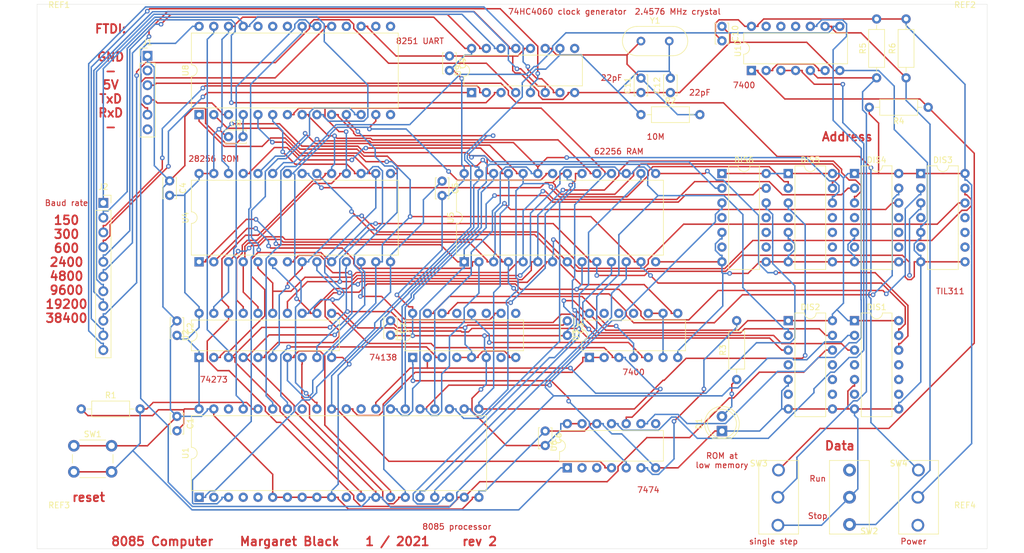
<source format=kicad_pcb>
(kicad_pcb (version 20171130) (host pcbnew 5.1.6-c6e7f7d~87~ubuntu16.04.1)
  (layers (0 F.Cu signal) (31 B.Cu signal) (34 B.Paste user) (35 F.Paste user) (36 B.SilkS user) (37 F.SilkS user) (38 B.Mask user) (39 F.Mask user) (44 Edge.Cuts user))
  (net 0 "")
  (net 1 +5V)
  (net 2 GND)
  (net 3 "Net-(C11-Pad2)")
  (net 4 "Net-(D1-Pad2)")
  (net 5 "Net-(J1-Pad6)")
  (net 6 "Net-(J1-Pad5)")
  (net 7 "Net-(J1-Pad4)")
  (net 8 "Net-(J1-Pad2)")
  (net 9 "Net-(R1-Pad2)")
  (net 10 "Net-(R3-Pad2)")
  (net 11 data7)
  (net 12 "Net-(U1-Pad38)")
  (net 13 data6)
  (net 14 "Net-(U1-Pad37)")
  (net 15 data5)
  (net 16 data4)
  (net 17 data3)
  (net 18 "Net-(U1-Pad34)")
  (net 19 data2)
  (net 20 "Net-(U1-Pad33)")
  (net 21 data1)
  (net 22 "Net-(U1-Pad32)")
  (net 23 data0)
  (net 24 "Net-(U1-Pad31)")
  (net 25 "Net-(U1-Pad11)")
  (net 26 "Net-(U1-Pad30)")
  (net 27 "Net-(U1-Pad29)")
  (net 28 "Net-(U1-Pad5)")
  (net 29 "Net-(U1-Pad4)")
  (net 30 "Net-(U1-Pad3)")
  (net 31 "Net-(U1-Pad2)")
  (net 32 "Net-(U3-Pad10)")
  (net 33 "Net-(U3-Pad5)")
  (net 34 "Net-(U3-Pad4)")
  (net 35 "Net-(U3-Pad8)")
  (net 36 "Net-(U5-Pad20)")
  (net 37 "Net-(U6-Pad5)")
  (net 38 "Net-(U6-Pad3)")
  (net 39 "Net-(U6-Pad2)")
  (net 40 "Net-(U6-Pad8)")
  (net 41 "Net-(U7-Pad7)")
  (net 42 "Net-(U7-Pad13)")
  (net 43 "Net-(U7-Pad11)")
  (net 44 "Net-(U7-Pad10)")
  (net 45 "Net-(U7-Pad9)")
  (net 46 "Net-(U8-Pad14)")
  (net 47 "Net-(U8-Pad24)")
  (net 48 "Net-(U8-Pad23)")
  (net 49 "Net-(U8-Pad22)")
  (net 50 "Net-(U8-Pad18)")
  (net 51 "Net-(U8-Pad16)")
  (net 52 "Net-(U8-Pad15)")
  (net 53 "Net-(U9-Pad9)")
  (net 54 "Net-(C12-Pad2)")
  (net 55 "Net-(DIS1-Pad4)")
  (net 56 "Net-(DIS1-Pad10)")
  (net 57 "Net-(DIS2-Pad4)")
  (net 58 "Net-(DIS2-Pad10)")
  (net 59 addr2)
  (net 60 addr3)
  (net 61 "Net-(DIS3-Pad4)")
  (net 62 "Net-(DIS3-Pad10)")
  (net 63 addr0)
  (net 64 addr1)
  (net 65 addr6)
  (net 66 addr7)
  (net 67 "Net-(DIS4-Pad4)")
  (net 68 "Net-(DIS4-Pad10)")
  (net 69 addr4)
  (net 70 addr5)
  (net 71 addr10)
  (net 72 addr11)
  (net 73 "Net-(DIS5-Pad4)")
  (net 74 "Net-(DIS5-Pad10)")
  (net 75 addr8)
  (net 76 addr9)
  (net 77 addr14)
  (net 78 addr15)
  (net 79 "Net-(DIS6-Pad4)")
  (net 80 "Net-(DIS6-Pad10)")
  (net 81 addr12)
  (net 82 addr13)
  (net 83 "Net-(R4-Pad1)")
  (net 84 "Net-(R5-Pad1)")
  (net 85 "Net-(R6-Pad1)")
  (net 86 READY)
  (net 87 ~ALE)
  (net 88 "Net-(U10-Pad3)")
  (net 89 "Net-(U10-Pad10)")
  (net 90 "Net-(U10-Pad2)")
  (net 91 "Net-(J2-Pad1)")
  (net 92 "Net-(J2-Pad5)")
  (net 93 "Net-(J2-Pad11)")
  (net 94 "Net-(J2-Pad7)")
  (net 95 "Net-(J2-Pad8)")
  (net 96 "Net-(J2-Pad6)")
  (net 97 "Net-(J2-Pad10)")
  (net 98 "Net-(J2-Pad9)")
  (net 99 "Net-(J2-Pad2)")
  (net 100 "Net-(J2-Pad3)")
  (net 101 "Net-(J2-Pad4)")
  (net 102 "Net-(J1-Pad3)")
  (module MountingHole:MountingHole_2.7mm_M2.5 (layer F.Cu) (at 160.02 90.17)
    (fp_text reference REF4 (at 0 -3.7) (layer F.SilkS))
    (fp_text value MountingHole_2.7mm_M2.5)
    (pad 1 np_thru_hole circle (at 0 0) (size 2.7 2.7) (drill 2.7) (layers *.Cu *.Mask))
  )
  (module MountingHole:MountingHole_2.7mm_M2.5 (layer F.Cu) (at 160.02 3.81)
    (fp_text reference REF2 (at 0 -3.7) (layer F.SilkS))
    (fp_text value MountingHole_2.7mm_M2.5)
    (pad 1 np_thru_hole circle (at 0 0) (size 2.7 2.7) (drill 2.7) (layers *.Cu *.Mask))
  )
  (module MountingHole:MountingHole_2.7mm_M2.5 (layer F.Cu) (at 3.81 90.17)
    (fp_text reference REF3 (at 0 -3.7) (layer F.SilkS))
    (fp_text value MountingHole_2.7mm_M2.5)
    (pad 1 np_thru_hole circle (at 0 0) (size 2.7 2.7) (drill 2.7) (layers *.Cu *.Mask))
  )
  (module MountingHole:MountingHole_2.7mm_M2.5 (layer F.Cu) (at 3.81 3.81)
    (fp_text reference REF1 (at 0 -3.7) (layer F.SilkS))
    (fp_text value MountingHole_2.7mm_M2.5)
    (pad 1 np_thru_hole circle (at 0 0) (size 2.7 2.7) (drill 2.7) (layers *.Cu *.Mask))
  )
  (module riscy:SPDT_toggle_switch_jameco_pcb_mounting (layer F.Cu) (at 148.59 78.74)
    (fp_text reference SW4 (at 0 0.5) (layer F.SilkS))
    (fp_text value SW_SPST)
    (pad 2 thru_hole circle (at 3.302 6.35) (size 2.2 2.2) (drill 1.5) (layers *.Cu *.Mask) (net 1 +5V))
    (pad 3 thru_hole circle (at 3.302 11.176) (size 2.2 2.2) (drill 1.5) (layers *.Cu *.Mask))
    (pad 1 thru_hole circle (at 3.4 1.65) (size 2.2 2.2) (drill 1.5) (layers *.Cu *.Mask) (net 102 "Net-(J1-Pad3)"))
  )
  (module riscy:SPDT_pushbutton_switch_jameco_pcb_mounting (layer F.Cu) (at 124.46 78.74)
    (fp_text reference SW3 (at 0 0.5) (layer F.SilkS))
    (fp_text value SW_SPDT)
    (pad 3 thru_hole circle (at 3.302 6.35) (size 2.2 2.2) (drill 1.5) (layers *.Cu *.Mask) (net 84 "Net-(R5-Pad1)"))
    (pad 2 thru_hole circle (at 3.302 11.176) (size 2.2 2.2) (drill 1.5) (layers *.Cu *.Mask) (net 2 GND))
    (pad 1 thru_hole circle (at 3.4 1.65) (size 2.2 2.2) (drill 1.5) (layers *.Cu *.Mask) (net 83 "Net-(R4-Pad1)"))
  )
  (module Resistor_THT:R_Axial_DIN0207_L6.3mm_D2.5mm_P10.16mm_Horizontal (layer F.Cu) (at 149.86 12.7 90)
    (fp_text reference R6 (at 5.08 -2.37 90) (layer F.SilkS))
    (fp_text value 1k)
    (pad 2 thru_hole oval (at 10.16 0 90) (size 1.6 1.6) (drill 0.8) (layers *.Cu *.Mask) (net 1 +5V))
    (pad 1 thru_hole circle (at 0 0 90) (size 1.6 1.6) (drill 0.8) (layers *.Cu *.Mask) (net 85 "Net-(R6-Pad1)"))
  )
  (module Resistor_THT:R_Axial_DIN0207_L6.3mm_D2.5mm_P10.16mm_Horizontal (layer F.Cu) (at 144.78 12.7 90)
    (fp_text reference R5 (at 5.08 -2.37 90) (layer F.SilkS))
    (fp_text value 1k)
    (pad 2 thru_hole oval (at 10.16 0 90) (size 1.6 1.6) (drill 0.8) (layers *.Cu *.Mask) (net 1 +5V))
    (pad 1 thru_hole circle (at 0 0 90) (size 1.6 1.6) (drill 0.8) (layers *.Cu *.Mask) (net 84 "Net-(R5-Pad1)"))
  )
  (module Resistor_THT:R_Axial_DIN0207_L6.3mm_D2.5mm_P10.16mm_Horizontal (layer F.Cu) (at 153.67 17.78 180)
    (fp_text reference R4 (at 5.08 -2.37) (layer F.SilkS))
    (fp_text value 1k)
    (pad 2 thru_hole oval (at 10.16 0 180) (size 1.6 1.6) (drill 0.8) (layers *.Cu *.Mask) (net 1 +5V))
    (pad 1 thru_hole circle (at 0 0 180) (size 1.6 1.6) (drill 0.8) (layers *.Cu *.Mask) (net 83 "Net-(R4-Pad1)"))
  )
  (module Resistor_THT:R_Axial_DIN0207_L6.3mm_D2.5mm_P10.16mm_Horizontal (layer F.Cu) (at 120.65 64.77 90)
    (fp_text reference R3 (at 5.08 -2.37 90) (layer F.SilkS))
    (fp_text value 1k)
    (pad 2 thru_hole oval (at 10.16 0 90) (size 1.6 1.6) (drill 0.8) (layers *.Cu *.Mask) (net 10 "Net-(R3-Pad2)"))
    (pad 1 thru_hole circle (at 0 0 90) (size 1.6 1.6) (drill 0.8) (layers *.Cu *.Mask) (net 4 "Net-(D1-Pad2)"))
  )
  (module Resistor_THT:R_Axial_DIN0207_L6.3mm_D2.5mm_P10.16mm_Horizontal (layer F.Cu) (at 104.14 19.05)
    (fp_text reference R2 (at 5.08 -2.37) (layer F.SilkS))
    (fp_text value 10M)
    (pad 2 thru_hole oval (at 10.16 0) (size 1.6 1.6) (drill 0.8) (layers *.Cu *.Mask) (net 3 "Net-(C11-Pad2)"))
    (pad 1 thru_hole circle (at 0 0) (size 1.6 1.6) (drill 0.8) (layers *.Cu *.Mask) (net 54 "Net-(C12-Pad2)"))
  )
  (module Resistor_THT:R_Axial_DIN0207_L6.3mm_D2.5mm_P10.16mm_Horizontal (layer F.Cu) (at 7.62 69.85)
    (fp_text reference R1 (at 5.08 -2.37) (layer F.SilkS))
    (fp_text value 1k)
    (pad 2 thru_hole oval (at 10.16 0) (size 1.6 1.6) (drill 0.8) (layers *.Cu *.Mask) (net 9 "Net-(R1-Pad2)"))
    (pad 1 thru_hole circle (at 0 0) (size 1.6 1.6) (drill 0.8) (layers *.Cu *.Mask) (net 1 +5V))
  )
  (module Connector_PinSocket_2.54mm:PinSocket_1x11_P2.54mm_Vertical (layer F.Cu) (at 11.43 34.29)
    (fp_text reference J2 (at 0 -2.77) (layer F.SilkS))
    (fp_text value Conn_01x11_Female)
    (pad 11 thru_hole oval (at 0 25.4) (size 1.7 1.7) (drill 1) (layers *.Cu *.Mask) (net 93 "Net-(J2-Pad11)"))
    (pad 10 thru_hole oval (at 0 22.86) (size 1.7 1.7) (drill 1) (layers *.Cu *.Mask) (net 97 "Net-(J2-Pad10)"))
    (pad 9 thru_hole oval (at 0 20.32) (size 1.7 1.7) (drill 1) (layers *.Cu *.Mask) (net 98 "Net-(J2-Pad9)"))
    (pad 8 thru_hole oval (at 0 17.78) (size 1.7 1.7) (drill 1) (layers *.Cu *.Mask) (net 95 "Net-(J2-Pad8)"))
    (pad 7 thru_hole oval (at 0 15.24) (size 1.7 1.7) (drill 1) (layers *.Cu *.Mask) (net 94 "Net-(J2-Pad7)"))
    (pad 6 thru_hole oval (at 0 12.7) (size 1.7 1.7) (drill 1) (layers *.Cu *.Mask) (net 96 "Net-(J2-Pad6)"))
    (pad 5 thru_hole oval (at 0 10.16) (size 1.7 1.7) (drill 1) (layers *.Cu *.Mask) (net 92 "Net-(J2-Pad5)"))
    (pad 4 thru_hole oval (at 0 7.62) (size 1.7 1.7) (drill 1) (layers *.Cu *.Mask) (net 101 "Net-(J2-Pad4)"))
    (pad 3 thru_hole oval (at 0 5.08) (size 1.7 1.7) (drill 1) (layers *.Cu *.Mask) (net 100 "Net-(J2-Pad3)"))
    (pad 2 thru_hole oval (at 0 2.54) (size 1.7 1.7) (drill 1) (layers *.Cu *.Mask) (net 99 "Net-(J2-Pad2)"))
    (pad 1 thru_hole rect (at 0 0) (size 1.7 1.7) (drill 1) (layers *.Cu *.Mask) (net 91 "Net-(J2-Pad1)"))
  )
  (module Package_DIP:DIP-14_W7.62mm (layer F.Cu) (at 140.97 54.61)
    (fp_text reference DIS1 (at 3.81 -2.33) (layer F.SilkS))
    (fp_text value TIL311)
    (pad 14 thru_hole oval (at 7.62 0) (size 1.6 1.6) (drill 0.8) (layers *.Cu *.Mask) (net 1 +5V))
    (pad 7 thru_hole oval (at 0 15.24) (size 1.6 1.6) (drill 0.8) (layers *.Cu *.Mask) (net 2 GND))
    (pad 13 thru_hole oval (at 7.62 2.54) (size 1.6 1.6) (drill 0.8) (layers *.Cu *.Mask) (net 19 data2))
    (pad 6 thru_hole oval (at 0 12.7) (size 1.6 1.6) (drill 0.8) (layers *.Cu *.Mask))
    (pad 12 thru_hole oval (at 7.62 5.08) (size 1.6 1.6) (drill 0.8) (layers *.Cu *.Mask) (net 17 data3))
    (pad 5 thru_hole oval (at 0 10.16) (size 1.6 1.6) (drill 0.8) (layers *.Cu *.Mask) (net 2 GND))
    (pad 11 thru_hole oval (at 7.62 7.62) (size 1.6 1.6) (drill 0.8) (layers *.Cu *.Mask))
    (pad 4 thru_hole oval (at 0 7.62) (size 1.6 1.6) (drill 0.8) (layers *.Cu *.Mask) (net 55 "Net-(DIS1-Pad4)"))
    (pad 10 thru_hole oval (at 7.62 10.16) (size 1.6 1.6) (drill 0.8) (layers *.Cu *.Mask) (net 56 "Net-(DIS1-Pad10)"))
    (pad 3 thru_hole oval (at 0 5.08) (size 1.6 1.6) (drill 0.8) (layers *.Cu *.Mask) (net 23 data0))
    (pad 9 thru_hole oval (at 7.62 12.7) (size 1.6 1.6) (drill 0.8) (layers *.Cu *.Mask))
    (pad 2 thru_hole oval (at 0 2.54) (size 1.6 1.6) (drill 0.8) (layers *.Cu *.Mask) (net 21 data1))
    (pad 8 thru_hole oval (at 7.62 15.24) (size 1.6 1.6) (drill 0.8) (layers *.Cu *.Mask) (net 2 GND))
    (pad 1 thru_hole rect (at 0 0) (size 1.6 1.6) (drill 0.8) (layers *.Cu *.Mask) (net 1 +5V))
  )
  (module LED_THT:LED_D5.0mm (layer F.Cu) (at 118.11 73.66 90)
    (fp_text reference D1 (at 1.27 -3.96 90) (layer F.SilkS))
    (fp_text value LED)
    (pad 2 thru_hole circle (at 2.54 0 90) (size 1.8 1.8) (drill 0.9) (layers *.Cu *.Mask) (net 4 "Net-(D1-Pad2)"))
    (pad 1 thru_hole rect (at 0 0 90) (size 1.8 1.8) (drill 0.9) (layers *.Cu *.Mask) (net 2 GND))
  )
  (module Package_DIP:DIP-14_W7.62mm (layer F.Cu) (at 129.54 54.61)
    (fp_text reference DIS2 (at 3.81 -2.33) (layer F.SilkS))
    (fp_text value TIL311)
    (pad 14 thru_hole oval (at 7.62 0) (size 1.6 1.6) (drill 0.8) (layers *.Cu *.Mask) (net 1 +5V))
    (pad 7 thru_hole oval (at 0 15.24) (size 1.6 1.6) (drill 0.8) (layers *.Cu *.Mask) (net 2 GND))
    (pad 13 thru_hole oval (at 7.62 2.54) (size 1.6 1.6) (drill 0.8) (layers *.Cu *.Mask) (net 13 data6))
    (pad 6 thru_hole oval (at 0 12.7) (size 1.6 1.6) (drill 0.8) (layers *.Cu *.Mask))
    (pad 12 thru_hole oval (at 7.62 5.08) (size 1.6 1.6) (drill 0.8) (layers *.Cu *.Mask) (net 11 data7))
    (pad 5 thru_hole oval (at 0 10.16) (size 1.6 1.6) (drill 0.8) (layers *.Cu *.Mask) (net 2 GND))
    (pad 11 thru_hole oval (at 7.62 7.62) (size 1.6 1.6) (drill 0.8) (layers *.Cu *.Mask))
    (pad 4 thru_hole oval (at 0 7.62) (size 1.6 1.6) (drill 0.8) (layers *.Cu *.Mask) (net 57 "Net-(DIS2-Pad4)"))
    (pad 10 thru_hole oval (at 7.62 10.16) (size 1.6 1.6) (drill 0.8) (layers *.Cu *.Mask) (net 58 "Net-(DIS2-Pad10)"))
    (pad 3 thru_hole oval (at 0 5.08) (size 1.6 1.6) (drill 0.8) (layers *.Cu *.Mask) (net 16 data4))
    (pad 9 thru_hole oval (at 7.62 12.7) (size 1.6 1.6) (drill 0.8) (layers *.Cu *.Mask))
    (pad 2 thru_hole oval (at 0 2.54) (size 1.6 1.6) (drill 0.8) (layers *.Cu *.Mask) (net 15 data5))
    (pad 8 thru_hole oval (at 7.62 15.24) (size 1.6 1.6) (drill 0.8) (layers *.Cu *.Mask) (net 2 GND))
    (pad 1 thru_hole rect (at 0 0) (size 1.6 1.6) (drill 0.8) (layers *.Cu *.Mask) (net 1 +5V))
  )
  (module Package_DIP:DIP-14_W7.62mm (layer F.Cu) (at 140.97 29.21)
    (fp_text reference DIS4 (at 3.81 -2.33) (layer F.SilkS))
    (fp_text value TIL311)
    (pad 14 thru_hole oval (at 7.62 0) (size 1.6 1.6) (drill 0.8) (layers *.Cu *.Mask) (net 1 +5V))
    (pad 7 thru_hole oval (at 0 15.24) (size 1.6 1.6) (drill 0.8) (layers *.Cu *.Mask) (net 2 GND))
    (pad 13 thru_hole oval (at 7.62 2.54) (size 1.6 1.6) (drill 0.8) (layers *.Cu *.Mask) (net 65 addr6))
    (pad 6 thru_hole oval (at 0 12.7) (size 1.6 1.6) (drill 0.8) (layers *.Cu *.Mask))
    (pad 12 thru_hole oval (at 7.62 5.08) (size 1.6 1.6) (drill 0.8) (layers *.Cu *.Mask) (net 66 addr7))
    (pad 5 thru_hole oval (at 0 10.16) (size 1.6 1.6) (drill 0.8) (layers *.Cu *.Mask) (net 2 GND))
    (pad 11 thru_hole oval (at 7.62 7.62) (size 1.6 1.6) (drill 0.8) (layers *.Cu *.Mask))
    (pad 4 thru_hole oval (at 0 7.62) (size 1.6 1.6) (drill 0.8) (layers *.Cu *.Mask) (net 67 "Net-(DIS4-Pad4)"))
    (pad 10 thru_hole oval (at 7.62 10.16) (size 1.6 1.6) (drill 0.8) (layers *.Cu *.Mask) (net 68 "Net-(DIS4-Pad10)"))
    (pad 3 thru_hole oval (at 0 5.08) (size 1.6 1.6) (drill 0.8) (layers *.Cu *.Mask) (net 69 addr4))
    (pad 9 thru_hole oval (at 7.62 12.7) (size 1.6 1.6) (drill 0.8) (layers *.Cu *.Mask))
    (pad 2 thru_hole oval (at 0 2.54) (size 1.6 1.6) (drill 0.8) (layers *.Cu *.Mask) (net 70 addr5))
    (pad 8 thru_hole oval (at 7.62 15.24) (size 1.6 1.6) (drill 0.8) (layers *.Cu *.Mask) (net 2 GND))
    (pad 1 thru_hole rect (at 0 0) (size 1.6 1.6) (drill 0.8) (layers *.Cu *.Mask) (net 1 +5V))
  )
  (module Package_DIP:DIP-14_W7.62mm (layer F.Cu) (at 152.4 29.21)
    (fp_text reference DIS3 (at 3.81 -2.33) (layer F.SilkS))
    (fp_text value TIL311)
    (pad 14 thru_hole oval (at 7.62 0) (size 1.6 1.6) (drill 0.8) (layers *.Cu *.Mask) (net 1 +5V))
    (pad 7 thru_hole oval (at 0 15.24) (size 1.6 1.6) (drill 0.8) (layers *.Cu *.Mask) (net 2 GND))
    (pad 13 thru_hole oval (at 7.62 2.54) (size 1.6 1.6) (drill 0.8) (layers *.Cu *.Mask) (net 59 addr2))
    (pad 6 thru_hole oval (at 0 12.7) (size 1.6 1.6) (drill 0.8) (layers *.Cu *.Mask))
    (pad 12 thru_hole oval (at 7.62 5.08) (size 1.6 1.6) (drill 0.8) (layers *.Cu *.Mask) (net 60 addr3))
    (pad 5 thru_hole oval (at 0 10.16) (size 1.6 1.6) (drill 0.8) (layers *.Cu *.Mask) (net 2 GND))
    (pad 11 thru_hole oval (at 7.62 7.62) (size 1.6 1.6) (drill 0.8) (layers *.Cu *.Mask))
    (pad 4 thru_hole oval (at 0 7.62) (size 1.6 1.6) (drill 0.8) (layers *.Cu *.Mask) (net 61 "Net-(DIS3-Pad4)"))
    (pad 10 thru_hole oval (at 7.62 10.16) (size 1.6 1.6) (drill 0.8) (layers *.Cu *.Mask) (net 62 "Net-(DIS3-Pad10)"))
    (pad 3 thru_hole oval (at 0 5.08) (size 1.6 1.6) (drill 0.8) (layers *.Cu *.Mask) (net 63 addr0))
    (pad 9 thru_hole oval (at 7.62 12.7) (size 1.6 1.6) (drill 0.8) (layers *.Cu *.Mask))
    (pad 2 thru_hole oval (at 0 2.54) (size 1.6 1.6) (drill 0.8) (layers *.Cu *.Mask) (net 64 addr1))
    (pad 8 thru_hole oval (at 7.62 15.24) (size 1.6 1.6) (drill 0.8) (layers *.Cu *.Mask) (net 2 GND))
    (pad 1 thru_hole rect (at 0 0) (size 1.6 1.6) (drill 0.8) (layers *.Cu *.Mask) (net 1 +5V))
  )
  (module riscy:SPDT_toggle_switch_jameco_pcb_mounting (layer F.Cu) (at 143.51 91.44 180)
    (fp_text reference SW2 (at 0 0.5) (layer F.SilkS))
    (fp_text value SW_SPST)
    (pad 3 thru_hole circle (at 3.4 11.05 180) (size 2.2 2.2) (drill 1.2) (layers *.Cu *.Mask))
    (pad 2 thru_hole circle (at 3.4 6.35 180) (size 2.2 2.2) (drill 1.2) (layers *.Cu *.Mask) (net 2 GND))
    (pad 1 thru_hole circle (at 3.4 1.65 180) (size 2.2 2.2) (drill 1.2) (layers *.Cu *.Mask) (net 85 "Net-(R6-Pad1)"))
  )
  (module Package_DIP:DIP-14_W7.62mm (layer F.Cu) (at 123.19 11.43 90)
    (fp_text reference U10 (at 3.81 -2.33 90) (layer F.SilkS))
    (fp_text value 74LS00)
    (pad 14 thru_hole oval (at 7.62 0 90) (size 1.6 1.6) (drill 0.8) (layers *.Cu *.Mask) (net 1 +5V))
    (pad 7 thru_hole oval (at 0 15.24 90) (size 1.6 1.6) (drill 0.8) (layers *.Cu *.Mask) (net 2 GND))
    (pad 13 thru_hole oval (at 7.62 2.54 90) (size 1.6 1.6) (drill 0.8) (layers *.Cu *.Mask))
    (pad 6 thru_hole oval (at 0 12.7 90) (size 1.6 1.6) (drill 0.8) (layers *.Cu *.Mask) (net 90 "Net-(U10-Pad2)"))
    (pad 12 thru_hole oval (at 7.62 5.08 90) (size 1.6 1.6) (drill 0.8) (layers *.Cu *.Mask))
    (pad 5 thru_hole oval (at 0 10.16 90) (size 1.6 1.6) (drill 0.8) (layers *.Cu *.Mask) (net 84 "Net-(R5-Pad1)"))
    (pad 11 thru_hole oval (at 7.62 7.62 90) (size 1.6 1.6) (drill 0.8) (layers *.Cu *.Mask))
    (pad 4 thru_hole oval (at 0 7.62 90) (size 1.6 1.6) (drill 0.8) (layers *.Cu *.Mask) (net 88 "Net-(U10-Pad3)"))
    (pad 10 thru_hole oval (at 7.62 10.16 90) (size 1.6 1.6) (drill 0.8) (layers *.Cu *.Mask) (net 89 "Net-(U10-Pad10)"))
    (pad 3 thru_hole oval (at 0 5.08 90) (size 1.6 1.6) (drill 0.8) (layers *.Cu *.Mask) (net 88 "Net-(U10-Pad3)"))
    (pad 9 thru_hole oval (at 7.62 12.7 90) (size 1.6 1.6) (drill 0.8) (layers *.Cu *.Mask) (net 85 "Net-(R6-Pad1)"))
    (pad 2 thru_hole oval (at 0 2.54 90) (size 1.6 1.6) (drill 0.8) (layers *.Cu *.Mask) (net 90 "Net-(U10-Pad2)"))
    (pad 8 thru_hole oval (at 7.62 15.24 90) (size 1.6 1.6) (drill 0.8) (layers *.Cu *.Mask) (net 86 READY))
    (pad 1 thru_hole rect (at 0 0 90) (size 1.6 1.6) (drill 0.8) (layers *.Cu *.Mask) (net 83 "Net-(R4-Pad1)"))
  )
  (module Package_DIP:DIP-14_W7.62mm (layer F.Cu) (at 129.54 29.21)
    (fp_text reference DIS5 (at 3.81 -2.33) (layer F.SilkS))
    (fp_text value TIL311)
    (pad 14 thru_hole oval (at 7.62 0) (size 1.6 1.6) (drill 0.8) (layers *.Cu *.Mask) (net 1 +5V))
    (pad 7 thru_hole oval (at 0 15.24) (size 1.6 1.6) (drill 0.8) (layers *.Cu *.Mask) (net 2 GND))
    (pad 13 thru_hole oval (at 7.62 2.54) (size 1.6 1.6) (drill 0.8) (layers *.Cu *.Mask) (net 71 addr10))
    (pad 6 thru_hole oval (at 0 12.7) (size 1.6 1.6) (drill 0.8) (layers *.Cu *.Mask))
    (pad 12 thru_hole oval (at 7.62 5.08) (size 1.6 1.6) (drill 0.8) (layers *.Cu *.Mask) (net 72 addr11))
    (pad 5 thru_hole oval (at 0 10.16) (size 1.6 1.6) (drill 0.8) (layers *.Cu *.Mask) (net 2 GND))
    (pad 11 thru_hole oval (at 7.62 7.62) (size 1.6 1.6) (drill 0.8) (layers *.Cu *.Mask))
    (pad 4 thru_hole oval (at 0 7.62) (size 1.6 1.6) (drill 0.8) (layers *.Cu *.Mask) (net 73 "Net-(DIS5-Pad4)"))
    (pad 10 thru_hole oval (at 7.62 10.16) (size 1.6 1.6) (drill 0.8) (layers *.Cu *.Mask) (net 74 "Net-(DIS5-Pad10)"))
    (pad 3 thru_hole oval (at 0 5.08) (size 1.6 1.6) (drill 0.8) (layers *.Cu *.Mask) (net 75 addr8))
    (pad 9 thru_hole oval (at 7.62 12.7) (size 1.6 1.6) (drill 0.8) (layers *.Cu *.Mask))
    (pad 2 thru_hole oval (at 0 2.54) (size 1.6 1.6) (drill 0.8) (layers *.Cu *.Mask) (net 76 addr9))
    (pad 8 thru_hole oval (at 7.62 15.24) (size 1.6 1.6) (drill 0.8) (layers *.Cu *.Mask) (net 2 GND))
    (pad 1 thru_hole rect (at 0 0) (size 1.6 1.6) (drill 0.8) (layers *.Cu *.Mask) (net 1 +5V))
  )
  (module Capacitor_THT:C_Disc_D3.4mm_W2.1mm_P2.50mm (layer F.Cu) (at 118.11 3.81 270)
    (fp_text reference C10 (at 1.25 -2.3 90) (layer F.SilkS))
    (fp_text value C)
    (pad 2 thru_hole circle (at 2.5 0 270) (size 1.6 1.6) (drill 0.8) (layers *.Cu *.Mask) (net 1 +5V))
    (pad 1 thru_hole circle (at 0 0 270) (size 1.6 1.6) (drill 0.8) (layers *.Cu *.Mask) (net 2 GND))
  )
  (module Package_DIP:DIP-14_W7.62mm (layer F.Cu) (at 118.11 29.21)
    (fp_text reference DIS6 (at 3.81 -2.33) (layer F.SilkS))
    (fp_text value TIL311)
    (pad 14 thru_hole oval (at 7.62 0) (size 1.6 1.6) (drill 0.8) (layers *.Cu *.Mask) (net 1 +5V))
    (pad 7 thru_hole oval (at 0 15.24) (size 1.6 1.6) (drill 0.8) (layers *.Cu *.Mask) (net 2 GND))
    (pad 13 thru_hole oval (at 7.62 2.54) (size 1.6 1.6) (drill 0.8) (layers *.Cu *.Mask) (net 77 addr14))
    (pad 6 thru_hole oval (at 0 12.7) (size 1.6 1.6) (drill 0.8) (layers *.Cu *.Mask))
    (pad 12 thru_hole oval (at 7.62 5.08) (size 1.6 1.6) (drill 0.8) (layers *.Cu *.Mask) (net 78 addr15))
    (pad 5 thru_hole oval (at 0 10.16) (size 1.6 1.6) (drill 0.8) (layers *.Cu *.Mask) (net 2 GND))
    (pad 11 thru_hole oval (at 7.62 7.62) (size 1.6 1.6) (drill 0.8) (layers *.Cu *.Mask))
    (pad 4 thru_hole oval (at 0 7.62) (size 1.6 1.6) (drill 0.8) (layers *.Cu *.Mask) (net 79 "Net-(DIS6-Pad4)"))
    (pad 10 thru_hole oval (at 7.62 10.16) (size 1.6 1.6) (drill 0.8) (layers *.Cu *.Mask) (net 80 "Net-(DIS6-Pad10)"))
    (pad 3 thru_hole oval (at 0 5.08) (size 1.6 1.6) (drill 0.8) (layers *.Cu *.Mask) (net 81 addr12))
    (pad 9 thru_hole oval (at 7.62 12.7) (size 1.6 1.6) (drill 0.8) (layers *.Cu *.Mask))
    (pad 2 thru_hole oval (at 0 2.54) (size 1.6 1.6) (drill 0.8) (layers *.Cu *.Mask) (net 82 addr13))
    (pad 8 thru_hole oval (at 7.62 15.24) (size 1.6 1.6) (drill 0.8) (layers *.Cu *.Mask) (net 2 GND))
    (pad 1 thru_hole rect (at 0 0) (size 1.6 1.6) (drill 0.8) (layers *.Cu *.Mask) (net 1 +5V))
  )
  (module Crystal:Crystal_HC49-U_Vertical (layer F.Cu) (at 104.14 6.35)
    (fp_text reference Y1 (at 2.44 -3.525) (layer F.SilkS))
    (fp_text value "2.4576 MHz Crystal")
    (pad 2 thru_hole circle (at 4.88 0) (size 1.5 1.5) (drill 0.8) (layers *.Cu *.Mask) (net 54 "Net-(C12-Pad2)"))
    (pad 1 thru_hole circle (at 0 0) (size 1.5 1.5) (drill 0.8) (layers *.Cu *.Mask) (net 3 "Net-(C11-Pad2)"))
  )
  (module Package_DIP:DIP-16_W7.62mm (layer F.Cu) (at 74.93 15.24 90)
    (fp_text reference U9 (at 3.81 -2.33 90) (layer F.SilkS))
    (fp_text value 74HC4060)
    (pad 16 thru_hole oval (at 7.62 0 90) (size 1.6 1.6) (drill 0.8) (layers *.Cu *.Mask) (net 1 +5V))
    (pad 8 thru_hole oval (at 0 17.78 90) (size 1.6 1.6) (drill 0.8) (layers *.Cu *.Mask) (net 2 GND))
    (pad 15 thru_hole oval (at 7.62 2.54 90) (size 1.6 1.6) (drill 0.8) (layers *.Cu *.Mask) (net 92 "Net-(J2-Pad5)"))
    (pad 7 thru_hole oval (at 0 15.24 90) (size 1.6 1.6) (drill 0.8) (layers *.Cu *.Mask) (net 93 "Net-(J2-Pad11)"))
    (pad 14 thru_hole oval (at 7.62 5.08 90) (size 1.6 1.6) (drill 0.8) (layers *.Cu *.Mask) (net 94 "Net-(J2-Pad7)"))
    (pad 6 thru_hole oval (at 0 12.7 90) (size 1.6 1.6) (drill 0.8) (layers *.Cu *.Mask) (net 95 "Net-(J2-Pad8)"))
    (pad 13 thru_hole oval (at 7.62 7.62 90) (size 1.6 1.6) (drill 0.8) (layers *.Cu *.Mask) (net 96 "Net-(J2-Pad6)"))
    (pad 5 thru_hole oval (at 0 10.16 90) (size 1.6 1.6) (drill 0.8) (layers *.Cu *.Mask) (net 97 "Net-(J2-Pad10)"))
    (pad 12 thru_hole oval (at 7.62 10.16 90) (size 1.6 1.6) (drill 0.8) (layers *.Cu *.Mask) (net 2 GND))
    (pad 4 thru_hole oval (at 0 7.62 90) (size 1.6 1.6) (drill 0.8) (layers *.Cu *.Mask) (net 98 "Net-(J2-Pad9)"))
    (pad 11 thru_hole oval (at 7.62 12.7 90) (size 1.6 1.6) (drill 0.8) (layers *.Cu *.Mask) (net 3 "Net-(C11-Pad2)"))
    (pad 3 thru_hole oval (at 0 5.08 90) (size 1.6 1.6) (drill 0.8) (layers *.Cu *.Mask) (net 99 "Net-(J2-Pad2)"))
    (pad 10 thru_hole oval (at 7.62 15.24 90) (size 1.6 1.6) (drill 0.8) (layers *.Cu *.Mask) (net 54 "Net-(C12-Pad2)"))
    (pad 2 thru_hole oval (at 0 2.54 90) (size 1.6 1.6) (drill 0.8) (layers *.Cu *.Mask) (net 100 "Net-(J2-Pad3)"))
    (pad 9 thru_hole oval (at 7.62 17.78 90) (size 1.6 1.6) (drill 0.8) (layers *.Cu *.Mask) (net 53 "Net-(U9-Pad9)"))
    (pad 1 thru_hole rect (at 0 0 90) (size 1.6 1.6) (drill 0.8) (layers *.Cu *.Mask) (net 101 "Net-(J2-Pad4)"))
  )
  (module Package_DIP:DIP-28_W15.24mm (layer F.Cu) (at 27.94 19.05 90)
    (fp_text reference U8 (at 7.62 -2.33 90) (layer F.SilkS))
    (fp_text value 8251)
    (pad 28 thru_hole oval (at 15.24 0 90) (size 1.6 1.6) (drill 0.8) (layers *.Cu *.Mask) (net 21 data1))
    (pad 14 thru_hole oval (at 0 33.02 90) (size 1.6 1.6) (drill 0.8) (layers *.Cu *.Mask) (net 46 "Net-(U8-Pad14)"))
    (pad 27 thru_hole oval (at 15.24 2.54 90) (size 1.6 1.6) (drill 0.8) (layers *.Cu *.Mask) (net 23 data0))
    (pad 13 thru_hole oval (at 0 30.48 90) (size 1.6 1.6) (drill 0.8) (layers *.Cu *.Mask) (net 22 "Net-(U1-Pad32)"))
    (pad 26 thru_hole oval (at 15.24 5.08 90) (size 1.6 1.6) (drill 0.8) (layers *.Cu *.Mask) (net 1 +5V))
    (pad 12 thru_hole oval (at 0 27.94 90) (size 1.6 1.6) (drill 0.8) (layers *.Cu *.Mask) (net 63 addr0))
    (pad 25 thru_hole oval (at 15.24 7.62 90) (size 1.6 1.6) (drill 0.8) (layers *.Cu *.Mask) (net 91 "Net-(J2-Pad1)"))
    (pad 11 thru_hole oval (at 0 25.4 90) (size 1.6 1.6) (drill 0.8) (layers *.Cu *.Mask) (net 44 "Net-(U7-Pad10)"))
    (pad 24 thru_hole oval (at 15.24 10.16 90) (size 1.6 1.6) (drill 0.8) (layers *.Cu *.Mask) (net 47 "Net-(U8-Pad24)"))
    (pad 10 thru_hole oval (at 0 22.86 90) (size 1.6 1.6) (drill 0.8) (layers *.Cu *.Mask) (net 24 "Net-(U1-Pad31)"))
    (pad 23 thru_hole oval (at 15.24 12.7 90) (size 1.6 1.6) (drill 0.8) (layers *.Cu *.Mask) (net 48 "Net-(U8-Pad23)"))
    (pad 9 thru_hole oval (at 0 20.32 90) (size 1.6 1.6) (drill 0.8) (layers *.Cu *.Mask) (net 91 "Net-(J2-Pad1)"))
    (pad 22 thru_hole oval (at 15.24 15.24 90) (size 1.6 1.6) (drill 0.8) (layers *.Cu *.Mask) (net 49 "Net-(U8-Pad22)"))
    (pad 8 thru_hole oval (at 0 17.78 90) (size 1.6 1.6) (drill 0.8) (layers *.Cu *.Mask) (net 11 data7))
    (pad 21 thru_hole oval (at 15.24 17.78 90) (size 1.6 1.6) (drill 0.8) (layers *.Cu *.Mask) (net 30 "Net-(U1-Pad3)"))
    (pad 7 thru_hole oval (at 0 15.24 90) (size 1.6 1.6) (drill 0.8) (layers *.Cu *.Mask) (net 13 data6))
    (pad 20 thru_hole oval (at 15.24 20.32 90) (size 1.6 1.6) (drill 0.8) (layers *.Cu *.Mask) (net 14 "Net-(U1-Pad37)"))
    (pad 6 thru_hole oval (at 0 12.7 90) (size 1.6 1.6) (drill 0.8) (layers *.Cu *.Mask) (net 15 data5))
    (pad 19 thru_hole oval (at 15.24 22.86 90) (size 1.6 1.6) (drill 0.8) (layers *.Cu *.Mask) (net 6 "Net-(J1-Pad5)"))
    (pad 5 thru_hole oval (at 0 10.16 90) (size 1.6 1.6) (drill 0.8) (layers *.Cu *.Mask) (net 16 data4))
    (pad 18 thru_hole oval (at 15.24 25.4 90) (size 1.6 1.6) (drill 0.8) (layers *.Cu *.Mask) (net 50 "Net-(U8-Pad18)"))
    (pad 4 thru_hole oval (at 0 7.62 90) (size 1.6 1.6) (drill 0.8) (layers *.Cu *.Mask) (net 2 GND))
    (pad 17 thru_hole oval (at 15.24 27.94 90) (size 1.6 1.6) (drill 0.8) (layers *.Cu *.Mask) (net 2 GND))
    (pad 3 thru_hole oval (at 0 5.08 90) (size 1.6 1.6) (drill 0.8) (layers *.Cu *.Mask) (net 7 "Net-(J1-Pad4)"))
    (pad 16 thru_hole oval (at 15.24 30.48 90) (size 1.6 1.6) (drill 0.8) (layers *.Cu *.Mask) (net 51 "Net-(U8-Pad16)"))
    (pad 2 thru_hole oval (at 0 2.54 90) (size 1.6 1.6) (drill 0.8) (layers *.Cu *.Mask) (net 17 data3))
    (pad 15 thru_hole oval (at 15.24 33.02 90) (size 1.6 1.6) (drill 0.8) (layers *.Cu *.Mask) (net 52 "Net-(U8-Pad15)"))
    (pad 1 thru_hole rect (at 0 0 90) (size 1.6 1.6) (drill 0.8) (layers *.Cu *.Mask) (net 19 data2))
  )
  (module Package_DIP:DIP-16_W7.62mm (layer F.Cu) (at 64.77 60.96 90)
    (fp_text reference U7 (at 3.81 -2.33 90) (layer F.SilkS))
    (fp_text value 74LS138)
    (pad 16 thru_hole oval (at 7.62 0 90) (size 1.6 1.6) (drill 0.8) (layers *.Cu *.Mask) (net 1 +5V))
    (pad 8 thru_hole oval (at 0 17.78 90) (size 1.6 1.6) (drill 0.8) (layers *.Cu *.Mask) (net 2 GND))
    (pad 15 thru_hole oval (at 7.62 2.54 90) (size 1.6 1.6) (drill 0.8) (layers *.Cu *.Mask) (net 34 "Net-(U3-Pad4)"))
    (pad 7 thru_hole oval (at 0 15.24 90) (size 1.6 1.6) (drill 0.8) (layers *.Cu *.Mask) (net 41 "Net-(U7-Pad7)"))
    (pad 14 thru_hole oval (at 7.62 5.08 90) (size 1.6 1.6) (drill 0.8) (layers *.Cu *.Mask) (net 36 "Net-(U5-Pad20)"))
    (pad 6 thru_hole oval (at 0 12.7 90) (size 1.6 1.6) (drill 0.8) (layers *.Cu *.Mask) (net 1 +5V))
    (pad 13 thru_hole oval (at 7.62 7.62 90) (size 1.6 1.6) (drill 0.8) (layers *.Cu *.Mask) (net 42 "Net-(U7-Pad13)"))
    (pad 5 thru_hole oval (at 0 10.16 90) (size 1.6 1.6) (drill 0.8) (layers *.Cu *.Mask) (net 2 GND))
    (pad 12 thru_hole oval (at 7.62 10.16 90) (size 1.6 1.6) (drill 0.8) (layers *.Cu *.Mask) (net 33 "Net-(U3-Pad5)"))
    (pad 4 thru_hole oval (at 0 7.62 90) (size 1.6 1.6) (drill 0.8) (layers *.Cu *.Mask) (net 2 GND))
    (pad 11 thru_hole oval (at 7.62 12.7 90) (size 1.6 1.6) (drill 0.8) (layers *.Cu *.Mask) (net 43 "Net-(U7-Pad11)"))
    (pad 3 thru_hole oval (at 0 5.08 90) (size 1.6 1.6) (drill 0.8) (layers *.Cu *.Mask) (net 18 "Net-(U1-Pad34)"))
    (pad 10 thru_hole oval (at 7.62 15.24 90) (size 1.6 1.6) (drill 0.8) (layers *.Cu *.Mask) (net 44 "Net-(U7-Pad10)"))
    (pad 2 thru_hole oval (at 0 2.54 90) (size 1.6 1.6) (drill 0.8) (layers *.Cu *.Mask) (net 78 addr15))
    (pad 9 thru_hole oval (at 7.62 17.78 90) (size 1.6 1.6) (drill 0.8) (layers *.Cu *.Mask) (net 45 "Net-(U7-Pad9)"))
    (pad 1 thru_hole rect (at 0 0 90) (size 1.6 1.6) (drill 0.8) (layers *.Cu *.Mask) (net 37 "Net-(U6-Pad5)"))
  )
  (module Package_DIP:DIP-14_W7.62mm (layer F.Cu) (at 91.44 80.01 90)
    (fp_text reference U6 (at 3.81 -2.33 90) (layer F.SilkS))
    (fp_text value 74LS74)
    (pad 14 thru_hole oval (at 7.62 0 90) (size 1.6 1.6) (drill 0.8) (layers *.Cu *.Mask) (net 1 +5V))
    (pad 7 thru_hole oval (at 0 15.24 90) (size 1.6 1.6) (drill 0.8) (layers *.Cu *.Mask) (net 2 GND))
    (pad 13 thru_hole oval (at 7.62 2.54 90) (size 1.6 1.6) (drill 0.8) (layers *.Cu *.Mask) (net 1 +5V))
    (pad 6 thru_hole oval (at 0 12.7 90) (size 1.6 1.6) (drill 0.8) (layers *.Cu *.Mask) (net 10 "Net-(R3-Pad2)"))
    (pad 12 thru_hole oval (at 7.62 5.08 90) (size 1.6 1.6) (drill 0.8) (layers *.Cu *.Mask) (net 2 GND))
    (pad 5 thru_hole oval (at 0 10.16 90) (size 1.6 1.6) (drill 0.8) (layers *.Cu *.Mask) (net 37 "Net-(U6-Pad5)"))
    (pad 11 thru_hole oval (at 7.62 7.62 90) (size 1.6 1.6) (drill 0.8) (layers *.Cu *.Mask) (net 88 "Net-(U10-Pad3)"))
    (pad 4 thru_hole oval (at 0 7.62 90) (size 1.6 1.6) (drill 0.8) (layers *.Cu *.Mask) (net 24 "Net-(U1-Pad31)"))
    (pad 10 thru_hole oval (at 7.62 10.16 90) (size 1.6 1.6) (drill 0.8) (layers *.Cu *.Mask) (net 87 ~ALE))
    (pad 3 thru_hole oval (at 0 5.08 90) (size 1.6 1.6) (drill 0.8) (layers *.Cu *.Mask) (net 38 "Net-(U6-Pad3)"))
    (pad 9 thru_hole oval (at 7.62 12.7 90) (size 1.6 1.6) (drill 0.8) (layers *.Cu *.Mask) (net 89 "Net-(U10-Pad10)"))
    (pad 2 thru_hole oval (at 0 2.54 90) (size 1.6 1.6) (drill 0.8) (layers *.Cu *.Mask) (net 39 "Net-(U6-Pad2)"))
    (pad 8 thru_hole oval (at 7.62 15.24 90) (size 1.6 1.6) (drill 0.8) (layers *.Cu *.Mask) (net 40 "Net-(U6-Pad8)"))
    (pad 1 thru_hole rect (at 0 0 90) (size 1.6 1.6) (drill 0.8) (layers *.Cu *.Mask) (net 9 "Net-(R1-Pad2)"))
  )
  (module Package_DIP:DIP-28_W15.24mm (layer F.Cu) (at 73.66 44.45 90)
    (fp_text reference U5 (at 7.62 -2.33 90) (layer F.SilkS))
    (fp_text value CY62256-70PC)
    (pad 28 thru_hole oval (at 15.24 0 90) (size 1.6 1.6) (drill 0.8) (layers *.Cu *.Mask) (net 1 +5V))
    (pad 14 thru_hole oval (at 0 33.02 90) (size 1.6 1.6) (drill 0.8) (layers *.Cu *.Mask) (net 2 GND))
    (pad 27 thru_hole oval (at 15.24 2.54 90) (size 1.6 1.6) (drill 0.8) (layers *.Cu *.Mask) (net 24 "Net-(U1-Pad31)"))
    (pad 13 thru_hole oval (at 0 30.48 90) (size 1.6 1.6) (drill 0.8) (layers *.Cu *.Mask) (net 19 data2))
    (pad 26 thru_hole oval (at 15.24 5.08 90) (size 1.6 1.6) (drill 0.8) (layers *.Cu *.Mask) (net 82 addr13))
    (pad 12 thru_hole oval (at 0 27.94 90) (size 1.6 1.6) (drill 0.8) (layers *.Cu *.Mask) (net 21 data1))
    (pad 25 thru_hole oval (at 15.24 7.62 90) (size 1.6 1.6) (drill 0.8) (layers *.Cu *.Mask) (net 75 addr8))
    (pad 11 thru_hole oval (at 0 25.4 90) (size 1.6 1.6) (drill 0.8) (layers *.Cu *.Mask) (net 23 data0))
    (pad 24 thru_hole oval (at 15.24 10.16 90) (size 1.6 1.6) (drill 0.8) (layers *.Cu *.Mask) (net 76 addr9))
    (pad 10 thru_hole oval (at 0 22.86 90) (size 1.6 1.6) (drill 0.8) (layers *.Cu *.Mask) (net 63 addr0))
    (pad 23 thru_hole oval (at 15.24 12.7 90) (size 1.6 1.6) (drill 0.8) (layers *.Cu *.Mask) (net 72 addr11))
    (pad 9 thru_hole oval (at 0 20.32 90) (size 1.6 1.6) (drill 0.8) (layers *.Cu *.Mask) (net 64 addr1))
    (pad 22 thru_hole oval (at 15.24 15.24 90) (size 1.6 1.6) (drill 0.8) (layers *.Cu *.Mask) (net 22 "Net-(U1-Pad32)"))
    (pad 8 thru_hole oval (at 0 17.78 90) (size 1.6 1.6) (drill 0.8) (layers *.Cu *.Mask) (net 59 addr2))
    (pad 21 thru_hole oval (at 15.24 17.78 90) (size 1.6 1.6) (drill 0.8) (layers *.Cu *.Mask) (net 71 addr10))
    (pad 7 thru_hole oval (at 0 15.24 90) (size 1.6 1.6) (drill 0.8) (layers *.Cu *.Mask) (net 60 addr3))
    (pad 20 thru_hole oval (at 15.24 20.32 90) (size 1.6 1.6) (drill 0.8) (layers *.Cu *.Mask) (net 36 "Net-(U5-Pad20)"))
    (pad 6 thru_hole oval (at 0 12.7 90) (size 1.6 1.6) (drill 0.8) (layers *.Cu *.Mask) (net 69 addr4))
    (pad 19 thru_hole oval (at 15.24 22.86 90) (size 1.6 1.6) (drill 0.8) (layers *.Cu *.Mask) (net 11 data7))
    (pad 5 thru_hole oval (at 0 10.16 90) (size 1.6 1.6) (drill 0.8) (layers *.Cu *.Mask) (net 70 addr5))
    (pad 18 thru_hole oval (at 15.24 25.4 90) (size 1.6 1.6) (drill 0.8) (layers *.Cu *.Mask) (net 13 data6))
    (pad 4 thru_hole oval (at 0 7.62 90) (size 1.6 1.6) (drill 0.8) (layers *.Cu *.Mask) (net 65 addr6))
    (pad 17 thru_hole oval (at 15.24 27.94 90) (size 1.6 1.6) (drill 0.8) (layers *.Cu *.Mask) (net 15 data5))
    (pad 3 thru_hole oval (at 0 5.08 90) (size 1.6 1.6) (drill 0.8) (layers *.Cu *.Mask) (net 66 addr7))
    (pad 16 thru_hole oval (at 15.24 30.48 90) (size 1.6 1.6) (drill 0.8) (layers *.Cu *.Mask) (net 16 data4))
    (pad 2 thru_hole oval (at 0 2.54 90) (size 1.6 1.6) (drill 0.8) (layers *.Cu *.Mask) (net 81 addr12))
    (pad 15 thru_hole oval (at 15.24 33.02 90) (size 1.6 1.6) (drill 0.8) (layers *.Cu *.Mask) (net 17 data3))
    (pad 1 thru_hole rect (at 0 0 90) (size 1.6 1.6) (drill 0.8) (layers *.Cu *.Mask) (net 77 addr14))
  )
  (module Package_DIP:DIP-28_W15.24mm (layer F.Cu) (at 27.94 44.45 90)
    (fp_text reference U4 (at 7.62 -2.33 90) (layer F.SilkS))
    (fp_text value 28C256)
    (pad 28 thru_hole oval (at 15.24 0 90) (size 1.6 1.6) (drill 0.8) (layers *.Cu *.Mask) (net 1 +5V))
    (pad 14 thru_hole oval (at 0 33.02 90) (size 1.6 1.6) (drill 0.8) (layers *.Cu *.Mask) (net 2 GND))
    (pad 27 thru_hole oval (at 15.24 2.54 90) (size 1.6 1.6) (drill 0.8) (layers *.Cu *.Mask) (net 1 +5V))
    (pad 13 thru_hole oval (at 0 30.48 90) (size 1.6 1.6) (drill 0.8) (layers *.Cu *.Mask) (net 19 data2))
    (pad 26 thru_hole oval (at 15.24 5.08 90) (size 1.6 1.6) (drill 0.8) (layers *.Cu *.Mask) (net 82 addr13))
    (pad 12 thru_hole oval (at 0 27.94 90) (size 1.6 1.6) (drill 0.8) (layers *.Cu *.Mask) (net 21 data1))
    (pad 25 thru_hole oval (at 15.24 7.62 90) (size 1.6 1.6) (drill 0.8) (layers *.Cu *.Mask) (net 75 addr8))
    (pad 11 thru_hole oval (at 0 25.4 90) (size 1.6 1.6) (drill 0.8) (layers *.Cu *.Mask) (net 23 data0))
    (pad 24 thru_hole oval (at 15.24 10.16 90) (size 1.6 1.6) (drill 0.8) (layers *.Cu *.Mask) (net 76 addr9))
    (pad 10 thru_hole oval (at 0 22.86 90) (size 1.6 1.6) (drill 0.8) (layers *.Cu *.Mask) (net 63 addr0))
    (pad 23 thru_hole oval (at 15.24 12.7 90) (size 1.6 1.6) (drill 0.8) (layers *.Cu *.Mask) (net 72 addr11))
    (pad 9 thru_hole oval (at 0 20.32 90) (size 1.6 1.6) (drill 0.8) (layers *.Cu *.Mask) (net 64 addr1))
    (pad 22 thru_hole oval (at 15.24 15.24 90) (size 1.6 1.6) (drill 0.8) (layers *.Cu *.Mask) (net 22 "Net-(U1-Pad32)"))
    (pad 8 thru_hole oval (at 0 17.78 90) (size 1.6 1.6) (drill 0.8) (layers *.Cu *.Mask) (net 59 addr2))
    (pad 21 thru_hole oval (at 15.24 17.78 90) (size 1.6 1.6) (drill 0.8) (layers *.Cu *.Mask) (net 71 addr10))
    (pad 7 thru_hole oval (at 0 15.24 90) (size 1.6 1.6) (drill 0.8) (layers *.Cu *.Mask) (net 60 addr3))
    (pad 20 thru_hole oval (at 15.24 20.32 90) (size 1.6 1.6) (drill 0.8) (layers *.Cu *.Mask) (net 35 "Net-(U3-Pad8)"))
    (pad 6 thru_hole oval (at 0 12.7 90) (size 1.6 1.6) (drill 0.8) (layers *.Cu *.Mask) (net 69 addr4))
    (pad 19 thru_hole oval (at 15.24 22.86 90) (size 1.6 1.6) (drill 0.8) (layers *.Cu *.Mask) (net 11 data7))
    (pad 5 thru_hole oval (at 0 10.16 90) (size 1.6 1.6) (drill 0.8) (layers *.Cu *.Mask) (net 70 addr5))
    (pad 18 thru_hole oval (at 15.24 25.4 90) (size 1.6 1.6) (drill 0.8) (layers *.Cu *.Mask) (net 13 data6))
    (pad 4 thru_hole oval (at 0 7.62 90) (size 1.6 1.6) (drill 0.8) (layers *.Cu *.Mask) (net 65 addr6))
    (pad 17 thru_hole oval (at 15.24 27.94 90) (size 1.6 1.6) (drill 0.8) (layers *.Cu *.Mask) (net 15 data5))
    (pad 3 thru_hole oval (at 0 5.08 90) (size 1.6 1.6) (drill 0.8) (layers *.Cu *.Mask) (net 66 addr7))
    (pad 16 thru_hole oval (at 15.24 30.48 90) (size 1.6 1.6) (drill 0.8) (layers *.Cu *.Mask) (net 16 data4))
    (pad 2 thru_hole oval (at 0 2.54 90) (size 1.6 1.6) (drill 0.8) (layers *.Cu *.Mask) (net 81 addr12))
    (pad 15 thru_hole oval (at 15.24 33.02 90) (size 1.6 1.6) (drill 0.8) (layers *.Cu *.Mask) (net 17 data3))
    (pad 1 thru_hole rect (at 0 0 90) (size 1.6 1.6) (drill 0.8) (layers *.Cu *.Mask) (net 77 addr14))
  )
  (module Package_DIP:DIP-14_W7.62mm (layer F.Cu) (at 95.25 60.96 90)
    (fp_text reference U3 (at 3.81 -2.33 90) (layer F.SilkS))
    (fp_text value 74LS00)
    (pad 14 thru_hole oval (at 7.62 0 90) (size 1.6 1.6) (drill 0.8) (layers *.Cu *.Mask) (net 1 +5V))
    (pad 7 thru_hole oval (at 0 15.24 90) (size 1.6 1.6) (drill 0.8) (layers *.Cu *.Mask) (net 2 GND))
    (pad 13 thru_hole oval (at 7.62 2.54 90) (size 1.6 1.6) (drill 0.8) (layers *.Cu *.Mask))
    (pad 6 thru_hole oval (at 0 12.7 90) (size 1.6 1.6) (drill 0.8) (layers *.Cu *.Mask) (net 32 "Net-(U3-Pad10)"))
    (pad 12 thru_hole oval (at 7.62 5.08 90) (size 1.6 1.6) (drill 0.8) (layers *.Cu *.Mask))
    (pad 5 thru_hole oval (at 0 10.16 90) (size 1.6 1.6) (drill 0.8) (layers *.Cu *.Mask) (net 33 "Net-(U3-Pad5)"))
    (pad 11 thru_hole oval (at 7.62 7.62 90) (size 1.6 1.6) (drill 0.8) (layers *.Cu *.Mask))
    (pad 4 thru_hole oval (at 0 7.62 90) (size 1.6 1.6) (drill 0.8) (layers *.Cu *.Mask) (net 34 "Net-(U3-Pad4)"))
    (pad 10 thru_hole oval (at 7.62 10.16 90) (size 1.6 1.6) (drill 0.8) (layers *.Cu *.Mask) (net 32 "Net-(U3-Pad10)"))
    (pad 3 thru_hole oval (at 0 5.08 90) (size 1.6 1.6) (drill 0.8) (layers *.Cu *.Mask) (net 87 ~ALE))
    (pad 9 thru_hole oval (at 7.62 12.7 90) (size 1.6 1.6) (drill 0.8) (layers *.Cu *.Mask) (net 32 "Net-(U3-Pad10)"))
    (pad 2 thru_hole oval (at 0 2.54 90) (size 1.6 1.6) (drill 0.8) (layers *.Cu *.Mask) (net 26 "Net-(U1-Pad30)"))
    (pad 8 thru_hole oval (at 7.62 15.24 90) (size 1.6 1.6) (drill 0.8) (layers *.Cu *.Mask) (net 35 "Net-(U3-Pad8)"))
    (pad 1 thru_hole rect (at 0 0 90) (size 1.6 1.6) (drill 0.8) (layers *.Cu *.Mask) (net 26 "Net-(U1-Pad30)"))
  )
  (module Package_DIP:DIP-20_W7.62mm (layer F.Cu) (at 27.94 60.96 90)
    (fp_text reference U2 (at 3.81 -2.33 90) (layer F.SilkS))
    (fp_text value 74LS273)
    (pad 20 thru_hole oval (at 7.62 0 90) (size 1.6 1.6) (drill 0.8) (layers *.Cu *.Mask) (net 1 +5V))
    (pad 10 thru_hole oval (at 0 22.86 90) (size 1.6 1.6) (drill 0.8) (layers *.Cu *.Mask) (net 2 GND))
    (pad 19 thru_hole oval (at 7.62 2.54 90) (size 1.6 1.6) (drill 0.8) (layers *.Cu *.Mask) (net 66 addr7))
    (pad 9 thru_hole oval (at 0 20.32 90) (size 1.6 1.6) (drill 0.8) (layers *.Cu *.Mask) (net 60 addr3))
    (pad 18 thru_hole oval (at 7.62 5.08 90) (size 1.6 1.6) (drill 0.8) (layers *.Cu *.Mask) (net 11 data7))
    (pad 8 thru_hole oval (at 0 17.78 90) (size 1.6 1.6) (drill 0.8) (layers *.Cu *.Mask) (net 17 data3))
    (pad 17 thru_hole oval (at 7.62 7.62 90) (size 1.6 1.6) (drill 0.8) (layers *.Cu *.Mask) (net 13 data6))
    (pad 7 thru_hole oval (at 0 15.24 90) (size 1.6 1.6) (drill 0.8) (layers *.Cu *.Mask) (net 19 data2))
    (pad 16 thru_hole oval (at 7.62 10.16 90) (size 1.6 1.6) (drill 0.8) (layers *.Cu *.Mask) (net 65 addr6))
    (pad 6 thru_hole oval (at 0 12.7 90) (size 1.6 1.6) (drill 0.8) (layers *.Cu *.Mask) (net 59 addr2))
    (pad 15 thru_hole oval (at 7.62 12.7 90) (size 1.6 1.6) (drill 0.8) (layers *.Cu *.Mask) (net 70 addr5))
    (pad 5 thru_hole oval (at 0 10.16 90) (size 1.6 1.6) (drill 0.8) (layers *.Cu *.Mask) (net 64 addr1))
    (pad 14 thru_hole oval (at 7.62 15.24 90) (size 1.6 1.6) (drill 0.8) (layers *.Cu *.Mask) (net 15 data5))
    (pad 4 thru_hole oval (at 0 7.62 90) (size 1.6 1.6) (drill 0.8) (layers *.Cu *.Mask) (net 21 data1))
    (pad 13 thru_hole oval (at 7.62 17.78 90) (size 1.6 1.6) (drill 0.8) (layers *.Cu *.Mask) (net 16 data4))
    (pad 3 thru_hole oval (at 0 5.08 90) (size 1.6 1.6) (drill 0.8) (layers *.Cu *.Mask) (net 23 data0))
    (pad 12 thru_hole oval (at 7.62 20.32 90) (size 1.6 1.6) (drill 0.8) (layers *.Cu *.Mask) (net 69 addr4))
    (pad 2 thru_hole oval (at 0 2.54 90) (size 1.6 1.6) (drill 0.8) (layers *.Cu *.Mask) (net 63 addr0))
    (pad 11 thru_hole oval (at 7.62 22.86 90) (size 1.6 1.6) (drill 0.8) (layers *.Cu *.Mask) (net 87 ~ALE))
    (pad 1 thru_hole rect (at 0 0 90) (size 1.6 1.6) (drill 0.8) (layers *.Cu *.Mask) (net 1 +5V))
  )
  (module Package_DIP:DIP-40_W15.24mm (layer F.Cu) (at 27.94 85.09 90)
    (fp_text reference U1 (at 7.62 -2.33 90) (layer F.SilkS))
    (fp_text value 8085)
    (pad 40 thru_hole oval (at 15.24 0 90) (size 1.6 1.6) (drill 0.8) (layers *.Cu *.Mask) (net 1 +5V))
    (pad 20 thru_hole oval (at 0 48.26 90) (size 1.6 1.6) (drill 0.8) (layers *.Cu *.Mask) (net 2 GND))
    (pad 39 thru_hole oval (at 15.24 2.54 90) (size 1.6 1.6) (drill 0.8) (layers *.Cu *.Mask) (net 2 GND))
    (pad 19 thru_hole oval (at 0 45.72 90) (size 1.6 1.6) (drill 0.8) (layers *.Cu *.Mask) (net 11 data7))
    (pad 38 thru_hole oval (at 15.24 5.08 90) (size 1.6 1.6) (drill 0.8) (layers *.Cu *.Mask) (net 12 "Net-(U1-Pad38)"))
    (pad 18 thru_hole oval (at 0 43.18 90) (size 1.6 1.6) (drill 0.8) (layers *.Cu *.Mask) (net 13 data6))
    (pad 37 thru_hole oval (at 15.24 7.62 90) (size 1.6 1.6) (drill 0.8) (layers *.Cu *.Mask) (net 14 "Net-(U1-Pad37)"))
    (pad 17 thru_hole oval (at 0 40.64 90) (size 1.6 1.6) (drill 0.8) (layers *.Cu *.Mask) (net 15 data5))
    (pad 36 thru_hole oval (at 15.24 10.16 90) (size 1.6 1.6) (drill 0.8) (layers *.Cu *.Mask) (net 9 "Net-(R1-Pad2)"))
    (pad 16 thru_hole oval (at 0 38.1 90) (size 1.6 1.6) (drill 0.8) (layers *.Cu *.Mask) (net 16 data4))
    (pad 35 thru_hole oval (at 15.24 12.7 90) (size 1.6 1.6) (drill 0.8) (layers *.Cu *.Mask) (net 86 READY))
    (pad 15 thru_hole oval (at 0 35.56 90) (size 1.6 1.6) (drill 0.8) (layers *.Cu *.Mask) (net 17 data3))
    (pad 34 thru_hole oval (at 15.24 15.24 90) (size 1.6 1.6) (drill 0.8) (layers *.Cu *.Mask) (net 18 "Net-(U1-Pad34)"))
    (pad 14 thru_hole oval (at 0 33.02 90) (size 1.6 1.6) (drill 0.8) (layers *.Cu *.Mask) (net 19 data2))
    (pad 33 thru_hole oval (at 15.24 17.78 90) (size 1.6 1.6) (drill 0.8) (layers *.Cu *.Mask) (net 20 "Net-(U1-Pad33)"))
    (pad 13 thru_hole oval (at 0 30.48 90) (size 1.6 1.6) (drill 0.8) (layers *.Cu *.Mask) (net 21 data1))
    (pad 32 thru_hole oval (at 15.24 20.32 90) (size 1.6 1.6) (drill 0.8) (layers *.Cu *.Mask) (net 22 "Net-(U1-Pad32)"))
    (pad 12 thru_hole oval (at 0 27.94 90) (size 1.6 1.6) (drill 0.8) (layers *.Cu *.Mask) (net 23 data0))
    (pad 31 thru_hole oval (at 15.24 22.86 90) (size 1.6 1.6) (drill 0.8) (layers *.Cu *.Mask) (net 24 "Net-(U1-Pad31)"))
    (pad 11 thru_hole oval (at 0 25.4 90) (size 1.6 1.6) (drill 0.8) (layers *.Cu *.Mask) (net 25 "Net-(U1-Pad11)"))
    (pad 30 thru_hole oval (at 15.24 25.4 90) (size 1.6 1.6) (drill 0.8) (layers *.Cu *.Mask) (net 26 "Net-(U1-Pad30)"))
    (pad 10 thru_hole oval (at 0 22.86 90) (size 1.6 1.6) (drill 0.8) (layers *.Cu *.Mask) (net 2 GND))
    (pad 29 thru_hole oval (at 15.24 27.94 90) (size 1.6 1.6) (drill 0.8) (layers *.Cu *.Mask) (net 27 "Net-(U1-Pad29)"))
    (pad 9 thru_hole oval (at 0 20.32 90) (size 1.6 1.6) (drill 0.8) (layers *.Cu *.Mask) (net 2 GND))
    (pad 28 thru_hole oval (at 15.24 30.48 90) (size 1.6 1.6) (drill 0.8) (layers *.Cu *.Mask) (net 78 addr15))
    (pad 8 thru_hole oval (at 0 17.78 90) (size 1.6 1.6) (drill 0.8) (layers *.Cu *.Mask) (net 2 GND))
    (pad 27 thru_hole oval (at 15.24 33.02 90) (size 1.6 1.6) (drill 0.8) (layers *.Cu *.Mask) (net 77 addr14))
    (pad 7 thru_hole oval (at 0 15.24 90) (size 1.6 1.6) (drill 0.8) (layers *.Cu *.Mask) (net 2 GND))
    (pad 26 thru_hole oval (at 15.24 35.56 90) (size 1.6 1.6) (drill 0.8) (layers *.Cu *.Mask) (net 82 addr13))
    (pad 6 thru_hole oval (at 0 12.7 90) (size 1.6 1.6) (drill 0.8) (layers *.Cu *.Mask) (net 2 GND))
    (pad 25 thru_hole oval (at 15.24 38.1 90) (size 1.6 1.6) (drill 0.8) (layers *.Cu *.Mask) (net 81 addr12))
    (pad 5 thru_hole oval (at 0 10.16 90) (size 1.6 1.6) (drill 0.8) (layers *.Cu *.Mask) (net 28 "Net-(U1-Pad5)"))
    (pad 24 thru_hole oval (at 15.24 40.64 90) (size 1.6 1.6) (drill 0.8) (layers *.Cu *.Mask) (net 72 addr11))
    (pad 4 thru_hole oval (at 0 7.62 90) (size 1.6 1.6) (drill 0.8) (layers *.Cu *.Mask) (net 29 "Net-(U1-Pad4)"))
    (pad 23 thru_hole oval (at 15.24 43.18 90) (size 1.6 1.6) (drill 0.8) (layers *.Cu *.Mask) (net 71 addr10))
    (pad 3 thru_hole oval (at 0 5.08 90) (size 1.6 1.6) (drill 0.8) (layers *.Cu *.Mask) (net 30 "Net-(U1-Pad3)"))
    (pad 22 thru_hole oval (at 15.24 45.72 90) (size 1.6 1.6) (drill 0.8) (layers *.Cu *.Mask) (net 76 addr9))
    (pad 2 thru_hole oval (at 0 2.54 90) (size 1.6 1.6) (drill 0.8) (layers *.Cu *.Mask) (net 31 "Net-(U1-Pad2)"))
    (pad 21 thru_hole oval (at 15.24 48.26 90) (size 1.6 1.6) (drill 0.8) (layers *.Cu *.Mask) (net 75 addr8))
    (pad 1 thru_hole rect (at 0 0 90) (size 1.6 1.6) (drill 0.8) (layers *.Cu *.Mask) (net 54 "Net-(C12-Pad2)"))
  )
  (module Button_Switch_THT:SW_PUSH_6mm_H4.3mm (layer F.Cu) (at 6.35 76.2)
    (fp_text reference SW1 (at 3.25 -2) (layer F.SilkS))
    (fp_text value reset)
    (pad 1 thru_hole circle (at 6.5 0 90) (size 2 2) (drill 1.1) (layers *.Cu *.Mask) (net 2 GND))
    (pad 2 thru_hole circle (at 6.5 4.5 90) (size 2 2) (drill 1.1) (layers *.Cu *.Mask) (net 9 "Net-(R1-Pad2)"))
    (pad 1 thru_hole circle (at 0 0 90) (size 2 2) (drill 1.1) (layers *.Cu *.Mask) (net 2 GND))
    (pad 2 thru_hole circle (at 0 4.5 90) (size 2 2) (drill 1.1) (layers *.Cu *.Mask) (net 9 "Net-(R1-Pad2)"))
  )
  (module Connector_PinHeader_2.54mm:PinHeader_1x06_P2.54mm_Vertical (layer F.Cu) (at 19.05 8.89)
    (fp_text reference J1 (at 0 -2.33) (layer F.SilkS))
    (fp_text value FTDI)
    (pad 6 thru_hole oval (at 0 12.7) (size 1.7 1.7) (drill 1) (layers *.Cu *.Mask) (net 5 "Net-(J1-Pad6)"))
    (pad 5 thru_hole oval (at 0 10.16) (size 1.7 1.7) (drill 1) (layers *.Cu *.Mask) (net 6 "Net-(J1-Pad5)"))
    (pad 4 thru_hole oval (at 0 7.62) (size 1.7 1.7) (drill 1) (layers *.Cu *.Mask) (net 7 "Net-(J1-Pad4)"))
    (pad 3 thru_hole oval (at 0 5.08) (size 1.7 1.7) (drill 1) (layers *.Cu *.Mask) (net 102 "Net-(J1-Pad3)"))
    (pad 2 thru_hole oval (at 0 2.54) (size 1.7 1.7) (drill 1) (layers *.Cu *.Mask) (net 8 "Net-(J1-Pad2)"))
    (pad 1 thru_hole rect (at 0 0) (size 1.7 1.7) (drill 1) (layers *.Cu *.Mask) (net 2 GND))
  )
  (module Capacitor_THT:C_Disc_D3.4mm_W2.1mm_P2.50mm (layer F.Cu) (at 109.22 15.24 90)
    (fp_text reference C12 (at 1.25 -2.3 90) (layer F.SilkS))
    (fp_text value 22pF)
    (pad 2 thru_hole circle (at 2.5 0 90) (size 1.6 1.6) (drill 0.8) (layers *.Cu *.Mask) (net 54 "Net-(C12-Pad2)"))
    (pad 1 thru_hole circle (at 0 0 90) (size 1.6 1.6) (drill 0.8) (layers *.Cu *.Mask) (net 2 GND))
  )
  (module Capacitor_THT:C_Disc_D3.4mm_W2.1mm_P2.50mm (layer F.Cu) (at 104.14 15.24 90)
    (fp_text reference C11 (at 1.25 -2.3 90) (layer F.SilkS))
    (fp_text value 22pF)
    (pad 2 thru_hole circle (at 2.5 0 90) (size 1.6 1.6) (drill 0.8) (layers *.Cu *.Mask) (net 3 "Net-(C11-Pad2)"))
    (pad 1 thru_hole circle (at 0 0 90) (size 1.6 1.6) (drill 0.8) (layers *.Cu *.Mask) (net 2 GND))
  )
  (module Capacitor_THT:C_Disc_D3.4mm_W2.1mm_P2.50mm (layer F.Cu) (at 71.12 8.93 270)
    (fp_text reference C9 (at 1.25 -2.3 90) (layer F.SilkS))
    (fp_text value C)
    (pad 2 thru_hole circle (at 2.5 0 270) (size 1.6 1.6) (drill 0.8) (layers *.Cu *.Mask) (net 1 +5V))
    (pad 1 thru_hole circle (at 0 0 270) (size 1.6 1.6) (drill 0.8) (layers *.Cu *.Mask) (net 2 GND))
  )
  (module Capacitor_THT:C_Disc_D3.4mm_W2.1mm_P2.50mm (layer F.Cu) (at 33.02 22.86)
    (fp_text reference C8 (at 1.25 -2.3) (layer F.SilkS))
    (fp_text value C)
    (pad 2 thru_hole circle (at 2.5 0) (size 1.6 1.6) (drill 0.8) (layers *.Cu *.Mask) (net 2 GND))
    (pad 1 thru_hole circle (at 0 0) (size 1.6 1.6) (drill 0.8) (layers *.Cu *.Mask) (net 1 +5V))
  )
  (module Capacitor_THT:C_Disc_D3.4mm_W2.1mm_P2.50mm (layer F.Cu) (at 60.96 54.61 270)
    (fp_text reference C7 (at 1.25 -2.3 90) (layer F.SilkS))
    (fp_text value C)
    (pad 2 thru_hole circle (at 2.5 0 270) (size 1.6 1.6) (drill 0.8) (layers *.Cu *.Mask) (net 1 +5V))
    (pad 1 thru_hole circle (at 0 0 270) (size 1.6 1.6) (drill 0.8) (layers *.Cu *.Mask) (net 2 GND))
  )
  (module Capacitor_THT:C_Disc_D3.4mm_W2.1mm_P2.50mm (layer F.Cu) (at 87.63 73.66 270)
    (fp_text reference C6 (at 1.25 -2.3 90) (layer F.SilkS))
    (fp_text value C)
    (pad 2 thru_hole circle (at 2.5 0 270) (size 1.6 1.6) (drill 0.8) (layers *.Cu *.Mask) (net 1 +5V))
    (pad 1 thru_hole circle (at 0 0 270) (size 1.6 1.6) (drill 0.8) (layers *.Cu *.Mask) (net 2 GND))
  )
  (module Capacitor_THT:C_Disc_D3.4mm_W2.1mm_P2.50mm (layer F.Cu) (at 69.85 30.52 270)
    (fp_text reference C5 (at 1.25 -2.3 90) (layer F.SilkS))
    (fp_text value C)
    (pad 2 thru_hole circle (at 2.5 0 270) (size 1.6 1.6) (drill 0.8) (layers *.Cu *.Mask) (net 1 +5V))
    (pad 1 thru_hole circle (at 0 0 270) (size 1.6 1.6) (drill 0.8) (layers *.Cu *.Mask) (net 2 GND))
  )
  (module Capacitor_THT:C_Disc_D3.4mm_W2.1mm_P2.50mm (layer F.Cu) (at 22.86 30.48 270)
    (fp_text reference C4 (at 1.25 -2.3 90) (layer F.SilkS))
    (fp_text value C)
    (pad 2 thru_hole circle (at 2.5 0 270) (size 1.6 1.6) (drill 0.8) (layers *.Cu *.Mask) (net 1 +5V))
    (pad 1 thru_hole circle (at 0 0 270) (size 1.6 1.6) (drill 0.8) (layers *.Cu *.Mask) (net 2 GND))
  )
  (module Capacitor_THT:C_Disc_D3.4mm_W2.1mm_P2.50mm (layer F.Cu) (at 91.44 54.65 270)
    (fp_text reference C3 (at 1.25 -2.3 90) (layer F.SilkS))
    (fp_text value C)
    (pad 2 thru_hole circle (at 2.5 0 270) (size 1.6 1.6) (drill 0.8) (layers *.Cu *.Mask) (net 1 +5V))
    (pad 1 thru_hole circle (at 0 0 270) (size 1.6 1.6) (drill 0.8) (layers *.Cu *.Mask) (net 2 GND))
  )
  (module Capacitor_THT:C_Disc_D3.4mm_W2.1mm_P2.50mm (layer F.Cu) (at 24.13 54.65 270)
    (fp_text reference C2 (at 1.25 -2.3 90) (layer F.SilkS))
    (fp_text value C)
    (pad 2 thru_hole circle (at 2.5 0 270) (size 1.6 1.6) (drill 0.8) (layers *.Cu *.Mask) (net 1 +5V))
    (pad 1 thru_hole circle (at 0 0 270) (size 1.6 1.6) (drill 0.8) (layers *.Cu *.Mask) (net 2 GND))
  )
  (module Capacitor_THT:C_Disc_D3.4mm_W2.1mm_P2.50mm (layer F.Cu) (at 24.13 71.12 270)
    (fp_text reference C1 (at 1.25 -2.3 90) (layer F.SilkS))
    (fp_text value C)
    (pad 2 thru_hole circle (at 2.5 0 270) (size 1.6 1.6) (drill 0.8) (layers *.Cu *.Mask) (net 1 +5V))
    (pad 1 thru_hole circle (at 0 0 270) (size 1.6 1.6) (drill 0.8) (layers *.Cu *.Mask) (net 2 GND))
  )
  (gr_text Address (at 139.7 22.86) (layer F.Cu) (effects (font (size 1.5 1.5) (thickness 0.3))))
  (gr_text Data (at 138.43 76.2) (layer F.Cu) (effects (font (size 1.5 1.5) (thickness 0.3))))
  (gr_text Power (at 151.13 92.71) (layer F.Cu) (effects (font (size 1 1))))
  (gr_text "150\n300\n600\n2400\n4800\n9600\n19200\n38400" (at 5.08 45.72) (layer F.Cu) (effects (font (size 1.5 1.5) (thickness 0.3))))
  (gr_text "Margaret Black    1 / 2021     rev 2" (at 57.15 92.71) (layer F.Cu) (effects (font (size 1.5 1.5) (thickness 0.3))))
  (gr_text "8085 Computer" (at 21.59 92.71) (layer F.Cu) (effects (font (size 1.5 1.5) (thickness 0.3))))
  (gr_text TIL311 (at 157.48 49.53) (layer F.Cu) (effects (font (size 1 1))))
  (gr_text "Baud rate" (at 5.08 34.29) (layer F.Cu) (effects (font (size 1 1))))
  (gr_text "2.4576 MHz crystal" (at 110.49 1.27) (layer F.Cu) (effects (font (size 1 1))))
  (gr_text 22pF (at 99.06 12.7) (layer F.Cu) (effects (font (size 1 1))))
  (gr_text 22pF (at 114.3 15.24) (layer F.Cu) (effects (font (size 1 1))))
  (gr_text 10M (at 106.68 22.86) (layer F.Cu) (effects (font (size 1 1))))
  (gr_text 7400 (at 121.92 13.97) (layer F.Cu) (effects (font (size 1 1))))
  (gr_text "74HC4060 clock generator" (at 91.44 1.27) (layer F.Cu) (effects (font (size 1 1))))
  (gr_text "8251 UART" (at 66.04 6.35) (layer F.Cu) (effects (font (size 1 1))))
  (gr_text 7400 (at 102.87 63.5) (layer F.Cu) (effects (font (size 1 1))))
  (gr_text 74138 (at 59.69 60.96) (layer F.Cu) (effects (font (size 1 1))))
  (gr_text 74273 (at 30.48 64.77) (layer F.Cu) (effects (font (size 1 1))))
  (gr_text "62256 RAM" (at 100.33 25.4) (layer F.Cu) (effects (font (size 1 1))))
  (gr_text "28256 ROM" (at 30.48 26.67) (layer F.Cu) (effects (font (size 1 1))))
  (gr_text "8085 processor" (at 72.39 90.17) (layer F.Cu) (effects (font (size 1 1))))
  (gr_text 7474 (at 105.41 83.82) (layer F.Cu) (effects (font (size 1 1))))
  (gr_text "ROM at\nlow memory" (at 118.11 78.74) (layer F.Cu) (effects (font (size 1 1))))
  (gr_text "single step" (at 127 92.71) (layer F.Cu) (effects (font (size 1 1))))
  (gr_text "Run\n\n\n\nStop" (at 134.62 85.09) (layer F.Cu) (effects (font (size 1 1))))
  (gr_line (start 163.83 0) (end 0 0) (layer Edge.Cuts) (width 0.05))
  (gr_line (start 163.83 93.98) (end 163.83 0) (layer Edge.Cuts) (width 0.05))
  (gr_line (start 0 93.98) (end 163.83 93.98) (layer Edge.Cuts) (width 0.05))
  (gr_line (start 0 0) (end 0 93.98) (layer Edge.Cuts) (width 0.05))
  (gr_text reset (at 8.89 85.09) (layer F.Cu) (effects (font (size 1.5 1.5) (thickness 0.3))))
  (gr_text "FTDI:\n\nGND\n-\n5V\nTxD\nRxD\n-" (at 12.7 12.7) (layer F.Cu) (effects (font (size 1.5 1.5) (thickness 0.3))))
  (segment (start 94.6874 53.34) (end 92.505 51.1576) (width 0.25) (layer F.Cu) (net 1))
  (segment (start 92.505 51.1576) (end 90.8368 51.1576) (width 0.25) (layer F.Cu) (net 1))
  (segment (start 91.44 57.15) (end 91.44 56.302) (width 0.25) (layer B.Cu) (net 1))
  (segment (start 91.44 56.302) (end 92.5781 55.1639) (width 0.25) (layer B.Cu) (net 1))
  (segment (start 92.5781 55.1639) (end 92.5781 53.8956) (width 0.25) (layer B.Cu) (net 1))
  (segment (start 92.5781 53.8956) (end 90.8368 52.1543) (width 0.25) (layer B.Cu) (net 1))
  (segment (start 90.8368 52.1543) (end 90.8368 51.1576) (width 0.25) (layer B.Cu) (net 1))
  (segment (start 77.47 60.96) (end 77.47 59.8347) (width 0.25) (layer B.Cu) (net 1))
  (segment (start 77.1675 57.2027) (end 77.1675 59.5322) (width 0.25) (layer B.Cu) (net 1))
  (segment (start 77.1675 59.5322) (end 77.47 59.8347) (width 0.25) (layer B.Cu) (net 1))
  (segment (start 74.93 7.62) (end 74.93 8.7453) (width 0.25) (layer B.Cu) (net 1))
  (segment (start 74.93 8.7453) (end 73.8047 8.7453) (width 0.25) (layer B.Cu) (net 1))
  (segment (start 73.8047 8.7453) (end 71.12 11.43) (width 0.25) (layer B.Cu) (net 1))
  (segment (start 74.93 7.62) (end 73.8047 7.62) (width 0.25) (layer F.Cu) (net 1))
  (segment (start 33.02 3.81) (end 34.1453 3.81) (width 0.25) (layer F.Cu) (net 1))
  (segment (start 34.1453 3.81) (end 34.1453 3.5287) (width 0.25) (layer F.Cu) (net 1))
  (segment (start 34.1453 3.5287) (end 35.4527 2.2213) (width 0.25) (layer F.Cu) (net 1))
  (segment (start 35.4527 2.2213) (end 68.406 2.2213) (width 0.25) (layer F.Cu) (net 1))
  (segment (start 68.406 2.2213) (end 73.8047 7.62) (width 0.25) (layer F.Cu) (net 1))
  (segment (start 73.66 29.21) (end 73.66 28.0847) (width 0.25) (layer B.Cu) (net 1))
  (segment (start 73.2427 12.8189) (end 73.2427 27.6674) (width 0.25) (layer B.Cu) (net 1))
  (segment (start 73.2427 27.6674) (end 73.66 28.0847) (width 0.25) (layer B.Cu) (net 1))
  (segment (start 71.12 11.43) (end 71.8538 11.43) (width 0.25) (layer F.Cu) (net 1))
  (segment (start 71.8538 11.43) (end 73.2427 12.8189) (width 0.25) (layer F.Cu) (net 1))
  (segment (start 73.66 29.21) (end 73.66 30.3353) (width 0.25) (layer B.Cu) (net 1))
  (segment (start 73.66 30.3353) (end 70.9753 33.02) (width 0.25) (layer B.Cu) (net 1))
  (segment (start 70.9753 33.02) (end 69.85 33.02) (width 0.25) (layer B.Cu) (net 1))
  (segment (start 62.0563 50.1572) (end 64.1138 52.2147) (width 0.25) (layer F.Cu) (net 1))
  (segment (start 64.1138 52.2147) (end 64.77 52.2147) (width 0.25) (layer F.Cu) (net 1))
  (segment (start 69.85 33.02) (end 69.85 42.3635) (width 0.25) (layer B.Cu) (net 1))
  (segment (start 69.85 42.3635) (end 62.0563 50.1572) (width 0.25) (layer B.Cu) (net 1))
  (segment (start 64.77 57.2027) (end 77.1675 57.2027) (width 0.25) (layer F.Cu) (net 1))
  (segment (start 145.1225 29.21) (end 148.59 29.21) (width 0.25) (layer F.Cu) (net 1))
  (segment (start 140.97 29.21) (end 145.1225 29.21) (width 0.25) (layer F.Cu) (net 1))
  (segment (start 145.1225 29.21) (end 145.1225 20.5178) (width 0.25) (layer F.Cu) (net 1))
  (segment (start 145.1225 20.5178) (end 143.51 18.9053) (width 0.25) (layer F.Cu) (net 1))
  (segment (start 143.51 17.78) (end 143.51 18.9053) (width 0.25) (layer F.Cu) (net 1))
  (segment (start 137.9397 52.705) (end 139.065 51.5797) (width 0.25) (layer B.Cu) (net 1))
  (segment (start 139.065 51.5797) (end 139.065 29.9897) (width 0.25) (layer B.Cu) (net 1))
  (segment (start 137.16 53.4847) (end 137.9397 52.705) (width 0.25) (layer B.Cu) (net 1))
  (segment (start 137.9397 52.705) (end 139.8447 54.61) (width 0.25) (layer B.Cu) (net 1))
  (segment (start 140.97 54.61) (end 139.8447 54.61) (width 0.25) (layer B.Cu) (net 1))
  (segment (start 139.065 29.9897) (end 139.8447 29.21) (width 0.25) (layer B.Cu) (net 1))
  (segment (start 139.065 29.9897) (end 138.2853 29.21) (width 0.25) (layer B.Cu) (net 1))
  (segment (start 137.16 29.21) (end 138.2853 29.21) (width 0.25) (layer B.Cu) (net 1))
  (segment (start 140.97 29.21) (end 139.8447 29.21) (width 0.25) (layer B.Cu) (net 1))
  (segment (start 129.54 54.61) (end 136.0347 54.61) (width 0.25) (layer F.Cu) (net 1))
  (segment (start 95.1468 53.34) (end 98.0609 56.2541) (width 0.25) (layer F.Cu) (net 1))
  (segment (start 98.0609 56.2541) (end 120.9078 56.2541) (width 0.25) (layer F.Cu) (net 1))
  (segment (start 120.9078 56.2541) (end 122.5519 54.61) (width 0.25) (layer F.Cu) (net 1))
  (segment (start 122.5519 54.61) (end 129.54 54.61) (width 0.25) (layer F.Cu) (net 1))
  (segment (start 137.16 54.61) (end 136.0347 54.61) (width 0.25) (layer F.Cu) (net 1))
  (segment (start 77.47 60.96) (end 77.47 65.5476) (width 0.25) (layer B.Cu) (net 1))
  (segment (start 77.47 65.5476) (end 76.5469 66.4707) (width 0.25) (layer B.Cu) (net 1))
  (segment (start 76.5469 66.4707) (end 75.0083 68.0093) (width 0.25) (layer F.Cu) (net 1))
  (segment (start 75.0083 68.0093) (end 75.0083 70.2552) (width 0.25) (layer F.Cu) (net 1))
  (segment (start 75.0083 70.2552) (end 80.9131 76.16) (width 0.25) (layer F.Cu) (net 1))
  (segment (start 80.9131 76.16) (end 87.63 76.16) (width 0.25) (layer F.Cu) (net 1))
  (segment (start 64.77 53.34) (end 64.77 52.2147) (width 0.25) (layer F.Cu) (net 1))
  (segment (start 140.97 54.61) (end 147.4647 54.61) (width 0.25) (layer F.Cu) (net 1))
  (segment (start 148.59 54.61) (end 147.4647 54.61) (width 0.25) (layer F.Cu) (net 1))
  (segment (start 137.16 54.61) (end 137.16 53.4847) (width 0.25) (layer B.Cu) (net 1))
  (segment (start 95.25 53.34) (end 95.1468 53.34) (width 0.25) (layer F.Cu) (net 1))
  (segment (start 94.9687 53.34) (end 94.6874 53.34) (width 0.25) (layer F.Cu) (net 1))
  (segment (start 94.9687 53.34) (end 95.1468 53.34) (width 0.25) (layer F.Cu) (net 1))
  (segment (start 123.19 3.81) (end 122.0647 3.81) (width 0.25) (layer F.Cu) (net 1))
  (segment (start 118.11 6.31) (end 116.9831 5.1831) (width 0.25) (layer F.Cu) (net 1))
  (segment (start 116.9831 5.1831) (end 116.9831 3.2963) (width 0.25) (layer F.Cu) (net 1))
  (segment (start 116.9831 3.2963) (end 117.5947 2.6847) (width 0.25) (layer F.Cu) (net 1))
  (segment (start 117.5947 2.6847) (end 120.9394 2.6847) (width 0.25) (layer F.Cu) (net 1))
  (segment (start 120.9394 2.6847) (end 122.0647 3.81) (width 0.25) (layer F.Cu) (net 1))
  (segment (start 123.19 3.81) (end 124.3153 3.81) (width 0.25) (layer F.Cu) (net 1))
  (segment (start 144.78 2.54) (end 125.304 2.54) (width 0.25) (layer F.Cu) (net 1))
  (segment (start 125.304 2.54) (end 124.3153 3.5287) (width 0.25) (layer F.Cu) (net 1))
  (segment (start 124.3153 3.5287) (end 124.3153 3.81) (width 0.25) (layer F.Cu) (net 1))
  (segment (start 149.86 2.54) (end 144.78 2.54) (width 0.25) (layer F.Cu) (net 1))
  (segment (start 77.1675 57.2027) (end 91.3873 57.2027) (width 0.25) (layer F.Cu) (net 1))
  (segment (start 91.3873 57.2027) (end 91.44 57.15) (width 0.25) (layer F.Cu) (net 1))
  (segment (start 60.96 57.11) (end 61.0527 57.2027) (width 0.25) (layer F.Cu) (net 1))
  (segment (start 61.0527 57.2027) (end 64.77 57.2027) (width 0.25) (layer F.Cu) (net 1))
  (segment (start 33.02 22.86) (end 32.6703 22.86) (width 0.25) (layer F.Cu) (net 1))
  (segment (start 32.6703 22.86) (end 31.3732 21.5629) (width 0.25) (layer F.Cu) (net 1))
  (segment (start 30.48 29.21) (end 30.48 22.4561) (width 0.25) (layer B.Cu) (net 1))
  (segment (start 30.48 22.4561) (end 31.3732 21.5629) (width 0.25) (layer B.Cu) (net 1))
  (segment (start 31.3732 21.5629) (end 31.8947 21.0414) (width 0.25) (layer B.Cu) (net 1))
  (segment (start 31.8947 21.0414) (end 31.8947 6.0606) (width 0.25) (layer B.Cu) (net 1))
  (segment (start 31.8947 6.0606) (end 33.02 4.9353) (width 0.25) (layer B.Cu) (net 1))
  (segment (start 33.02 3.81) (end 33.02 4.9353) (width 0.25) (layer B.Cu) (net 1))
  (segment (start 25.3046 69.9857) (end 20.9433 69.9857) (width 0.25) (layer F.Cu) (net 1))
  (segment (start 20.9433 69.9857) (end 19.9328 70.9962) (width 0.25) (layer F.Cu) (net 1))
  (segment (start 19.9328 70.9962) (end 8.7662 70.9962) (width 0.25) (layer F.Cu) (net 1))
  (segment (start 8.7662 70.9962) (end 7.62 69.85) (width 0.25) (layer F.Cu) (net 1))
  (segment (start 27.3774 69.85) (end 25.4403 69.85) (width 0.25) (layer F.Cu) (net 1))
  (segment (start 25.4403 69.85) (end 25.3046 69.9857) (width 0.25) (layer F.Cu) (net 1))
  (segment (start 25.3046 69.9857) (end 25.3046 72.4454) (width 0.25) (layer F.Cu) (net 1))
  (segment (start 25.3046 72.4454) (end 24.13 73.62) (width 0.25) (layer F.Cu) (net 1))
  (segment (start 27.94 69.85) (end 27.3774 69.85) (width 0.25) (layer F.Cu) (net 1))
  (segment (start 160.02 29.21) (end 160.02 30.3353) (width 0.25) (layer B.Cu) (net 1))
  (segment (start 160.02 30.3353) (end 160.3013 30.3353) (width 0.25) (layer B.Cu) (net 1))
  (segment (start 160.3013 30.3353) (end 161.1655 31.1995) (width 0.25) (layer B.Cu) (net 1))
  (segment (start 161.1655 31.1995) (end 161.1655 75.8165) (width 0.25) (layer B.Cu) (net 1))
  (segment (start 161.1655 75.8165) (end 151.892 85.09) (width 0.25) (layer B.Cu) (net 1))
  (segment (start 149.86 3.6653) (end 160.02 13.8253) (width 0.25) (layer B.Cu) (net 1))
  (segment (start 160.02 13.8253) (end 160.02 29.21) (width 0.25) (layer B.Cu) (net 1))
  (segment (start 149.86 2.54) (end 149.86 3.6653) (width 0.25) (layer B.Cu) (net 1))
  (segment (start 160.02 29.21) (end 152.4 29.21) (width 0.25) (layer F.Cu) (net 1))
  (segment (start 152.4 29.21) (end 148.59 29.21) (width 0.25) (layer F.Cu) (net 1))
  (segment (start 129.54 29.21) (end 137.16 29.21) (width 0.25) (layer F.Cu) (net 1))
  (segment (start 125.73 29.21) (end 129.54 29.21) (width 0.25) (layer B.Cu) (net 1))
  (segment (start 118.11 29.21) (end 125.73 29.21) (width 0.25) (layer F.Cu) (net 1))
  (segment (start 91.44 72.39) (end 90.3147 72.39) (width 0.25) (layer B.Cu) (net 1))
  (segment (start 93.98 72.39) (end 91.44 72.39) (width 0.25) (layer F.Cu) (net 1))
  (segment (start 87.63 76.16) (end 90.3147 73.4753) (width 0.25) (layer B.Cu) (net 1))
  (segment (start 90.3147 73.4753) (end 90.3147 72.39) (width 0.25) (layer B.Cu) (net 1))
  (segment (start 27.94 29.21) (end 27.94 30.3353) (width 0.25) (layer B.Cu) (net 1))
  (segment (start 25.4926 32.98) (end 25.4926 49.7673) (width 0.25) (layer B.Cu) (net 1))
  (segment (start 25.4926 49.7673) (end 27.94 52.2147) (width 0.25) (layer B.Cu) (net 1))
  (segment (start 27.94 30.3353) (end 25.4926 32.7827) (width 0.25) (layer B.Cu) (net 1))
  (segment (start 25.4926 32.7827) (end 25.4926 32.98) (width 0.25) (layer B.Cu) (net 1))
  (segment (start 25.4926 32.98) (end 22.86 32.98) (width 0.25) (layer B.Cu) (net 1))
  (segment (start 27.94 53.34) (end 27.94 52.2147) (width 0.25) (layer B.Cu) (net 1))
  (segment (start 64.77 53.34) (end 64.77 57.2027) (width 0.25) (layer B.Cu) (net 1))
  (segment (start 30.48 29.21) (end 27.94 29.21) (width 0.25) (layer F.Cu) (net 1))
  (segment (start 25.9104 57.805) (end 25.9103 57.8051) (width 0.25) (layer B.Cu) (net 1))
  (segment (start 25.9103 57.8051) (end 24.7851 57.8051) (width 0.25) (layer B.Cu) (net 1))
  (segment (start 24.7851 57.8051) (end 24.13 57.15) (width 0.25) (layer B.Cu) (net 1))
  (segment (start 27.94 53.34) (end 27.94 55.7754) (width 0.25) (layer B.Cu) (net 1))
  (segment (start 27.94 55.7754) (end 25.9104 57.805) (width 0.25) (layer B.Cu) (net 1))
  (segment (start 27.94 59.8347) (end 25.9104 57.805) (width 0.25) (layer B.Cu) (net 1))
  (segment (start 27.94 60.96) (end 27.94 59.8347) (width 0.25) (layer B.Cu) (net 1))
  (segment (start 27.94 69.85) (end 27.94 60.96) (width 0.25) (layer B.Cu) (net 1))
  (via (at 73.2427 12.8189) (size 0.8) (layers F.Cu B.Cu) (net 1))
  (via (at 76.5469 66.4707) (size 0.8) (layers F.Cu B.Cu) (net 1))
  (via (at 62.0563 50.1572) (size 0.8) (layers F.Cu B.Cu) (net 1))
  (via (at 77.1675 57.2027) (size 0.8) (layers F.Cu B.Cu) (net 1))
  (via (at 90.8368 51.1576) (size 0.8) (layers F.Cu B.Cu) (net 1))
  (via (at 31.3732 21.5629) (size 0.8) (layers F.Cu B.Cu) (net 1))
  (via (at 64.77 57.2027) (size 0.8) (layers F.Cu B.Cu) (net 1))
  (segment (start 149.7153 44.45) (end 149.7153 47.0736) (width 0.25) (layer F.Cu) (net 2))
  (segment (start 149.7153 47.0736) (end 150.1574 47.5157) (width 0.25) (layer F.Cu) (net 2))
  (segment (start 150.1574 47.5157) (end 150.7583 47.5157) (width 0.25) (layer F.Cu) (net 2))
  (segment (start 150.7583 47.5157) (end 151.2747 46.9993) (width 0.25) (layer F.Cu) (net 2))
  (segment (start 151.2747 46.9993) (end 151.2747 44.45) (width 0.25) (layer F.Cu) (net 2))
  (segment (start 152.4 44.45) (end 151.2747 44.45) (width 0.25) (layer F.Cu) (net 2))
  (segment (start 82.0308 8.93) (end 82.0308 11.4415) (width 0.25) (layer F.Cu) (net 2))
  (segment (start 82.0308 11.4415) (end 82.4557 11.8664) (width 0.25) (layer F.Cu) (net 2))
  (segment (start 82.4557 11.8664) (end 83.3259 11.8664) (width 0.25) (layer F.Cu) (net 2))
  (segment (start 83.3259 11.8664) (end 86.5046 15.0451) (width 0.25) (layer F.Cu) (net 2))
  (segment (start 86.5046 15.0451) (end 86.5046 15.745) (width 0.25) (layer F.Cu) (net 2))
  (segment (start 86.5046 15.745) (end 87.173 16.4134) (width 0.25) (layer F.Cu) (net 2))
  (segment (start 87.173 16.4134) (end 90.6926 16.4134) (width 0.25) (layer F.Cu) (net 2))
  (segment (start 90.6926 16.4134) (end 91.5847 15.5213) (width 0.25) (layer F.Cu) (net 2))
  (segment (start 91.5847 15.5213) (end 91.5847 15.24) (width 0.25) (layer F.Cu) (net 2))
  (segment (start 82.0308 8.93) (end 71.12 8.93) (width 0.25) (layer F.Cu) (net 2))
  (segment (start 83.9647 7.62) (end 83.9647 7.8496) (width 0.25) (layer F.Cu) (net 2))
  (segment (start 83.9647 7.8496) (end 82.8843 8.93) (width 0.25) (layer F.Cu) (net 2))
  (segment (start 82.8843 8.93) (end 82.0308 8.93) (width 0.25) (layer F.Cu) (net 2))
  (segment (start 74.93 59.8347) (end 73.8129 58.7176) (width 0.25) (layer B.Cu) (net 2))
  (segment (start 73.8129 58.7176) (end 73.8129 55.8284) (width 0.25) (layer B.Cu) (net 2))
  (segment (start 73.8129 55.8284) (end 74.2615 55.3798) (width 0.25) (layer F.Cu) (net 2))
  (segment (start 74.2615 55.3798) (end 90.7102 55.3798) (width 0.25) (layer F.Cu) (net 2))
  (segment (start 90.7102 55.3798) (end 91.44 54.65) (width 0.25) (layer F.Cu) (net 2))
  (segment (start 60.96 54.61) (end 62.1784 55.8284) (width 0.25) (layer F.Cu) (net 2))
  (segment (start 62.1784 55.8284) (end 73.8129 55.8284) (width 0.25) (layer F.Cu) (net 2))
  (segment (start 51.9253 85.09) (end 51.9253 85.3714) (width 0.25) (layer F.Cu) (net 2))
  (segment (start 51.9253 85.3714) (end 53.6753 87.1214) (width 0.25) (layer F.Cu) (net 2))
  (segment (start 53.6753 87.1214) (end 73.3247 87.1214) (width 0.25) (layer F.Cu) (net 2))
  (segment (start 73.3247 87.1214) (end 75.0747 85.3714) (width 0.25) (layer F.Cu) (net 2))
  (segment (start 75.0747 85.3714) (end 75.0747 85.09) (width 0.25) (layer F.Cu) (net 2))
  (segment (start 40.64 85.09) (end 42.0547 85.09) (width 0.25) (layer F.Cu) (net 2))
  (segment (start 30.48 70.9753) (end 40.64 81.1353) (width 0.25) (layer F.Cu) (net 2))
  (segment (start 40.64 81.1353) (end 40.64 85.09) (width 0.25) (layer F.Cu) (net 2))
  (segment (start 43.18 85.09) (end 42.0547 85.09) (width 0.25) (layer F.Cu) (net 2))
  (segment (start 71.12 8.93) (end 61.921 8.93) (width 0.25) (layer F.Cu) (net 2))
  (segment (start 61.921 8.93) (end 57.0053 4.0143) (width 0.25) (layer F.Cu) (net 2))
  (segment (start 57.0053 4.0143) (end 57.0053 3.81) (width 0.25) (layer F.Cu) (net 2))
  (segment (start 139.8261 69.85) (end 140.97 69.85) (width 0.25) (layer F.Cu) (net 2))
  (segment (start 137.16 69.85) (end 139.8261 69.85) (width 0.25) (layer F.Cu) (net 2))
  (segment (start 139.8261 69.85) (end 139.8261 66.7579) (width 0.25) (layer F.Cu) (net 2))
  (segment (start 139.8261 66.7579) (end 140.6887 65.8953) (width 0.25) (layer F.Cu) (net 2))
  (segment (start 140.6887 65.8953) (end 140.97 65.8953) (width 0.25) (layer F.Cu) (net 2))
  (segment (start 140.97 64.77) (end 140.97 65.8953) (width 0.25) (layer F.Cu) (net 2))
  (segment (start 140.97 40.4953) (end 140.7932 40.4953) (width 0.25) (layer B.Cu) (net 2))
  (segment (start 140.7932 40.4953) (end 139.8447 41.4438) (width 0.25) (layer B.Cu) (net 2))
  (segment (start 139.8447 41.4438) (end 139.8447 42.3762) (width 0.25) (layer B.Cu) (net 2))
  (segment (start 139.8447 42.3762) (end 140.7932 43.3247) (width 0.25) (layer B.Cu) (net 2))
  (segment (start 140.7932 43.3247) (end 140.97 43.3247) (width 0.25) (layer B.Cu) (net 2))
  (segment (start 128.4147 69.85) (end 124.6047 73.66) (width 0.25) (layer B.Cu) (net 2))
  (segment (start 124.6047 73.66) (end 118.11 73.66) (width 0.25) (layer B.Cu) (net 2))
  (segment (start 97.6453 72.39) (end 97.6453 72.6571) (width 0.25) (layer B.Cu) (net 2))
  (segment (start 97.6453 72.6571) (end 99.1404 74.1522) (width 0.25) (layer B.Cu) (net 2))
  (segment (start 99.1404 74.1522) (end 100.8222 74.1522) (width 0.25) (layer B.Cu) (net 2))
  (segment (start 100.8222 74.1522) (end 106.68 80.01) (width 0.25) (layer B.Cu) (net 2))
  (segment (start 129.54 64.77) (end 129.54 65.8953) (width 0.25) (layer B.Cu) (net 2))
  (segment (start 128.4147 69.85) (end 128.4147 66.7392) (width 0.25) (layer B.Cu) (net 2))
  (segment (start 128.4147 66.7392) (end 129.2586 65.8953) (width 0.25) (layer B.Cu) (net 2))
  (segment (start 129.2586 65.8953) (end 129.54 65.8953) (width 0.25) (layer B.Cu) (net 2))
  (segment (start 128.5273 69.85) (end 128.4147 69.85) (width 0.25) (layer B.Cu) (net 2))
  (segment (start 129.54 69.85) (end 128.5273 69.85) (width 0.25) (layer B.Cu) (net 2))
  (segment (start 119.4846 6.5661) (end 119.4846 5.1846) (width 0.25) (layer F.Cu) (net 2))
  (segment (start 119.4846 5.1846) (end 118.11 3.81) (width 0.25) (layer F.Cu) (net 2))
  (segment (start 109.22 15.24) (end 110.8107 15.24) (width 0.25) (layer F.Cu) (net 2))
  (segment (start 110.8107 15.24) (end 119.4846 6.5661) (width 0.25) (layer F.Cu) (net 2))
  (segment (start 137.3047 11.43) (end 137.3047 11.1487) (width 0.25) (layer F.Cu) (net 2))
  (segment (start 137.3047 11.1487) (end 132.7221 6.5661) (width 0.25) (layer F.Cu) (net 2))
  (segment (start 132.7221 6.5661) (end 119.4846 6.5661) (width 0.25) (layer F.Cu) (net 2))
  (segment (start 104.14 15.24) (end 109.22 15.24) (width 0.25) (layer F.Cu) (net 2))
  (segment (start 138.43 11.43) (end 137.3047 11.43) (width 0.25) (layer F.Cu) (net 2))
  (segment (start 92.71 15.24) (end 91.5847 15.24) (width 0.25) (layer F.Cu) (net 2))
  (segment (start 104.14 15.24) (end 92.71 15.24) (width 0.25) (layer F.Cu) (net 2))
  (segment (start 76.2 85.09) (end 76.2 83.9647) (width 0.25) (layer B.Cu) (net 2))
  (segment (start 76.2 83.9647) (end 77.3253 83.9647) (width 0.25) (layer B.Cu) (net 2))
  (segment (start 77.3253 83.9647) (end 87.63 73.66) (width 0.25) (layer B.Cu) (net 2))
  (segment (start 74.93 60.96) (end 74.93 59.8347) (width 0.25) (layer B.Cu) (net 2))
  (segment (start 74.93 60.96) (end 76.0553 60.96) (width 0.25) (layer F.Cu) (net 2))
  (segment (start 82.55 60.96) (end 81.4247 60.96) (width 0.25) (layer F.Cu) (net 2))
  (segment (start 81.4247 60.96) (end 81.4247 60.6787) (width 0.25) (layer F.Cu) (net 2))
  (segment (start 81.4247 60.6787) (end 80.5807 59.8347) (width 0.25) (layer F.Cu) (net 2))
  (segment (start 80.5807 59.8347) (end 76.8992 59.8347) (width 0.25) (layer F.Cu) (net 2))
  (segment (start 76.8992 59.8347) (end 76.0553 60.6786) (width 0.25) (layer F.Cu) (net 2))
  (segment (start 76.0553 60.6786) (end 76.0553 60.96) (width 0.25) (layer F.Cu) (net 2))
  (segment (start 69.85 30.52) (end 66.6274 33.7426) (width 0.25) (layer B.Cu) (net 2))
  (segment (start 66.6274 33.7426) (end 66.6274 37.6573) (width 0.25) (layer B.Cu) (net 2))
  (segment (start 66.6274 37.6573) (end 60.96 43.3247) (width 0.25) (layer B.Cu) (net 2))
  (segment (start 60.96 44.45) (end 60.96 43.3247) (width 0.25) (layer B.Cu) (net 2))
  (segment (start 60.96 45.0126) (end 60.96 44.45) (width 0.25) (layer B.Cu) (net 2))
  (segment (start 60.96 45.0126) (end 60.96 45.5753) (width 0.25) (layer B.Cu) (net 2))
  (segment (start 50.8 60.96) (end 50.8 59.8347) (width 0.25) (layer B.Cu) (net 2))
  (segment (start 22.86 30.48) (end 25.493 27.847) (width 0.25) (layer F.Cu) (net 2))
  (segment (start 25.493 27.847) (end 25.493 19.3889) (width 0.25) (layer F.Cu) (net 2))
  (segment (start 25.493 19.3889) (end 26.9573 17.9246) (width 0.25) (layer F.Cu) (net 2))
  (segment (start 26.9573 17.9246) (end 28.8747 17.9246) (width 0.25) (layer F.Cu) (net 2))
  (segment (start 28.8747 17.9246) (end 29.0654 18.1153) (width 0.25) (layer F.Cu) (net 2))
  (segment (start 29.0654 18.1153) (end 29.0654 20.5473) (width 0.25) (layer F.Cu) (net 2))
  (segment (start 29.0654 20.5473) (end 32.5563 24.0382) (width 0.25) (layer F.Cu) (net 2))
  (segment (start 32.5563 24.0382) (end 34.3418 24.0382) (width 0.25) (layer F.Cu) (net 2))
  (segment (start 34.3418 24.0382) (end 35.52 22.86) (width 0.25) (layer F.Cu) (net 2))
  (segment (start 30.48 69.85) (end 29.3547 69.85) (width 0.25) (layer B.Cu) (net 2))
  (segment (start 24.13 71.12) (end 28.366 71.12) (width 0.25) (layer B.Cu) (net 2))
  (segment (start 28.366 71.12) (end 29.3547 70.1313) (width 0.25) (layer B.Cu) (net 2))
  (segment (start 29.3547 70.1313) (end 29.3547 69.85) (width 0.25) (layer B.Cu) (net 2))
  (segment (start 24.13 54.65) (end 23.0024 55.7776) (width 0.25) (layer B.Cu) (net 2))
  (segment (start 23.0024 55.7776) (end 23.0024 69.9924) (width 0.25) (layer B.Cu) (net 2))
  (segment (start 23.0024 69.9924) (end 24.13 71.12) (width 0.25) (layer B.Cu) (net 2))
  (segment (start 30.48 69.85) (end 30.48 70.9753) (width 0.25) (layer F.Cu) (net 2))
  (segment (start 24.13 71.12) (end 19.05 76.2) (width 0.25) (layer F.Cu) (net 2))
  (segment (start 19.05 76.2) (end 12.85 76.2) (width 0.25) (layer F.Cu) (net 2))
  (segment (start 19.05 8.89) (end 19.05 10.0653) (width 0.25) (layer B.Cu) (net 2))
  (segment (start 19.05 10.0653) (end 19.4174 10.0653) (width 0.25) (layer B.Cu) (net 2))
  (segment (start 19.4174 10.0653) (end 20.2253 10.8732) (width 0.25) (layer B.Cu) (net 2))
  (segment (start 20.2253 10.8732) (end 20.2253 27.8453) (width 0.25) (layer B.Cu) (net 2))
  (segment (start 20.2253 27.8453) (end 22.86 30.48) (width 0.25) (layer B.Cu) (net 2))
  (segment (start 152.4 39.37) (end 152.4 40.4953) (width 0.25) (layer B.Cu) (net 2))
  (segment (start 152.4 44.45) (end 152.4 43.3247) (width 0.25) (layer B.Cu) (net 2))
  (segment (start 152.4 43.3247) (end 152.1187 43.3247) (width 0.25) (layer B.Cu) (net 2))
  (segment (start 152.1187 43.3247) (end 151.2747 42.4807) (width 0.25) (layer B.Cu) (net 2))
  (segment (start 151.2747 42.4807) (end 151.2747 41.3392) (width 0.25) (layer B.Cu) (net 2))
  (segment (start 151.2747 41.3392) (end 152.1186 40.4953) (width 0.25) (layer B.Cu) (net 2))
  (segment (start 152.1186 40.4953) (end 152.4 40.4953) (width 0.25) (layer B.Cu) (net 2))
  (segment (start 148.59 68.7247) (end 148.8713 68.7247) (width 0.25) (layer B.Cu) (net 2))
  (segment (start 148.8713 68.7247) (end 152.4 65.196) (width 0.25) (layer B.Cu) (net 2))
  (segment (start 152.4 65.196) (end 152.4 44.45) (width 0.25) (layer B.Cu) (net 2))
  (segment (start 138.43 11.43) (end 145.1164 11.43) (width 0.25) (layer B.Cu) (net 2))
  (segment (start 145.1164 11.43) (end 147.8167 14.1303) (width 0.25) (layer B.Cu) (net 2))
  (segment (start 147.8167 14.1303) (end 147.8167 21.6067) (width 0.25) (layer B.Cu) (net 2))
  (segment (start 147.8167 21.6067) (end 153.5372 27.3272) (width 0.25) (layer B.Cu) (net 2))
  (segment (start 153.5372 27.3272) (end 153.5372 37.3062) (width 0.25) (layer B.Cu) (net 2))
  (segment (start 153.5372 37.3062) (end 152.5987 38.2447) (width 0.25) (layer B.Cu) (net 2))
  (segment (start 152.5987 38.2447) (end 152.4 38.2447) (width 0.25) (layer B.Cu) (net 2))
  (segment (start 160.02 44.45) (end 152.4 44.45) (width 0.25) (layer F.Cu) (net 2))
  (segment (start 148.59 44.45) (end 149.7153 44.45) (width 0.25) (layer F.Cu) (net 2))
  (segment (start 96.52 72.39) (end 97.6453 72.39) (width 0.25) (layer B.Cu) (net 2))
  (segment (start 60.96 45.5753) (end 60.96 49.6747) (width 0.25) (layer B.Cu) (net 2))
  (segment (start 60.96 49.6747) (end 50.8 59.8347) (width 0.25) (layer B.Cu) (net 2))
  (segment (start 124.6047 44.45) (end 122.6066 46.4481) (width 0.25) (layer F.Cu) (net 2))
  (segment (start 122.6066 46.4481) (end 119.4318 46.4481) (width 0.25) (layer F.Cu) (net 2))
  (segment (start 118.2503 46.4481) (end 119.4318 46.4481) (width 0.25) (layer B.Cu) (net 2))
  (segment (start 118.11 44.45) (end 118.11 46.3078) (width 0.25) (layer B.Cu) (net 2))
  (segment (start 118.11 46.3078) (end 118.2503 46.4481) (width 0.25) (layer B.Cu) (net 2))
  (segment (start 110.49 59.8347) (end 118.2503 52.0744) (width 0.25) (layer B.Cu) (net 2))
  (segment (start 118.2503 52.0744) (end 118.2503 46.4481) (width 0.25) (layer B.Cu) (net 2))
  (segment (start 60.96 54.61) (end 53.8421 61.7279) (width 0.25) (layer B.Cu) (net 2))
  (segment (start 53.8421 61.7279) (end 53.8421 62.1142) (width 0.25) (layer B.Cu) (net 2))
  (segment (start 50.8 83.9647) (end 51.9253 82.8394) (width 0.25) (layer B.Cu) (net 2))
  (segment (start 51.9253 82.8394) (end 51.9253 64.031) (width 0.25) (layer B.Cu) (net 2))
  (segment (start 51.9253 64.031) (end 53.8421 62.1142) (width 0.25) (layer B.Cu) (net 2))
  (segment (start 50.8 60.96) (end 52.6879 60.96) (width 0.25) (layer F.Cu) (net 2))
  (segment (start 52.6879 60.96) (end 53.8421 62.1142) (width 0.25) (layer F.Cu) (net 2))
  (segment (start 50.8 85.09) (end 50.8 83.9647) (width 0.25) (layer B.Cu) (net 2))
  (segment (start 35.56 19.05) (end 35.56 20.1753) (width 0.25) (layer B.Cu) (net 2))
  (segment (start 35.56 20.1753) (end 35.52 20.2153) (width 0.25) (layer B.Cu) (net 2))
  (segment (start 35.52 20.2153) (end 35.52 22.86) (width 0.25) (layer B.Cu) (net 2))
  (segment (start 24.13 54.65) (end 21.7116 52.2316) (width 0.25) (layer B.Cu) (net 2))
  (segment (start 21.7116 52.2316) (end 21.7116 31.6284) (width 0.25) (layer B.Cu) (net 2))
  (segment (start 21.7116 31.6284) (end 22.86 30.48) (width 0.25) (layer B.Cu) (net 2))
  (segment (start 140.11 85.09) (end 135.284 89.916) (width 0.25) (layer B.Cu) (net 2))
  (segment (start 135.284 89.916) (end 127.762 89.916) (width 0.25) (layer B.Cu) (net 2))
  (segment (start 140.97 70.9753) (end 141.5394 71.5447) (width 0.25) (layer B.Cu) (net 2))
  (segment (start 141.5394 71.5447) (end 141.5394 83.6606) (width 0.25) (layer B.Cu) (net 2))
  (segment (start 141.5394 83.6606) (end 140.11 85.09) (width 0.25) (layer B.Cu) (net 2))
  (segment (start 148.59 69.85) (end 140.97 69.85) (width 0.25) (layer F.Cu) (net 2))
  (segment (start 129.54 69.85) (end 137.16 69.85) (width 0.25) (layer F.Cu) (net 2))
  (segment (start 148.59 69.85) (end 148.59 68.7247) (width 0.25) (layer B.Cu) (net 2))
  (segment (start 140.97 44.45) (end 140.97 43.3247) (width 0.25) (layer B.Cu) (net 2))
  (segment (start 140.97 39.37) (end 140.97 40.4953) (width 0.25) (layer B.Cu) (net 2))
  (segment (start 148.59 44.45) (end 140.97 44.45) (width 0.25) (layer F.Cu) (net 2))
  (segment (start 152.4 39.37) (end 152.4 38.2447) (width 0.25) (layer B.Cu) (net 2))
  (segment (start 129.54 44.45) (end 137.16 44.45) (width 0.25) (layer F.Cu) (net 2))
  (segment (start 125.73 44.45) (end 129.54 44.45) (width 0.25) (layer F.Cu) (net 2))
  (segment (start 129.54 44.45) (end 129.54 43.3247) (width 0.25) (layer B.Cu) (net 2))
  (segment (start 129.54 39.37) (end 129.54 40.4953) (width 0.25) (layer B.Cu) (net 2))
  (segment (start 129.54 40.4953) (end 129.8213 40.4953) (width 0.25) (layer B.Cu) (net 2))
  (segment (start 129.8213 40.4953) (end 130.6696 41.3436) (width 0.25) (layer B.Cu) (net 2))
  (segment (start 130.6696 41.3436) (end 130.6696 42.372) (width 0.25) (layer B.Cu) (net 2))
  (segment (start 130.6696 42.372) (end 129.7169 43.3247) (width 0.25) (layer B.Cu) (net 2))
  (segment (start 129.7169 43.3247) (end 129.54 43.3247) (width 0.25) (layer B.Cu) (net 2))
  (segment (start 137.16 44.45) (end 140.97 44.45) (width 0.25) (layer F.Cu) (net 2))
  (segment (start 125.73 44.45) (end 124.6047 44.45) (width 0.25) (layer F.Cu) (net 2))
  (segment (start 118.11 44.45) (end 118.11 43.3247) (width 0.25) (layer B.Cu) (net 2))
  (segment (start 118.11 39.37) (end 118.11 40.4953) (width 0.25) (layer B.Cu) (net 2))
  (segment (start 118.11 40.4953) (end 117.8287 40.4953) (width 0.25) (layer B.Cu) (net 2))
  (segment (start 117.8287 40.4953) (end 116.9847 41.3393) (width 0.25) (layer B.Cu) (net 2))
  (segment (start 116.9847 41.3393) (end 116.9847 42.4808) (width 0.25) (layer B.Cu) (net 2))
  (segment (start 116.9847 42.4808) (end 117.8286 43.3247) (width 0.25) (layer B.Cu) (net 2))
  (segment (start 117.8286 43.3247) (end 118.11 43.3247) (width 0.25) (layer B.Cu) (net 2))
  (segment (start 118.11 73.66) (end 116.8847 73.66) (width 0.25) (layer F.Cu) (net 2))
  (segment (start 106.68 80.01) (end 110.5347 80.01) (width 0.25) (layer F.Cu) (net 2))
  (segment (start 110.5347 80.01) (end 116.8847 73.66) (width 0.25) (layer F.Cu) (net 2))
  (segment (start 110.49 60.96) (end 110.49 59.8347) (width 0.25) (layer B.Cu) (net 2))
  (segment (start 140.97 69.85) (end 140.97 70.9753) (width 0.25) (layer B.Cu) (net 2))
  (segment (start 96.52 72.39) (end 95.3947 72.39) (width 0.25) (layer F.Cu) (net 2))
  (segment (start 87.63 73.66) (end 94.406 73.66) (width 0.25) (layer F.Cu) (net 2))
  (segment (start 94.406 73.66) (end 95.3947 72.6713) (width 0.25) (layer F.Cu) (net 2))
  (segment (start 95.3947 72.6713) (end 95.3947 72.39) (width 0.25) (layer F.Cu) (net 2))
  (segment (start 85.09 7.62) (end 83.9647 7.62) (width 0.25) (layer F.Cu) (net 2))
  (segment (start 72.39 60.96) (end 74.93 60.96) (width 0.25) (layer F.Cu) (net 2))
  (segment (start 55.88 3.81) (end 57.0053 3.81) (width 0.25) (layer F.Cu) (net 2))
  (segment (start 106.68 44.45) (end 118.11 44.45) (width 0.25) (layer F.Cu) (net 2))
  (segment (start 50.8 85.09) (end 51.9253 85.09) (width 0.25) (layer F.Cu) (net 2))
  (segment (start 48.26 85.09) (end 50.8 85.09) (width 0.25) (layer F.Cu) (net 2))
  (segment (start 76.2 85.09) (end 75.0747 85.09) (width 0.25) (layer F.Cu) (net 2))
  (segment (start 45.72 85.09) (end 48.26 85.09) (width 0.25) (layer F.Cu) (net 2))
  (segment (start 43.18 85.09) (end 45.72 85.09) (width 0.25) (layer F.Cu) (net 2))
  (segment (start 6.35 76.2) (end 12.85 76.2) (width 0.25) (layer F.Cu) (net 2))
  (via (at 73.8129 55.8284) (size 0.8) (layers F.Cu B.Cu) (net 2))
  (via (at 53.8421 62.1142) (size 0.8) (layers F.Cu B.Cu) (net 2))
  (via (at 119.4318 46.4481) (size 0.8) (layers F.Cu B.Cu) (net 2))
  (segment (start 101.7437 8.7463) (end 104.14 6.35) (width 0.25) (layer F.Cu) (net 3))
  (segment (start 88.7553 7.62) (end 88.7553 7.9013) (width 0.25) (layer F.Cu) (net 3))
  (segment (start 88.7553 7.9013) (end 89.6003 8.7463) (width 0.25) (layer F.Cu) (net 3))
  (segment (start 89.6003 8.7463) (end 101.7437 8.7463) (width 0.25) (layer F.Cu) (net 3))
  (segment (start 101.7437 8.7463) (end 101.7437 10.3437) (width 0.25) (layer F.Cu) (net 3))
  (segment (start 101.7437 10.3437) (end 104.14 12.74) (width 0.25) (layer F.Cu) (net 3))
  (segment (start 104.14 12.74) (end 110.45 19.05) (width 0.25) (layer B.Cu) (net 3))
  (segment (start 110.45 19.05) (end 114.3 19.05) (width 0.25) (layer B.Cu) (net 3))
  (segment (start 87.63 7.62) (end 88.7553 7.62) (width 0.25) (layer F.Cu) (net 3))
  (segment (start 120.65 64.77) (end 119.8057 65.6143) (width 0.25) (layer F.Cu) (net 4))
  (segment (start 119.8057 65.6143) (end 119.8057 67.2322) (width 0.25) (layer F.Cu) (net 4))
  (segment (start 118.11 71.12) (end 119.8057 69.4243) (width 0.25) (layer B.Cu) (net 4))
  (segment (start 119.8057 69.4243) (end 119.8057 67.2322) (width 0.25) (layer B.Cu) (net 4))
  (via (at 119.8057 67.2322) (size 0.8) (layers F.Cu B.Cu) (net 4))
  (segment (start 50.8 3.81) (end 49.6747 3.81) (width 0.25) (layer F.Cu) (net 6))
  (segment (start 19.05 19.05) (end 19.05 17.8747) (width 0.25) (layer F.Cu) (net 6))
  (segment (start 19.05 17.8747) (end 18.6827 17.8747) (width 0.25) (layer F.Cu) (net 6))
  (segment (start 18.6827 17.8747) (end 17.8548 17.0468) (width 0.25) (layer F.Cu) (net 6))
  (segment (start 17.8548 17.0468) (end 17.8548 13.4987) (width 0.25) (layer F.Cu) (net 6))
  (segment (start 17.8548 13.4987) (end 18.6535 12.7) (width 0.25) (layer F.Cu) (net 6))
  (segment (start 18.6535 12.7) (end 41.066 12.7) (width 0.25) (layer F.Cu) (net 6))
  (segment (start 41.066 12.7) (end 49.6747 4.0913) (width 0.25) (layer F.Cu) (net 6))
  (segment (start 49.6747 4.0913) (end 49.6747 3.81) (width 0.25) (layer F.Cu) (net 6))
  (segment (start 33.02 19.05) (end 31.8947 19.05) (width 0.25) (layer F.Cu) (net 7))
  (segment (start 19.05 16.51) (end 20.2253 16.51) (width 0.25) (layer F.Cu) (net 7))
  (segment (start 20.2253 16.51) (end 20.7428 17.0275) (width 0.25) (layer F.Cu) (net 7))
  (segment (start 20.7428 17.0275) (end 30.1535 17.0275) (width 0.25) (layer F.Cu) (net 7))
  (segment (start 30.1535 17.0275) (end 31.8947 18.7687) (width 0.25) (layer F.Cu) (net 7))
  (segment (start 31.8947 18.7687) (end 31.8947 19.05) (width 0.25) (layer F.Cu) (net 7))
  (segment (start 16.5088 77.0412) (end 17.78 75.77) (width 0.25) (layer B.Cu) (net 9))
  (segment (start 17.78 75.77) (end 17.78 69.85) (width 0.25) (layer B.Cu) (net 9))
  (segment (start 12.85 80.7) (end 16.5088 77.0412) (width 0.25) (layer B.Cu) (net 9))
  (segment (start 16.5088 77.0412) (end 26.7363 87.2687) (width 0.25) (layer B.Cu) (net 9))
  (segment (start 26.7363 87.2687) (end 83.056 87.2687) (width 0.25) (layer B.Cu) (net 9))
  (segment (start 83.056 87.2687) (end 90.3147 80.01) (width 0.25) (layer B.Cu) (net 9))
  (segment (start 91.44 80.01) (end 90.3147 80.01) (width 0.25) (layer B.Cu) (net 9))
  (segment (start 17.78 69.85) (end 18.9053 69.85) (width 0.25) (layer F.Cu) (net 9))
  (segment (start 38.1 69.85) (end 36.9747 69.85) (width 0.25) (layer F.Cu) (net 9))
  (segment (start 36.9747 69.85) (end 36.9747 69.5687) (width 0.25) (layer F.Cu) (net 9))
  (segment (start 36.9747 69.5687) (end 36.1307 68.7247) (width 0.25) (layer F.Cu) (net 9))
  (segment (start 36.1307 68.7247) (end 20.0306 68.7247) (width 0.25) (layer F.Cu) (net 9))
  (segment (start 20.0306 68.7247) (end 18.9053 69.85) (width 0.25) (layer F.Cu) (net 9))
  (segment (start 6.35 80.7) (end 12.85 80.7) (width 0.25) (layer F.Cu) (net 9))
  (segment (start 109.8433 71.9778) (end 115.0024 66.8187) (width 0.25) (layer F.Cu) (net 10))
  (segment (start 115.0024 66.8187) (end 115.0024 66.3942) (width 0.25) (layer F.Cu) (net 10))
  (segment (start 105.2653 80.01) (end 105.2653 80.2913) (width 0.25) (layer B.Cu) (net 10))
  (segment (start 105.2653 80.2913) (end 106.1206 81.1466) (width 0.25) (layer B.Cu) (net 10))
  (segment (start 106.1206 81.1466) (end 107.1726 81.1466) (width 0.25) (layer B.Cu) (net 10))
  (segment (start 107.1726 81.1466) (end 109.8433 78.4759) (width 0.25) (layer B.Cu) (net 10))
  (segment (start 109.8433 78.4759) (end 109.8433 71.9778) (width 0.25) (layer B.Cu) (net 10))
  (segment (start 120.65 55.7353) (end 115.0024 61.3829) (width 0.25) (layer B.Cu) (net 10))
  (segment (start 115.0024 61.3829) (end 115.0024 66.3942) (width 0.25) (layer B.Cu) (net 10))
  (segment (start 104.14 80.01) (end 105.2653 80.01) (width 0.25) (layer B.Cu) (net 10))
  (segment (start 120.65 54.61) (end 120.65 55.7353) (width 0.25) (layer B.Cu) (net 10))
  (via (at 115.0024 66.3942) (size 0.8) (layers F.Cu B.Cu) (net 10))
  (via (at 109.8433 71.9778) (size 0.8) (layers F.Cu B.Cu) (net 10))
  (segment (start 73.66 85.09) (end 76.3495 82.4005) (width 0.25) (layer F.Cu) (net 11))
  (segment (start 76.3495 82.4005) (end 98.3158 82.4005) (width 0.25) (layer F.Cu) (net 11))
  (segment (start 98.3158 82.4005) (end 100.1854 80.5309) (width 0.25) (layer F.Cu) (net 11))
  (segment (start 100.1854 80.5309) (end 100.1854 79.7658) (width 0.25) (layer F.Cu) (net 11))
  (segment (start 100.1854 79.7658) (end 105.1626 74.7886) (width 0.25) (layer F.Cu) (net 11))
  (segment (start 105.1626 74.7886) (end 112.5292 74.7886) (width 0.25) (layer F.Cu) (net 11))
  (segment (start 112.5292 74.7886) (end 119.3603 67.9575) (width 0.25) (layer F.Cu) (net 11))
  (segment (start 119.3603 67.9575) (end 120.1062 67.9575) (width 0.25) (layer F.Cu) (net 11))
  (segment (start 120.1062 67.9575) (end 124.5636 63.5001) (width 0.25) (layer F.Cu) (net 11))
  (segment (start 124.5636 63.5001) (end 124.5636 63.5) (width 0.25) (layer F.Cu) (net 11))
  (segment (start 124.5636 63.5) (end 132.2247 63.5) (width 0.25) (layer F.Cu) (net 11))
  (segment (start 132.2247 63.5) (end 136.0347 59.69) (width 0.25) (layer F.Cu) (net 11))
  (segment (start 46.8453 19.05) (end 46.8453 19.3314) (width 0.25) (layer F.Cu) (net 11))
  (segment (start 46.8453 19.3314) (end 50.2209 22.707) (width 0.25) (layer F.Cu) (net 11))
  (segment (start 50.2209 22.707) (end 51.3008 22.707) (width 0.25) (layer F.Cu) (net 11))
  (segment (start 95.3947 29.21) (end 95.3947 28.9589) (width 0.25) (layer F.Cu) (net 11))
  (segment (start 95.3947 28.9589) (end 89.8393 23.4035) (width 0.25) (layer F.Cu) (net 11))
  (segment (start 89.8393 23.4035) (end 57.7996 23.4035) (width 0.25) (layer F.Cu) (net 11))
  (segment (start 57.7996 23.4035) (end 57.5282 23.1321) (width 0.25) (layer F.Cu) (net 11))
  (segment (start 57.5282 23.1321) (end 51.7259 23.1321) (width 0.25) (layer F.Cu) (net 11))
  (segment (start 51.7259 23.1321) (end 51.3008 22.707) (width 0.25) (layer F.Cu) (net 11))
  (segment (start 50.8 28.0847) (end 51.3008 27.5839) (width 0.25) (layer B.Cu) (net 11))
  (segment (start 51.3008 27.5839) (end 51.3008 22.707) (width 0.25) (layer B.Cu) (net 11))
  (segment (start 50.8 29.21) (end 50.8 28.0847) (width 0.25) (layer B.Cu) (net 11))
  (segment (start 33.02 53.34) (end 33.02 54.4653) (width 0.25) (layer F.Cu) (net 11))
  (segment (start 73.66 85.09) (end 72.5347 85.09) (width 0.25) (layer F.Cu) (net 11))
  (segment (start 72.5347 85.09) (end 72.5347 85.3713) (width 0.25) (layer F.Cu) (net 11))
  (segment (start 72.5347 85.3713) (end 71.235 86.671) (width 0.25) (layer F.Cu) (net 11))
  (segment (start 71.235 86.671) (end 55.8533 86.671) (width 0.25) (layer F.Cu) (net 11))
  (segment (start 55.8533 86.671) (end 54.61 85.4277) (width 0.25) (layer F.Cu) (net 11))
  (segment (start 54.61 85.4277) (end 54.61 84.7684) (width 0.25) (layer F.Cu) (net 11))
  (segment (start 54.61 84.7684) (end 41.9939 72.1523) (width 0.25) (layer F.Cu) (net 11))
  (segment (start 41.9939 72.1523) (end 41.3069 72.1523) (width 0.25) (layer F.Cu) (net 11))
  (segment (start 41.3069 72.1523) (end 39.37 70.2154) (width 0.25) (layer F.Cu) (net 11))
  (segment (start 39.37 70.2154) (end 39.37 69.497) (width 0.25) (layer F.Cu) (net 11))
  (segment (start 39.37 69.497) (end 33.1102 63.2372) (width 0.25) (layer F.Cu) (net 11))
  (segment (start 33.1102 63.2372) (end 31.1618 63.2372) (width 0.25) (layer F.Cu) (net 11))
  (segment (start 31.1618 63.2372) (end 29.3507 61.4261) (width 0.25) (layer F.Cu) (net 11))
  (segment (start 29.3507 61.4261) (end 29.3507 58.1346) (width 0.25) (layer F.Cu) (net 11))
  (segment (start 29.3507 58.1346) (end 33.02 54.4653) (width 0.25) (layer F.Cu) (net 11))
  (segment (start 50.8 29.21) (end 49.6747 29.21) (width 0.25) (layer F.Cu) (net 11))
  (segment (start 33.02 53.34) (end 33.02 52.2147) (width 0.25) (layer F.Cu) (net 11))
  (segment (start 33.02 52.2147) (end 31.8891 51.0838) (width 0.25) (layer F.Cu) (net 11))
  (segment (start 31.8891 51.0838) (end 31.8891 43.9249) (width 0.25) (layer F.Cu) (net 11))
  (segment (start 31.8891 43.9249) (end 35.9544 39.8596) (width 0.25) (layer F.Cu) (net 11))
  (segment (start 35.9544 39.8596) (end 38.1344 39.8596) (width 0.25) (layer F.Cu) (net 11))
  (segment (start 38.1344 39.8596) (end 47.6587 30.3353) (width 0.25) (layer F.Cu) (net 11))
  (segment (start 47.6587 30.3353) (end 48.8308 30.3353) (width 0.25) (layer F.Cu) (net 11))
  (segment (start 48.8308 30.3353) (end 49.6747 29.4914) (width 0.25) (layer F.Cu) (net 11))
  (segment (start 49.6747 29.4914) (end 49.6747 29.21) (width 0.25) (layer F.Cu) (net 11))
  (segment (start 96.52 29.21) (end 95.3947 29.21) (width 0.25) (layer F.Cu) (net 11))
  (segment (start 45.72 19.05) (end 46.8453 19.05) (width 0.25) (layer F.Cu) (net 11))
  (segment (start 137.16 59.69) (end 136.0347 59.69) (width 0.25) (layer F.Cu) (net 11))
  (via (at 51.3008 22.707) (size 0.8) (layers F.Cu B.Cu) (net 11))
  (segment (start 52.2147 29.21) (end 52.2147 29.4913) (width 0.25) (layer F.Cu) (net 13))
  (segment (start 52.2147 29.4913) (end 50.7789 30.9271) (width 0.25) (layer F.Cu) (net 13))
  (segment (start 50.7789 30.9271) (end 47.7038 30.9271) (width 0.25) (layer F.Cu) (net 13))
  (segment (start 47.7038 30.9271) (end 37.8831 40.7478) (width 0.25) (layer F.Cu) (net 13))
  (segment (start 37.8831 40.7478) (end 36.2397 40.7478) (width 0.25) (layer F.Cu) (net 13))
  (segment (start 36.2397 40.7478) (end 35.39 41.5975) (width 0.25) (layer F.Cu) (net 13))
  (segment (start 35.39 41.5975) (end 35.39 42.9498) (width 0.25) (layer F.Cu) (net 13))
  (segment (start 35.39 42.9498) (end 34.3953 43.9445) (width 0.25) (layer F.Cu) (net 13))
  (segment (start 34.3953 43.9445) (end 34.3953 51.05) (width 0.25) (layer F.Cu) (net 13))
  (segment (start 34.3953 51.05) (end 35.56 52.2147) (width 0.25) (layer F.Cu) (net 13))
  (segment (start 49.6569 17.9247) (end 49.6569 19.5599) (width 0.25) (layer F.Cu) (net 13))
  (segment (start 49.6569 19.5599) (end 52.0784 21.9814) (width 0.25) (layer F.Cu) (net 13))
  (segment (start 52.0784 21.9814) (end 53.2986 21.9814) (width 0.25) (layer F.Cu) (net 13))
  (segment (start 53.34 29.21) (end 53.34 22.0228) (width 0.25) (layer B.Cu) (net 13))
  (segment (start 53.34 22.0228) (end 53.2986 21.9814) (width 0.25) (layer B.Cu) (net 13))
  (segment (start 53.34 29.21) (end 52.2147 29.21) (width 0.25) (layer F.Cu) (net 13))
  (segment (start 35.56 53.34) (end 35.56 52.2147) (width 0.25) (layer F.Cu) (net 13))
  (segment (start 49.6569 17.9247) (end 45.1492 17.9247) (width 0.25) (layer F.Cu) (net 13))
  (segment (start 45.1492 17.9247) (end 44.3053 18.7686) (width 0.25) (layer F.Cu) (net 13))
  (segment (start 44.3053 18.7686) (end 44.3053 19.05) (width 0.25) (layer F.Cu) (net 13))
  (segment (start 97.9347 29.21) (end 97.9347 28.9287) (width 0.25) (layer F.Cu) (net 13))
  (segment (start 97.9347 28.9287) (end 86.9307 17.9247) (width 0.25) (layer F.Cu) (net 13))
  (segment (start 86.9307 17.9247) (end 49.6569 17.9247) (width 0.25) (layer F.Cu) (net 13))
  (segment (start 92.7264 52.8184) (end 92.9366 52.8184) (width 0.25) (layer F.Cu) (net 13))
  (segment (start 92.9366 52.8184) (end 96.8226 56.7044) (width 0.25) (layer F.Cu) (net 13))
  (segment (start 96.8226 56.7044) (end 121.3197 56.7044) (width 0.25) (layer F.Cu) (net 13))
  (segment (start 121.3197 56.7044) (end 122.0148 56.0093) (width 0.25) (layer F.Cu) (net 13))
  (segment (start 122.0148 56.0093) (end 134.894 56.0093) (width 0.25) (layer F.Cu) (net 13))
  (segment (start 134.894 56.0093) (end 136.0347 57.15) (width 0.25) (layer F.Cu) (net 13))
  (segment (start 43.18 19.05) (end 44.3053 19.05) (width 0.25) (layer F.Cu) (net 13))
  (segment (start 99.06 29.21) (end 97.9347 29.21) (width 0.25) (layer F.Cu) (net 13))
  (segment (start 92.7264 52.8184) (end 92.3247 52.4167) (width 0.25) (layer B.Cu) (net 13))
  (segment (start 92.3247 52.4167) (end 92.3247 47.7023) (width 0.25) (layer B.Cu) (net 13))
  (segment (start 92.3247 47.7023) (end 92.71 47.317) (width 0.25) (layer B.Cu) (net 13))
  (segment (start 92.71 47.317) (end 92.71 34.6115) (width 0.25) (layer B.Cu) (net 13))
  (segment (start 92.71 34.6115) (end 97.9347 29.3868) (width 0.25) (layer B.Cu) (net 13))
  (segment (start 97.9347 29.3868) (end 97.9347 29.21) (width 0.25) (layer B.Cu) (net 13))
  (segment (start 92.7264 52.8184) (end 93.0284 53.1204) (width 0.25) (layer B.Cu) (net 13))
  (segment (start 93.0284 53.1204) (end 93.0284 55.3505) (width 0.25) (layer B.Cu) (net 13))
  (segment (start 93.0284 55.3505) (end 92.6675 55.7114) (width 0.25) (layer B.Cu) (net 13))
  (segment (start 92.6675 55.7114) (end 92.6675 57.534) (width 0.25) (layer B.Cu) (net 13))
  (segment (start 92.6675 57.534) (end 89.2155 60.986) (width 0.25) (layer B.Cu) (net 13))
  (segment (start 89.2155 60.986) (end 88.3557 60.986) (width 0.25) (layer B.Cu) (net 13))
  (segment (start 88.3557 60.986) (end 64.8664 84.4753) (width 0.25) (layer B.Cu) (net 13))
  (segment (start 64.8664 84.4753) (end 64.8664 85.5657) (width 0.25) (layer B.Cu) (net 13))
  (segment (start 64.8664 85.5657) (end 65.5594 86.2587) (width 0.25) (layer B.Cu) (net 13))
  (segment (start 65.5594 86.2587) (end 69.1073 86.2587) (width 0.25) (layer B.Cu) (net 13))
  (segment (start 69.1073 86.2587) (end 69.9947 85.3713) (width 0.25) (layer B.Cu) (net 13))
  (segment (start 69.9947 85.3713) (end 69.9947 85.09) (width 0.25) (layer B.Cu) (net 13))
  (segment (start 137.16 57.15) (end 136.0347 57.15) (width 0.25) (layer F.Cu) (net 13))
  (segment (start 99.06 29.21) (end 97.9347 29.21) (width 0.25) (layer B.Cu) (net 13))
  (segment (start 71.12 85.09) (end 69.9947 85.09) (width 0.25) (layer B.Cu) (net 13))
  (via (at 53.2986 21.9814) (size 0.8) (layers F.Cu B.Cu) (net 13))
  (via (at 92.7264 52.8184) (size 0.8) (layers F.Cu B.Cu) (net 13))
  (segment (start 47.1347 3.81) (end 47.1347 3.5286) (width 0.25) (layer B.Cu) (net 14))
  (segment (start 47.1347 3.5286) (end 46.2908 2.6847) (width 0.25) (layer B.Cu) (net 14))
  (segment (start 46.2908 2.6847) (end 45.2132 2.6847) (width 0.25) (layer B.Cu) (net 14))
  (segment (start 45.2132 2.6847) (end 44.45 3.4479) (width 0.25) (layer B.Cu) (net 14))
  (segment (start 44.45 3.4479) (end 44.45 4.1374) (width 0.25) (layer B.Cu) (net 14))
  (segment (start 44.45 4.1374) (end 34.3439 14.2435) (width 0.25) (layer B.Cu) (net 14))
  (segment (start 34.3439 14.2435) (end 34.3439 41.816) (width 0.25) (layer B.Cu) (net 14))
  (segment (start 34.3439 41.816) (end 33.9255 42.2344) (width 0.25) (layer B.Cu) (net 14))
  (segment (start 33.9255 42.2344) (end 33.9255 43.4534) (width 0.25) (layer B.Cu) (net 14))
  (segment (start 33.9255 43.4534) (end 34.3439 43.8718) (width 0.25) (layer B.Cu) (net 14))
  (segment (start 34.3439 43.8718) (end 34.3439 67.5086) (width 0.25) (layer B.Cu) (net 14))
  (segment (start 34.3439 67.5086) (end 35.56 68.7247) (width 0.25) (layer B.Cu) (net 14))
  (segment (start 48.26 3.81) (end 47.1347 3.81) (width 0.25) (layer B.Cu) (net 14))
  (segment (start 35.56 69.85) (end 35.56 68.7247) (width 0.25) (layer B.Cu) (net 14))
  (segment (start 52.2046 47.875) (end 54.1148 47.875) (width 0.25) (layer F.Cu) (net 15))
  (segment (start 54.1148 47.875) (end 55.1762 46.8136) (width 0.25) (layer F.Cu) (net 15))
  (segment (start 55.1762 46.8136) (end 83.3191 46.8136) (width 0.25) (layer F.Cu) (net 15))
  (segment (start 100.4747 29.21) (end 100.4747 28.9286) (width 0.25) (layer B.Cu) (net 15))
  (segment (start 100.4747 28.9286) (end 99.6308 28.0847) (width 0.25) (layer B.Cu) (net 15))
  (segment (start 99.6308 28.0847) (end 90.9065 28.0847) (width 0.25) (layer B.Cu) (net 15))
  (segment (start 90.9065 28.0847) (end 90.17 28.8212) (width 0.25) (layer B.Cu) (net 15))
  (segment (start 90.17 28.8212) (end 90.17 30.99) (width 0.25) (layer B.Cu) (net 15))
  (segment (start 90.17 30.99) (end 85.09 36.07) (width 0.25) (layer B.Cu) (net 15))
  (segment (start 85.09 36.07) (end 85.09 45.0427) (width 0.25) (layer B.Cu) (net 15))
  (segment (start 85.09 45.0427) (end 83.3191 46.8136) (width 0.25) (layer B.Cu) (net 15))
  (segment (start 57.0053 29.21) (end 57.0053 28.952) (width 0.25) (layer B.Cu) (net 15))
  (segment (start 57.0053 28.952) (end 57.945 28.0123) (width 0.25) (layer B.Cu) (net 15))
  (segment (start 57.945 28.0123) (end 58.8141 28.0123) (width 0.25) (layer B.Cu) (net 15))
  (segment (start 58.8141 28.0123) (end 59.57 28.7682) (width 0.25) (layer B.Cu) (net 15))
  (segment (start 59.57 28.7682) (end 59.57 37.7467) (width 0.25) (layer B.Cu) (net 15))
  (segment (start 59.57 37.7467) (end 58.3957 38.921) (width 0.25) (layer B.Cu) (net 15))
  (segment (start 58.3957 38.921) (end 57.2701 38.921) (width 0.25) (layer B.Cu) (net 15))
  (segment (start 57.2701 38.921) (end 52.2046 43.9865) (width 0.25) (layer B.Cu) (net 15))
  (segment (start 52.2046 43.9865) (end 52.2046 47.875) (width 0.25) (layer B.Cu) (net 15))
  (segment (start 42.3651 25.4614) (end 44.5101 27.6064) (width 0.25) (layer F.Cu) (net 15))
  (segment (start 44.5101 27.6064) (end 53.4324 27.6064) (width 0.25) (layer F.Cu) (net 15))
  (segment (start 53.4324 27.6064) (end 54.7547 28.9287) (width 0.25) (layer F.Cu) (net 15))
  (segment (start 54.7547 28.9287) (end 54.7547 29.21) (width 0.25) (layer F.Cu) (net 15))
  (segment (start 40.64 20.1753) (end 42.3651 21.9004) (width 0.25) (layer B.Cu) (net 15))
  (segment (start 42.3651 21.9004) (end 42.3651 25.4614) (width 0.25) (layer B.Cu) (net 15))
  (segment (start 55.88 29.21) (end 54.7547 29.21) (width 0.25) (layer F.Cu) (net 15))
  (segment (start 40.64 19.05) (end 40.64 20.1753) (width 0.25) (layer B.Cu) (net 15))
  (segment (start 43.18 53.34) (end 43.18 51.3189) (width 0.25) (layer F.Cu) (net 15))
  (segment (start 43.18 51.3189) (end 46.6239 47.875) (width 0.25) (layer F.Cu) (net 15))
  (segment (start 46.6239 47.875) (end 52.2046 47.875) (width 0.25) (layer F.Cu) (net 15))
  (segment (start 107.0889 33.02) (end 118.4529 33.02) (width 0.25) (layer B.Cu) (net 15))
  (segment (start 118.4529 33.02) (end 121.7209 36.288) (width 0.25) (layer B.Cu) (net 15))
  (segment (start 121.7209 36.288) (end 121.7209 48.909) (width 0.25) (layer B.Cu) (net 15))
  (segment (start 121.7209 48.909) (end 128.8366 56.0247) (width 0.25) (layer B.Cu) (net 15))
  (segment (start 128.8366 56.0247) (end 129.54 56.0247) (width 0.25) (layer B.Cu) (net 15))
  (segment (start 102.7253 29.21) (end 102.7253 28.9286) (width 0.25) (layer B.Cu) (net 15))
  (segment (start 102.7253 28.9286) (end 103.5692 28.0847) (width 0.25) (layer B.Cu) (net 15))
  (segment (start 103.5692 28.0847) (end 104.6872 28.0847) (width 0.25) (layer B.Cu) (net 15))
  (segment (start 104.6872 28.0847) (end 105.3042 28.7017) (width 0.25) (layer B.Cu) (net 15))
  (segment (start 105.3042 28.7017) (end 105.3042 31.2353) (width 0.25) (layer B.Cu) (net 15))
  (segment (start 105.3042 31.2353) (end 107.0889 33.02) (width 0.25) (layer B.Cu) (net 15))
  (segment (start 68.58 85.09) (end 68.58 83.8925) (width 0.25) (layer B.Cu) (net 15))
  (segment (start 68.58 83.8925) (end 96.52 55.9525) (width 0.25) (layer B.Cu) (net 15))
  (segment (start 96.52 55.9525) (end 96.52 50.4261) (width 0.25) (layer B.Cu) (net 15))
  (segment (start 96.52 50.4261) (end 100.33 46.6161) (width 0.25) (layer B.Cu) (net 15))
  (segment (start 100.33 46.6161) (end 100.33 39.7789) (width 0.25) (layer B.Cu) (net 15))
  (segment (start 100.33 39.7789) (end 107.0889 33.02) (width 0.25) (layer B.Cu) (net 15))
  (segment (start 129.54 57.15) (end 129.54 56.0247) (width 0.25) (layer B.Cu) (net 15))
  (segment (start 101.6 29.21) (end 100.4747 29.21) (width 0.25) (layer B.Cu) (net 15))
  (segment (start 101.6 29.21) (end 102.7253 29.21) (width 0.25) (layer B.Cu) (net 15))
  (segment (start 55.88 29.21) (end 57.0053 29.21) (width 0.25) (layer B.Cu) (net 15))
  (via (at 42.3651 25.4614) (size 0.8) (layers F.Cu B.Cu) (net 15))
  (via (at 83.3191 46.8136) (size 0.8) (layers F.Cu B.Cu) (net 15))
  (via (at 52.2046 47.875) (size 0.8) (layers F.Cu B.Cu) (net 15))
  (segment (start 50.9589 50.9833) (end 51.9952 50.9833) (width 0.25) (layer B.Cu) (net 16))
  (segment (start 51.9952 50.9833) (end 52.8846 50.0939) (width 0.25) (layer B.Cu) (net 16))
  (segment (start 52.8846 50.0939) (end 52.8846 49.4941) (width 0.25) (layer B.Cu) (net 16))
  (segment (start 52.8846 49.4941) (end 52.3856 48.9951) (width 0.25) (layer B.Cu) (net 16))
  (segment (start 52.3856 48.9951) (end 52.2806 48.9951) (width 0.25) (layer B.Cu) (net 16))
  (segment (start 52.2806 48.9951) (end 49.616 46.3305) (width 0.25) (layer B.Cu) (net 16))
  (segment (start 49.616 46.3305) (end 49.616 43.9533) (width 0.25) (layer B.Cu) (net 16))
  (segment (start 49.616 43.9533) (end 58.42 35.1493) (width 0.25) (layer B.Cu) (net 16))
  (segment (start 58.42 35.1493) (end 58.42 29.21) (width 0.25) (layer B.Cu) (net 16))
  (segment (start 93.4081 56.0273) (end 93.3266 55.9458) (width 0.25) (layer F.Cu) (net 16))
  (segment (start 93.3266 55.9458) (end 74.9964 55.9458) (width 0.25) (layer F.Cu) (net 16))
  (segment (start 74.9964 55.9458) (end 74.3837 56.5585) (width 0.25) (layer F.Cu) (net 16))
  (segment (start 74.3837 56.5585) (end 73.2422 56.5585) (width 0.25) (layer F.Cu) (net 16))
  (segment (start 73.2422 56.5585) (end 73.0801 56.3964) (width 0.25) (layer F.Cu) (net 16))
  (segment (start 73.0801 56.3964) (end 62.1095 56.3964) (width 0.25) (layer F.Cu) (net 16))
  (segment (start 62.1095 56.3964) (end 61.5731 55.86) (width 0.25) (layer F.Cu) (net 16))
  (segment (start 61.5731 55.86) (end 55.2955 55.86) (width 0.25) (layer F.Cu) (net 16))
  (segment (start 55.2955 55.86) (end 50.9589 51.5234) (width 0.25) (layer F.Cu) (net 16))
  (segment (start 50.9589 51.5234) (end 50.9589 50.9833) (width 0.25) (layer F.Cu) (net 16))
  (segment (start 46.8453 53.34) (end 46.8453 53.0587) (width 0.25) (layer B.Cu) (net 16))
  (segment (start 46.8453 53.0587) (end 48.9207 50.9833) (width 0.25) (layer B.Cu) (net 16))
  (segment (start 48.9207 50.9833) (end 50.9589 50.9833) (width 0.25) (layer B.Cu) (net 16))
  (segment (start 40.5795 23.8012) (end 42.8553 23.8012) (width 0.25) (layer F.Cu) (net 16))
  (segment (start 42.8553 23.8012) (end 45.1883 26.1342) (width 0.25) (layer F.Cu) (net 16))
  (segment (start 45.1883 26.1342) (end 54.5913 26.1342) (width 0.25) (layer F.Cu) (net 16))
  (segment (start 54.5913 26.1342) (end 57.2947 28.8376) (width 0.25) (layer F.Cu) (net 16))
  (segment (start 57.2947 28.8376) (end 57.2947 29.21) (width 0.25) (layer F.Cu) (net 16))
  (segment (start 38.1 19.05) (end 38.1 21.3217) (width 0.25) (layer B.Cu) (net 16))
  (segment (start 38.1 21.3217) (end 40.5795 23.8012) (width 0.25) (layer B.Cu) (net 16))
  (segment (start 45.72 53.34) (end 46.8453 53.34) (width 0.25) (layer B.Cu) (net 16))
  (segment (start 128.4147 59.69) (end 126.3297 57.605) (width 0.25) (layer F.Cu) (net 16))
  (segment (start 126.3297 57.605) (end 94.9858 57.605) (width 0.25) (layer F.Cu) (net 16))
  (segment (start 94.9858 57.605) (end 93.4081 56.0273) (width 0.25) (layer F.Cu) (net 16))
  (segment (start 58.42 29.21) (end 57.2947 29.21) (width 0.25) (layer F.Cu) (net 16))
  (segment (start 104.14 30.3353) (end 95.1054 39.3699) (width 0.25) (layer B.Cu) (net 16))
  (segment (start 95.1054 39.3699) (end 95.1054 48.4327) (width 0.25) (layer B.Cu) (net 16))
  (segment (start 95.1054 48.4327) (end 93.5223 50.0158) (width 0.25) (layer B.Cu) (net 16))
  (segment (start 93.5223 50.0158) (end 93.5223 55.9131) (width 0.25) (layer B.Cu) (net 16))
  (segment (start 93.5223 55.9131) (end 93.4081 56.0273) (width 0.25) (layer B.Cu) (net 16))
  (segment (start 66.04 83.9647) (end 66.884 83.9647) (width 0.25) (layer B.Cu) (net 16))
  (segment (start 66.884 83.9647) (end 93.4081 57.4406) (width 0.25) (layer B.Cu) (net 16))
  (segment (start 93.4081 57.4406) (end 93.4081 56.0273) (width 0.25) (layer B.Cu) (net 16))
  (segment (start 104.14 29.21) (end 104.14 30.3353) (width 0.25) (layer B.Cu) (net 16))
  (segment (start 66.04 85.09) (end 66.04 83.9647) (width 0.25) (layer B.Cu) (net 16))
  (segment (start 129.54 59.69) (end 128.4147 59.69) (width 0.25) (layer F.Cu) (net 16))
  (via (at 50.9589 50.9833) (size 0.8) (layers F.Cu B.Cu) (net 16))
  (via (at 40.5795 23.8012) (size 0.8) (layers F.Cu B.Cu) (net 16))
  (via (at 93.4081 56.0273) (size 0.8) (layers F.Cu B.Cu) (net 16))
  (segment (start 77.8301 27.8332) (end 78.0319 27.6314) (width 0.25) (layer B.Cu) (net 17))
  (segment (start 78.0319 27.6314) (end 105.1014 27.6314) (width 0.25) (layer B.Cu) (net 17))
  (segment (start 105.1014 27.6314) (end 106.68 29.21) (width 0.25) (layer B.Cu) (net 17))
  (segment (start 63.5 83.9647) (end 59.8026 80.2673) (width 0.25) (layer B.Cu) (net 17))
  (segment (start 59.8026 80.2673) (end 59.8026 69.397) (width 0.25) (layer B.Cu) (net 17))
  (segment (start 59.8026 69.397) (end 62.9542 66.2454) (width 0.25) (layer B.Cu) (net 17))
  (segment (start 62.9542 66.2454) (end 62.9542 52.1688) (width 0.25) (layer B.Cu) (net 17))
  (segment (start 62.9542 52.1688) (end 64.5179 50.6051) (width 0.25) (layer B.Cu) (net 17))
  (segment (start 64.5179 50.6051) (end 64.5179 49.9936) (width 0.25) (layer B.Cu) (net 17))
  (segment (start 64.5179 49.9936) (end 76.0807 38.4308) (width 0.25) (layer B.Cu) (net 17))
  (segment (start 76.0807 38.4308) (end 76.0807 32.1118) (width 0.25) (layer B.Cu) (net 17))
  (segment (start 76.0807 32.1118) (end 77.4674 30.7251) (width 0.25) (layer B.Cu) (net 17))
  (segment (start 77.4674 30.7251) (end 77.4674 28.1959) (width 0.25) (layer B.Cu) (net 17))
  (segment (start 77.4674 28.1959) (end 77.8301 27.8332) (width 0.25) (layer B.Cu) (net 17))
  (segment (start 77.8301 27.8332) (end 76.8708 26.874) (width 0.25) (layer B.Cu) (net 17))
  (segment (start 62.0853 27.8893) (end 75.8555 27.8893) (width 0.25) (layer F.Cu) (net 17))
  (segment (start 75.8555 27.8893) (end 76.8708 26.874) (width 0.25) (layer F.Cu) (net 17))
  (segment (start 62.0853 27.8893) (end 60.4146 26.2186) (width 0.25) (layer F.Cu) (net 17))
  (segment (start 60.4146 26.2186) (end 56.4076 26.2186) (width 0.25) (layer F.Cu) (net 17))
  (segment (start 56.4076 26.2186) (end 55.1974 25.0084) (width 0.25) (layer F.Cu) (net 17))
  (segment (start 55.1974 25.0084) (end 45.3364 25.0084) (width 0.25) (layer F.Cu) (net 17))
  (segment (start 45.3364 25.0084) (end 41.7243 21.3963) (width 0.25) (layer F.Cu) (net 17))
  (segment (start 41.7243 21.3963) (end 32.8263 21.3963) (width 0.25) (layer F.Cu) (net 17))
  (segment (start 32.8263 21.3963) (end 30.48 19.05) (width 0.25) (layer F.Cu) (net 17))
  (segment (start 62.0853 27.8893) (end 62.0853 29.21) (width 0.25) (layer F.Cu) (net 17))
  (segment (start 45.72 60.96) (end 45.72 62.0853) (width 0.25) (layer F.Cu) (net 17))
  (segment (start 45.72 62.0853) (end 45.6723 62.133) (width 0.25) (layer F.Cu) (net 17))
  (segment (start 45.6723 62.133) (end 45.6723 67.8997) (width 0.25) (layer F.Cu) (net 17))
  (segment (start 45.6723 67.8997) (end 46.99 69.2174) (width 0.25) (layer F.Cu) (net 17))
  (segment (start 46.99 69.2174) (end 46.99 71.4006) (width 0.25) (layer F.Cu) (net 17))
  (segment (start 46.99 71.4006) (end 59.6161 84.0267) (width 0.25) (layer F.Cu) (net 17))
  (segment (start 59.6161 84.0267) (end 59.6161 85.4131) (width 0.25) (layer F.Cu) (net 17))
  (segment (start 59.6161 85.4131) (end 60.4183 86.2153) (width 0.25) (layer F.Cu) (net 17))
  (segment (start 60.4183 86.2153) (end 61.482 86.2153) (width 0.25) (layer F.Cu) (net 17))
  (segment (start 61.482 86.2153) (end 62.3747 85.3226) (width 0.25) (layer F.Cu) (net 17))
  (segment (start 62.3747 85.3226) (end 62.3747 85.09) (width 0.25) (layer F.Cu) (net 17))
  (segment (start 148.59 59.69) (end 148.59 58.5647) (width 0.25) (layer F.Cu) (net 17))
  (segment (start 127.3938 46.3261) (end 144.5292 46.3261) (width 0.25) (layer F.Cu) (net 17))
  (segment (start 144.5292 46.3261) (end 150.1773 51.9742) (width 0.25) (layer F.Cu) (net 17))
  (segment (start 150.1773 51.9742) (end 150.1773 57.2587) (width 0.25) (layer F.Cu) (net 17))
  (segment (start 150.1773 57.2587) (end 148.8713 58.5647) (width 0.25) (layer F.Cu) (net 17))
  (segment (start 148.8713 58.5647) (end 148.59 58.5647) (width 0.25) (layer F.Cu) (net 17))
  (segment (start 115.5922 28.7881) (end 117.1395 30.3354) (width 0.25) (layer B.Cu) (net 17))
  (segment (start 117.1395 30.3354) (end 118.3185 30.3354) (width 0.25) (layer B.Cu) (net 17))
  (segment (start 118.3185 30.3354) (end 124.4295 36.4464) (width 0.25) (layer B.Cu) (net 17))
  (segment (start 124.4295 36.4464) (end 124.4295 44.7514) (width 0.25) (layer B.Cu) (net 17))
  (segment (start 124.4295 44.7514) (end 126.0042 46.3261) (width 0.25) (layer B.Cu) (net 17))
  (segment (start 126.0042 46.3261) (end 127.3938 46.3261) (width 0.25) (layer B.Cu) (net 17))
  (segment (start 106.68 29.21) (end 115.1703 29.21) (width 0.25) (layer F.Cu) (net 17))
  (segment (start 115.1703 29.21) (end 115.5922 28.7881) (width 0.25) (layer F.Cu) (net 17))
  (segment (start 60.96 29.21) (end 62.0853 29.21) (width 0.25) (layer F.Cu) (net 17))
  (segment (start 63.5 85.09) (end 62.3747 85.09) (width 0.25) (layer F.Cu) (net 17))
  (segment (start 63.5 85.09) (end 63.5 83.9647) (width 0.25) (layer B.Cu) (net 17))
  (via (at 127.3938 46.3261) (size 0.8) (layers F.Cu B.Cu) (net 17))
  (via (at 115.5922 28.7881) (size 0.8) (layers F.Cu B.Cu) (net 17))
  (via (at 76.8708 26.874) (size 0.8) (layers F.Cu B.Cu) (net 17))
  (segment (start 68.7247 60.96) (end 68.7247 60.7061) (width 0.25) (layer F.Cu) (net 18))
  (segment (start 68.7247 60.7061) (end 67.1596 59.141) (width 0.25) (layer F.Cu) (net 18))
  (segment (start 67.1596 59.141) (end 43.3848 59.141) (width 0.25) (layer F.Cu) (net 18))
  (segment (start 43.18 68.7247) (end 42.0437 67.5884) (width 0.25) (layer B.Cu) (net 18))
  (segment (start 42.0437 67.5884) (end 42.0437 60.4821) (width 0.25) (layer B.Cu) (net 18))
  (segment (start 42.0437 60.4821) (end 43.3848 59.141) (width 0.25) (layer B.Cu) (net 18))
  (segment (start 43.18 69.85) (end 43.18 68.7247) (width 0.25) (layer B.Cu) (net 18))
  (segment (start 69.85 60.96) (end 68.7247 60.96) (width 0.25) (layer F.Cu) (net 18))
  (via (at 43.3848 59.141) (size 0.8) (layers F.Cu B.Cu) (net 18))
  (segment (start 64.3408 36.6438) (end 64.3408 30.2949) (width 0.25) (layer B.Cu) (net 19))
  (segment (start 64.3408 30.2949) (end 61.215 27.1691) (width 0.25) (layer B.Cu) (net 19))
  (segment (start 61.215 27.1691) (end 60.3043 27.1691) (width 0.25) (layer B.Cu) (net 19))
  (segment (start 27.94 20.1753) (end 32.2932 24.5285) (width 0.25) (layer F.Cu) (net 19))
  (segment (start 32.2932 24.5285) (end 38.8265 24.5285) (width 0.25) (layer F.Cu) (net 19))
  (segment (start 38.8265 24.5285) (end 40.2791 23.0759) (width 0.25) (layer F.Cu) (net 19))
  (segment (start 40.2791 23.0759) (end 42.7669 23.0759) (width 0.25) (layer F.Cu) (net 19))
  (segment (start 42.7669 23.0759) (end 45.3749 25.6839) (width 0.25) (layer F.Cu) (net 19))
  (segment (start 45.3749 25.6839) (end 55.236 25.6839) (width 0.25) (layer F.Cu) (net 19))
  (segment (start 55.236 25.6839) (end 56.7212 27.1691) (width 0.25) (layer F.Cu) (net 19))
  (segment (start 56.7212 27.1691) (end 60.3043 27.1691) (width 0.25) (layer F.Cu) (net 19))
  (segment (start 43.18 60.96) (end 43.18 64.9474) (width 0.25) (layer B.Cu) (net 19))
  (segment (start 43.18 64.9474) (end 46.0881 67.8555) (width 0.25) (layer B.Cu) (net 19))
  (segment (start 46.0881 67.8555) (end 46.7701 67.8555) (width 0.25) (layer B.Cu) (net 19))
  (segment (start 46.7701 67.8555) (end 47.5438 67.0818) (width 0.25) (layer B.Cu) (net 19))
  (segment (start 47.5438 67.0818) (end 47.5438 64.9157) (width 0.25) (layer B.Cu) (net 19))
  (segment (start 47.5438 64.9157) (end 49.3854 63.0741) (width 0.25) (layer B.Cu) (net 19))
  (segment (start 49.3854 63.0741) (end 49.3854 60.6124) (width 0.25) (layer B.Cu) (net 19))
  (segment (start 49.3854 60.6124) (end 58.42 51.5778) (width 0.25) (layer B.Cu) (net 19))
  (segment (start 58.42 51.5778) (end 58.42 44.45) (width 0.25) (layer B.Cu) (net 19))
  (segment (start 105.7854 46.8097) (end 107.0964 48.1207) (width 0.25) (layer F.Cu) (net 19))
  (segment (start 107.0964 48.1207) (end 145.6225 48.1207) (width 0.25) (layer F.Cu) (net 19))
  (segment (start 145.6225 48.1207) (end 149.7153 52.2135) (width 0.25) (layer F.Cu) (net 19))
  (segment (start 149.7153 52.2135) (end 149.7153 55.1808) (width 0.25) (layer F.Cu) (net 19))
  (segment (start 149.7153 55.1808) (end 148.8714 56.0247) (width 0.25) (layer F.Cu) (net 19))
  (segment (start 148.8714 56.0247) (end 148.59 56.0247) (width 0.25) (layer F.Cu) (net 19))
  (segment (start 59.5453 44.45) (end 59.5453 41.4393) (width 0.25) (layer B.Cu) (net 19))
  (segment (start 59.5453 41.4393) (end 64.3408 36.6438) (width 0.25) (layer B.Cu) (net 19))
  (segment (start 104.14 44.45) (end 103.0147 44.45) (width 0.25) (layer F.Cu) (net 19))
  (segment (start 64.3408 36.6438) (end 95.4899 36.6438) (width 0.25) (layer F.Cu) (net 19))
  (segment (start 95.4899 36.6438) (end 103.0147 44.1686) (width 0.25) (layer F.Cu) (net 19))
  (segment (start 103.0147 44.1686) (end 103.0147 44.45) (width 0.25) (layer F.Cu) (net 19))
  (segment (start 27.94 19.05) (end 27.94 20.1753) (width 0.25) (layer F.Cu) (net 19))
  (segment (start 58.42 44.45) (end 59.5453 44.45) (width 0.25) (layer B.Cu) (net 19))
  (segment (start 60.96 83.9647) (end 49.6288 72.6335) (width 0.25) (layer F.Cu) (net 19))
  (segment (start 49.6288 72.6335) (end 49.6288 60.6745) (width 0.25) (layer F.Cu) (net 19))
  (segment (start 49.6288 60.6745) (end 48.7889 59.8346) (width 0.25) (layer F.Cu) (net 19))
  (segment (start 48.7889 59.8346) (end 45.1494 59.8346) (width 0.25) (layer F.Cu) (net 19))
  (segment (start 45.1494 59.8346) (end 44.3053 60.6787) (width 0.25) (layer F.Cu) (net 19))
  (segment (start 44.3053 60.6787) (end 44.3053 60.96) (width 0.25) (layer F.Cu) (net 19))
  (segment (start 60.96 85.09) (end 60.96 83.9647) (width 0.25) (layer F.Cu) (net 19))
  (segment (start 43.18 60.96) (end 44.3053 60.96) (width 0.25) (layer F.Cu) (net 19))
  (segment (start 104.14 44.45) (end 104.14 45.5753) (width 0.25) (layer B.Cu) (net 19))
  (segment (start 148.59 57.15) (end 148.59 56.0247) (width 0.25) (layer F.Cu) (net 19))
  (segment (start 104.14 45.5753) (end 104.551 45.5753) (width 0.25) (layer B.Cu) (net 19))
  (segment (start 104.551 45.5753) (end 105.7854 46.8097) (width 0.25) (layer B.Cu) (net 19))
  (via (at 64.3408 36.6438) (size 0.8) (layers F.Cu B.Cu) (net 19))
  (via (at 60.3043 27.1691) (size 0.8) (layers F.Cu B.Cu) (net 19))
  (via (at 105.7854 46.8097) (size 0.8) (layers F.Cu B.Cu) (net 19))
  (segment (start 89.0878 67.5828) (end 118.1393 67.5828) (width 0.25) (layer B.Cu) (net 21))
  (segment (start 118.1393 67.5828) (end 119.5053 66.2168) (width 0.25) (layer B.Cu) (net 21))
  (segment (start 119.5053 66.2168) (end 120.8422 66.2168) (width 0.25) (layer B.Cu) (net 21))
  (segment (start 120.8422 66.2168) (end 125.9581 61.1009) (width 0.25) (layer B.Cu) (net 21))
  (segment (start 125.9581 61.1009) (end 130.2084 61.1009) (width 0.25) (layer B.Cu) (net 21))
  (segment (start 130.2084 61.1009) (end 130.458 61.3505) (width 0.25) (layer B.Cu) (net 21))
  (segment (start 130.458 61.3505) (end 132.7424 61.3505) (width 0.25) (layer B.Cu) (net 21))
  (segment (start 132.7424 61.3505) (end 135.8176 58.2753) (width 0.25) (layer B.Cu) (net 21))
  (segment (start 135.8176 58.2753) (end 138.7194 58.2753) (width 0.25) (layer B.Cu) (net 21))
  (segment (start 138.7194 58.2753) (end 139.8447 57.15) (width 0.25) (layer B.Cu) (net 21))
  (segment (start 51.3279 57.0682) (end 56.5005 51.8956) (width 0.25) (layer B.Cu) (net 21))
  (segment (start 56.5005 51.8956) (end 56.5005 46.1958) (width 0.25) (layer B.Cu) (net 21))
  (segment (start 56.5005 46.1958) (end 55.88 45.5753) (width 0.25) (layer B.Cu) (net 21))
  (segment (start 55.88 44.45) (end 55.88 45.5753) (width 0.25) (layer B.Cu) (net 21))
  (segment (start 57.2947 85.09) (end 57.2947 85.3713) (width 0.25) (layer B.Cu) (net 21))
  (segment (start 57.2947 85.3713) (end 55.9908 86.6752) (width 0.25) (layer B.Cu) (net 21))
  (segment (start 55.9908 86.6752) (end 26.7889 86.6752) (width 0.25) (layer B.Cu) (net 21))
  (segment (start 26.7889 86.6752) (end 22.6248 82.5111) (width 0.25) (layer B.Cu) (net 21))
  (segment (start 22.6248 82.5111) (end 22.6248 72.7808) (width 0.25) (layer B.Cu) (net 21))
  (segment (start 22.6248 72.7808) (end 17.8743 68.0303) (width 0.25) (layer B.Cu) (net 21))
  (segment (start 17.8743 68.0303) (end 17.8743 13.125) (width 0.25) (layer B.Cu) (net 21))
  (segment (start 17.8743 13.125) (end 17.9258 13.0735) (width 0.25) (layer B.Cu) (net 21))
  (segment (start 17.9258 13.0735) (end 17.9258 12.0257) (width 0.25) (layer B.Cu) (net 21))
  (segment (start 17.9258 12.0257) (end 17.8743 11.9742) (width 0.25) (layer B.Cu) (net 21))
  (segment (start 17.8743 11.9742) (end 17.8743 7.8943) (width 0.25) (layer B.Cu) (net 21))
  (segment (start 17.8743 7.8943) (end 19.0207 6.7479) (width 0.25) (layer B.Cu) (net 21))
  (segment (start 19.0207 6.7479) (end 23.8768 6.7479) (width 0.25) (layer B.Cu) (net 21))
  (segment (start 23.8768 6.7479) (end 26.8147 3.81) (width 0.25) (layer B.Cu) (net 21))
  (segment (start 101.6 44.45) (end 101.6 47.377) (width 0.25) (layer B.Cu) (net 21))
  (segment (start 101.6 47.377) (end 99.06 49.917) (width 0.25) (layer B.Cu) (net 21))
  (segment (start 99.06 49.917) (end 99.06 54.0494) (width 0.25) (layer B.Cu) (net 21))
  (segment (start 99.06 54.0494) (end 87.6698 65.4396) (width 0.25) (layer B.Cu) (net 21))
  (segment (start 87.6698 65.4396) (end 87.6698 66.1648) (width 0.25) (layer B.Cu) (net 21))
  (segment (start 87.6698 66.1648) (end 89.0878 67.5828) (width 0.25) (layer B.Cu) (net 21))
  (segment (start 59.5453 85.09) (end 59.5453 85.3713) (width 0.25) (layer B.Cu) (net 21))
  (segment (start 59.5453 85.3713) (end 60.9608 86.7868) (width 0.25) (layer B.Cu) (net 21))
  (segment (start 60.9608 86.7868) (end 71.0585 86.7868) (width 0.25) (layer B.Cu) (net 21))
  (segment (start 71.0585 86.7868) (end 72.39 85.4553) (width 0.25) (layer B.Cu) (net 21))
  (segment (start 72.39 85.4553) (end 72.39 84.2806) (width 0.25) (layer B.Cu) (net 21))
  (segment (start 72.39 84.2806) (end 89.0878 67.5828) (width 0.25) (layer B.Cu) (net 21))
  (segment (start 58.42 85.09) (end 58.42 83.9647) (width 0.25) (layer F.Cu) (net 21))
  (segment (start 36.0682 60.96) (end 36.1227 60.96) (width 0.25) (layer F.Cu) (net 21))
  (segment (start 35.56 60.96) (end 36.0682 60.96) (width 0.25) (layer F.Cu) (net 21))
  (segment (start 58.42 83.9647) (end 58.1387 83.9647) (width 0.25) (layer F.Cu) (net 21))
  (segment (start 58.1387 83.9647) (end 44.344 70.17) (width 0.25) (layer F.Cu) (net 21))
  (segment (start 44.344 70.17) (end 44.344 69.2358) (width 0.25) (layer F.Cu) (net 21))
  (segment (start 44.344 69.2358) (end 36.0682 60.96) (width 0.25) (layer F.Cu) (net 21))
  (segment (start 36.1227 60.96) (end 40.0145 57.0682) (width 0.25) (layer F.Cu) (net 21))
  (segment (start 40.0145 57.0682) (end 51.3279 57.0682) (width 0.25) (layer F.Cu) (net 21))
  (segment (start 58.42 85.09) (end 57.2947 85.09) (width 0.25) (layer B.Cu) (net 21))
  (segment (start 27.94 3.81) (end 26.8147 3.81) (width 0.25) (layer B.Cu) (net 21))
  (segment (start 140.97 57.15) (end 139.8447 57.15) (width 0.25) (layer B.Cu) (net 21))
  (segment (start 58.42 85.09) (end 59.5453 85.09) (width 0.25) (layer B.Cu) (net 21))
  (via (at 51.3279 57.0682) (size 0.8) (layers F.Cu B.Cu) (net 21))
  (segment (start 87.7747 29.21) (end 87.7747 29.438) (width 0.25) (layer F.Cu) (net 22))
  (segment (start 87.7747 29.438) (end 86.8481 30.3646) (width 0.25) (layer F.Cu) (net 22))
  (segment (start 86.8481 30.3646) (end 72.4911 30.3646) (width 0.25) (layer F.Cu) (net 22))
  (segment (start 72.4911 30.3646) (end 70.972 28.8455) (width 0.25) (layer F.Cu) (net 22))
  (segment (start 57.3211 21.5242) (end 63.6507 21.5242) (width 0.25) (layer B.Cu) (net 22))
  (segment (start 63.6507 21.5242) (end 70.972 28.8455) (width 0.25) (layer B.Cu) (net 22))
  (segment (start 57.3211 21.5242) (end 57.0281 21.2312) (width 0.25) (layer B.Cu) (net 22))
  (segment (start 57.0281 21.2312) (end 51.7509 21.2312) (width 0.25) (layer B.Cu) (net 22))
  (segment (start 51.7509 21.2312) (end 50.5755 22.4066) (width 0.25) (layer B.Cu) (net 22))
  (segment (start 50.5755 22.4066) (end 50.5755 22.7217) (width 0.25) (layer B.Cu) (net 22))
  (segment (start 50.5755 22.7217) (end 44.2345 29.0627) (width 0.25) (layer B.Cu) (net 22))
  (segment (start 44.2345 29.0627) (end 44.2345 29.21) (width 0.25) (layer B.Cu) (net 22))
  (segment (start 58.42 20.1753) (end 57.3211 21.2742) (width 0.25) (layer F.Cu) (net 22))
  (segment (start 57.3211 21.2742) (end 57.3211 21.5242) (width 0.25) (layer F.Cu) (net 22))
  (segment (start 88.9 29.21) (end 87.7747 29.21) (width 0.25) (layer F.Cu) (net 22))
  (segment (start 48.26 69.85) (end 48.26 68.7247) (width 0.25) (layer F.Cu) (net 22))
  (segment (start 46.3976 67.1302) (end 44.5792 65.3118) (width 0.25) (layer B.Cu) (net 22))
  (segment (start 44.5792 65.3118) (end 44.5792 52.2904) (width 0.25) (layer B.Cu) (net 22))
  (segment (start 44.5792 52.2904) (end 45.5247 51.3449) (width 0.25) (layer B.Cu) (net 22))
  (segment (start 45.5247 51.3449) (end 45.5247 47.849) (width 0.25) (layer B.Cu) (net 22))
  (segment (start 45.5247 47.849) (end 44.45 46.7743) (width 0.25) (layer B.Cu) (net 22))
  (segment (start 44.45 46.7743) (end 44.45 29.4255) (width 0.25) (layer B.Cu) (net 22))
  (segment (start 44.45 29.4255) (end 44.2345 29.21) (width 0.25) (layer B.Cu) (net 22))
  (segment (start 48.26 68.7247) (end 47.9921 68.7247) (width 0.25) (layer F.Cu) (net 22))
  (segment (start 47.9921 68.7247) (end 46.3976 67.1302) (width 0.25) (layer F.Cu) (net 22))
  (segment (start 43.18 29.21) (end 44.2345 29.21) (width 0.25) (layer B.Cu) (net 22))
  (segment (start 58.42 19.05) (end 58.42 20.1753) (width 0.25) (layer F.Cu) (net 22))
  (via (at 70.972 28.8455) (size 0.8) (layers F.Cu B.Cu) (net 22))
  (via (at 46.3976 67.1302) (size 0.8) (layers F.Cu B.Cu) (net 22))
  (via (at 57.3211 21.5242) (size 0.8) (layers F.Cu B.Cu) (net 22))
  (segment (start 53.5271 53.047) (end 61.0182 53.047) (width 0.25) (layer F.Cu) (net 23))
  (segment (start 61.0182 53.047) (end 62.899 54.9278) (width 0.25) (layer F.Cu) (net 23))
  (segment (start 62.899 54.9278) (end 88.9788 54.9278) (width 0.25) (layer F.Cu) (net 23))
  (segment (start 88.9788 54.9278) (end 90.4111 53.4955) (width 0.25) (layer F.Cu) (net 23))
  (segment (start 90.4111 53.4955) (end 92.3778 53.4955) (width 0.25) (layer F.Cu) (net 23))
  (segment (start 92.3778 53.4955) (end 94.9429 56.0606) (width 0.25) (layer F.Cu) (net 23))
  (segment (start 94.9429 56.0606) (end 95.153 56.0606) (width 0.25) (layer F.Cu) (net 23))
  (segment (start 53.34 45.5753) (end 53.2276 45.6877) (width 0.25) (layer B.Cu) (net 23))
  (segment (start 53.2276 45.6877) (end 53.2276 46.8816) (width 0.25) (layer B.Cu) (net 23))
  (segment (start 53.2276 46.8816) (end 53.3399 46.9939) (width 0.25) (layer B.Cu) (net 23))
  (segment (start 53.3399 46.9939) (end 53.3399 52.9452) (width 0.25) (layer B.Cu) (net 23))
  (segment (start 50.5164 55.7687) (end 53.3399 52.9452) (width 0.25) (layer B.Cu) (net 23))
  (segment (start 53.3399 52.9452) (end 53.4253 52.9452) (width 0.25) (layer B.Cu) (net 23))
  (segment (start 53.4253 52.9452) (end 53.5271 53.047) (width 0.25) (layer B.Cu) (net 23))
  (segment (start 33.5827 60.96) (end 38.774 55.7687) (width 0.25) (layer F.Cu) (net 23))
  (segment (start 38.774 55.7687) (end 50.5164 55.7687) (width 0.25) (layer F.Cu) (net 23))
  (segment (start 33.5827 60.96) (end 34.1453 60.96) (width 0.25) (layer F.Cu) (net 23))
  (segment (start 33.02 60.96) (end 33.5827 60.96) (width 0.25) (layer F.Cu) (net 23))
  (segment (start 95.153 56.0606) (end 96.2471 57.1547) (width 0.25) (layer F.Cu) (net 23))
  (segment (start 96.2471 57.1547) (end 127.0094 57.1547) (width 0.25) (layer F.Cu) (net 23))
  (segment (start 127.0094 57.1547) (end 128.4194 58.5647) (width 0.25) (layer F.Cu) (net 23))
  (segment (start 128.4194 58.5647) (end 138.7194 58.5647) (width 0.25) (layer F.Cu) (net 23))
  (segment (start 138.7194 58.5647) (end 139.8447 59.69) (width 0.25) (layer F.Cu) (net 23))
  (segment (start 53.34 44.45) (end 53.34 45.5753) (width 0.25) (layer B.Cu) (net 23))
  (segment (start 95.153 56.0606) (end 94.1205 55.0281) (width 0.25) (layer B.Cu) (net 23))
  (segment (start 94.1205 55.0281) (end 94.1205 51.4524) (width 0.25) (layer B.Cu) (net 23))
  (segment (start 94.1205 51.4524) (end 99.06 46.5129) (width 0.25) (layer B.Cu) (net 23))
  (segment (start 99.06 46.5129) (end 99.06 44.45) (width 0.25) (layer B.Cu) (net 23))
  (segment (start 30.48 3.81) (end 30.48 4.9353) (width 0.25) (layer B.Cu) (net 23))
  (segment (start 33.02 60.96) (end 33.02 59.8347) (width 0.25) (layer B.Cu) (net 23))
  (segment (start 33.02 59.8347) (end 29.3547 56.1694) (width 0.25) (layer B.Cu) (net 23))
  (segment (start 29.3547 56.1694) (end 29.3547 6.0606) (width 0.25) (layer B.Cu) (net 23))
  (segment (start 29.3547 6.0606) (end 30.48 4.9353) (width 0.25) (layer B.Cu) (net 23))
  (segment (start 140.97 59.69) (end 139.8447 59.69) (width 0.25) (layer F.Cu) (net 23))
  (segment (start 55.88 85.09) (end 55.88 83.9647) (width 0.25) (layer F.Cu) (net 23))
  (segment (start 55.88 83.9647) (end 55.5987 83.9647) (width 0.25) (layer F.Cu) (net 23))
  (segment (start 55.5987 83.9647) (end 41.91 70.276) (width 0.25) (layer F.Cu) (net 23))
  (segment (start 41.91 70.276) (end 41.91 69.5052) (width 0.25) (layer F.Cu) (net 23))
  (segment (start 41.91 69.5052) (end 34.1453 61.7405) (width 0.25) (layer F.Cu) (net 23))
  (segment (start 34.1453 61.7405) (end 34.1453 60.96) (width 0.25) (layer F.Cu) (net 23))
  (via (at 50.5164 55.7687) (size 0.8) (layers F.Cu B.Cu) (net 23))
  (via (at 53.5271 53.047) (size 0.8) (layers F.Cu B.Cu) (net 23))
  (via (at 95.153 56.0606) (size 0.8) (layers F.Cu B.Cu) (net 23))
  (segment (start 76.2 29.21) (end 76.2 28.0847) (width 0.25) (layer B.Cu) (net 24))
  (segment (start 78.646 22.6781) (end 77.6169 22.6781) (width 0.25) (layer B.Cu) (net 24))
  (segment (start 77.6169 22.6781) (end 74.194 26.101) (width 0.25) (layer B.Cu) (net 24))
  (segment (start 74.194 26.101) (end 74.194 26.7018) (width 0.25) (layer B.Cu) (net 24))
  (segment (start 74.194 26.7018) (end 75.5769 28.0847) (width 0.25) (layer B.Cu) (net 24))
  (segment (start 75.5769 28.0847) (end 76.2 28.0847) (width 0.25) (layer B.Cu) (net 24))
  (segment (start 76.2 29.21) (end 76.2 29.7726) (width 0.25) (layer B.Cu) (net 24))
  (segment (start 51.9253 19.05) (end 51.9253 19.3313) (width 0.25) (layer F.Cu) (net 24))
  (segment (start 51.9253 19.3313) (end 54.5943 22.0003) (width 0.25) (layer F.Cu) (net 24))
  (segment (start 54.5943 22.0003) (end 54.5943 22.2569) (width 0.25) (layer F.Cu) (net 24))
  (segment (start 54.5943 22.2569) (end 55.0192 22.6818) (width 0.25) (layer F.Cu) (net 24))
  (segment (start 55.0192 22.6818) (end 78.6423 22.6818) (width 0.25) (layer F.Cu) (net 24))
  (segment (start 78.6423 22.6818) (end 78.646 22.6781) (width 0.25) (layer F.Cu) (net 24))
  (segment (start 50.8 68.7247) (end 50.8 64.1306) (width 0.25) (layer B.Cu) (net 24))
  (segment (start 50.8 64.1306) (end 59.2839 55.6467) (width 0.25) (layer B.Cu) (net 24))
  (segment (start 59.2839 55.6467) (end 59.2839 54.6533) (width 0.25) (layer B.Cu) (net 24))
  (segment (start 59.2839 54.6533) (end 64.0676 49.8696) (width 0.25) (layer B.Cu) (net 24))
  (segment (start 64.0676 49.8696) (end 64.0676 49.7911) (width 0.25) (layer B.Cu) (net 24))
  (segment (start 64.0676 49.7911) (end 75.3076 38.5511) (width 0.25) (layer B.Cu) (net 24))
  (segment (start 75.3076 38.5511) (end 75.3076 31.2277) (width 0.25) (layer B.Cu) (net 24))
  (segment (start 75.3076 31.2277) (end 76.2 30.3353) (width 0.25) (layer B.Cu) (net 24))
  (segment (start 50.8 19.05) (end 51.9253 19.05) (width 0.25) (layer F.Cu) (net 24))
  (segment (start 76.2 29.7726) (end 76.2 30.3353) (width 0.25) (layer B.Cu) (net 24))
  (segment (start 50.8 69.85) (end 50.8 68.7247) (width 0.25) (layer B.Cu) (net 24))
  (segment (start 51.9253 69.85) (end 51.9253 70.1313) (width 0.25) (layer F.Cu) (net 24))
  (segment (start 51.9253 70.1313) (end 60.6787 78.8847) (width 0.25) (layer F.Cu) (net 24))
  (segment (start 60.6787 78.8847) (end 97.0908 78.8847) (width 0.25) (layer F.Cu) (net 24))
  (segment (start 97.0908 78.8847) (end 97.9347 79.7286) (width 0.25) (layer F.Cu) (net 24))
  (segment (start 97.9347 79.7286) (end 97.9347 80.01) (width 0.25) (layer F.Cu) (net 24))
  (segment (start 99.06 80.01) (end 97.9347 80.01) (width 0.25) (layer F.Cu) (net 24))
  (segment (start 50.8 69.85) (end 51.9253 69.85) (width 0.25) (layer F.Cu) (net 24))
  (via (at 78.646 22.6781) (size 0.8) (layers F.Cu B.Cu) (net 24))
  (segment (start 54.4653 69.85) (end 54.4653 70.1313) (width 0.25) (layer F.Cu) (net 26))
  (segment (start 54.4653 70.1313) (end 55.314 70.98) (width 0.25) (layer F.Cu) (net 26))
  (segment (start 55.314 70.98) (end 58.9456 70.98) (width 0.25) (layer F.Cu) (net 26))
  (segment (start 58.9456 70.98) (end 59.69 70.2356) (width 0.25) (layer F.Cu) (net 26))
  (segment (start 59.69 70.2356) (end 59.69 69.0269) (width 0.25) (layer F.Cu) (net 26))
  (segment (start 59.69 69.0269) (end 65.1976 63.5193) (width 0.25) (layer F.Cu) (net 26))
  (segment (start 65.1976 63.5193) (end 92.2807 63.5193) (width 0.25) (layer F.Cu) (net 26))
  (segment (start 92.2807 63.5193) (end 94.1247 61.6753) (width 0.25) (layer F.Cu) (net 26))
  (segment (start 94.1247 61.6753) (end 94.1247 60.96) (width 0.25) (layer F.Cu) (net 26))
  (segment (start 95.25 60.96) (end 94.1247 60.96) (width 0.25) (layer F.Cu) (net 26))
  (segment (start 53.34 69.85) (end 54.4653 69.85) (width 0.25) (layer F.Cu) (net 26))
  (segment (start 95.25 60.96) (end 97.79 60.96) (width 0.25) (layer F.Cu) (net 26))
  (segment (start 31.8947 85.09) (end 31.8947 85.3713) (width 0.25) (layer B.Cu) (net 30))
  (segment (start 31.8947 85.3713) (end 31.0506 86.2154) (width 0.25) (layer B.Cu) (net 30))
  (segment (start 31.0506 86.2154) (end 26.966 86.2154) (width 0.25) (layer B.Cu) (net 30))
  (segment (start 26.966 86.2154) (end 26.8146 86.064) (width 0.25) (layer B.Cu) (net 30))
  (segment (start 26.8146 86.064) (end 26.8146 82.1129) (width 0.25) (layer B.Cu) (net 30))
  (segment (start 26.8146 82.1129) (end 36.9353 71.9922) (width 0.25) (layer B.Cu) (net 30))
  (segment (start 36.9353 71.9922) (end 36.9353 43.6744) (width 0.25) (layer B.Cu) (net 30))
  (segment (start 36.9353 43.6744) (end 37.3364 43.2733) (width 0.25) (layer B.Cu) (net 30))
  (segment (start 37.3364 43.2733) (end 37.3364 41.612) (width 0.25) (layer B.Cu) (net 30))
  (segment (start 37.3364 41.612) (end 36.5312 40.8068) (width 0.25) (layer B.Cu) (net 30))
  (segment (start 36.5312 40.8068) (end 36.5312 35.3735) (width 0.25) (layer B.Cu) (net 30))
  (segment (start 36.5312 35.3735) (end 36.83 35.0747) (width 0.25) (layer B.Cu) (net 30))
  (segment (start 36.83 35.0747) (end 36.83 13.8253) (width 0.25) (layer B.Cu) (net 30))
  (segment (start 36.83 13.8253) (end 45.72 4.9353) (width 0.25) (layer B.Cu) (net 30))
  (segment (start 45.72 3.81) (end 45.72 4.9353) (width 0.25) (layer B.Cu) (net 30))
  (segment (start 33.02 85.09) (end 31.8947 85.09) (width 0.25) (layer B.Cu) (net 30))
  (segment (start 107.95 53.34) (end 107.95 60.96) (width 0.25) (layer B.Cu) (net 32))
  (segment (start 107.95 53.34) (end 105.41 53.34) (width 0.25) (layer F.Cu) (net 32))
  (segment (start 74.93 53.34) (end 74.93 54.4653) (width 0.25) (layer B.Cu) (net 33))
  (segment (start 77.9788 58.3725) (end 101.9785 58.3725) (width 0.25) (layer F.Cu) (net 33))
  (segment (start 101.9785 58.3725) (end 104.2847 60.6787) (width 0.25) (layer F.Cu) (net 33))
  (segment (start 104.2847 60.6787) (end 104.2847 60.96) (width 0.25) (layer F.Cu) (net 33))
  (segment (start 74.93 54.4653) (end 75.4926 54.4653) (width 0.25) (layer B.Cu) (net 33))
  (segment (start 75.4926 54.4653) (end 77.9788 56.9515) (width 0.25) (layer B.Cu) (net 33))
  (segment (start 77.9788 56.9515) (end 77.9788 58.3725) (width 0.25) (layer B.Cu) (net 33))
  (segment (start 105.41 60.96) (end 104.2847 60.96) (width 0.25) (layer F.Cu) (net 33))
  (via (at 77.9788 58.3725) (size 0.8) (layers F.Cu B.Cu) (net 33))
  (segment (start 99.8597 55.5288) (end 98.3575 55.5288) (width 0.25) (layer F.Cu) (net 34))
  (segment (start 98.3575 55.5288) (end 96.52 53.6913) (width 0.25) (layer F.Cu) (net 34))
  (segment (start 96.52 53.6913) (end 96.52 52.9564) (width 0.25) (layer F.Cu) (net 34))
  (segment (start 96.52 52.9564) (end 93.9959 50.4323) (width 0.25) (layer F.Cu) (net 34))
  (segment (start 93.9959 50.4323) (end 71.0617 50.4323) (width 0.25) (layer F.Cu) (net 34))
  (segment (start 71.0617 50.4323) (end 68.4353 53.0587) (width 0.25) (layer F.Cu) (net 34))
  (segment (start 68.4353 53.0587) (end 68.4353 53.34) (width 0.25) (layer F.Cu) (net 34))
  (segment (start 67.31 53.34) (end 68.4353 53.34) (width 0.25) (layer F.Cu) (net 34))
  (segment (start 99.8597 55.5288) (end 102.87 58.5391) (width 0.25) (layer B.Cu) (net 34))
  (segment (start 102.87 58.5391) (end 102.87 60.96) (width 0.25) (layer B.Cu) (net 34))
  (via (at 99.8597 55.5288) (size 0.8) (layers F.Cu B.Cu) (net 34))
  (segment (start 54.2314 35.7842) (end 58.1999 39.7527) (width 0.25) (layer F.Cu) (net 35))
  (segment (start 58.1999 39.7527) (end 85.7958 39.7527) (width 0.25) (layer F.Cu) (net 35))
  (segment (start 85.7958 39.7527) (end 90.17 44.1269) (width 0.25) (layer F.Cu) (net 35))
  (segment (start 90.17 44.1269) (end 90.17 44.7856) (width 0.25) (layer F.Cu) (net 35))
  (segment (start 90.17 44.7856) (end 93.7689 48.3845) (width 0.25) (layer F.Cu) (net 35))
  (segment (start 93.7689 48.3845) (end 104.6905 48.3845) (width 0.25) (layer F.Cu) (net 35))
  (segment (start 104.6905 48.3845) (end 109.3647 53.0587) (width 0.25) (layer F.Cu) (net 35))
  (segment (start 109.3647 53.0587) (end 109.3647 53.34) (width 0.25) (layer F.Cu) (net 35))
  (segment (start 48.26 29.21) (end 54.2314 35.1814) (width 0.25) (layer B.Cu) (net 35))
  (segment (start 54.2314 35.1814) (end 54.2314 35.7842) (width 0.25) (layer B.Cu) (net 35))
  (segment (start 110.49 53.34) (end 109.3647 53.34) (width 0.25) (layer F.Cu) (net 35))
  (via (at 54.2314 35.7842) (size 0.8) (layers F.Cu B.Cu) (net 35))
  (segment (start 81.6733 51.5022) (end 87.63 45.5455) (width 0.25) (layer B.Cu) (net 36))
  (segment (start 87.63 45.5455) (end 87.63 36.1474) (width 0.25) (layer B.Cu) (net 36))
  (segment (start 87.63 36.1474) (end 92.0136 31.7638) (width 0.25) (layer B.Cu) (net 36))
  (segment (start 92.0136 31.7638) (end 92.0136 31.2194) (width 0.25) (layer B.Cu) (net 36))
  (segment (start 92.8547 29.21) (end 92.8547 30.3783) (width 0.25) (layer F.Cu) (net 36))
  (segment (start 92.8547 30.3783) (end 92.0136 31.2194) (width 0.25) (layer F.Cu) (net 36))
  (segment (start 93.98 29.21) (end 92.8547 29.21) (width 0.25) (layer F.Cu) (net 36))
  (segment (start 69.85 53.34) (end 70.9753 53.34) (width 0.25) (layer F.Cu) (net 36))
  (segment (start 81.6733 51.5022) (end 72.5318 51.5022) (width 0.25) (layer F.Cu) (net 36))
  (segment (start 72.5318 51.5022) (end 70.9753 53.0587) (width 0.25) (layer F.Cu) (net 36))
  (segment (start 70.9753 53.0587) (end 70.9753 53.34) (width 0.25) (layer F.Cu) (net 36))
  (via (at 81.6733 51.5022) (size 0.8) (layers F.Cu B.Cu) (net 36))
  (via (at 92.0136 31.2194) (size 0.8) (layers F.Cu B.Cu) (net 36))
  (segment (start 64.77 60.96) (end 64.77 62.0853) (width 0.25) (layer B.Cu) (net 37))
  (segment (start 101.6 80.01) (end 101.6 78.8847) (width 0.25) (layer B.Cu) (net 37))
  (segment (start 91.6793 68.4912) (end 95.25 72.0619) (width 0.25) (layer B.Cu) (net 37))
  (segment (start 95.25 72.0619) (end 95.25 72.816) (width 0.25) (layer B.Cu) (net 37))
  (segment (start 95.25 72.816) (end 101.3187 78.8847) (width 0.25) (layer B.Cu) (net 37))
  (segment (start 101.3187 78.8847) (end 101.6 78.8847) (width 0.25) (layer B.Cu) (net 37))
  (segment (start 64.8235 64.9783) (end 88.6694 64.9783) (width 0.25) (layer F.Cu) (net 37))
  (segment (start 88.6694 64.9783) (end 91.6793 67.9882) (width 0.25) (layer F.Cu) (net 37))
  (segment (start 91.6793 67.9882) (end 91.6793 68.4912) (width 0.25) (layer F.Cu) (net 37))
  (segment (start 64.77 62.0853) (end 64.8235 62.1388) (width 0.25) (layer B.Cu) (net 37))
  (segment (start 64.8235 62.1388) (end 64.8235 64.9783) (width 0.25) (layer B.Cu) (net 37))
  (via (at 91.6793 68.4912) (size 0.8) (layers F.Cu B.Cu) (net 37))
  (via (at 64.8235 64.9783) (size 0.8) (layers F.Cu B.Cu) (net 37))
  (segment (start 55.7667 50.4177) (end 59.4157 50.4177) (width 0.25) (layer F.Cu) (net 44))
  (segment (start 59.4157 50.4177) (end 63.4633 54.4653) (width 0.25) (layer F.Cu) (net 44))
  (segment (start 63.4633 54.4653) (end 78.0408 54.4653) (width 0.25) (layer F.Cu) (net 44))
  (segment (start 78.0408 54.4653) (end 78.8847 53.6214) (width 0.25) (layer F.Cu) (net 44))
  (segment (start 78.8847 53.6214) (end 78.8847 53.34) (width 0.25) (layer F.Cu) (net 44))
  (segment (start 55.3196 21.9565) (end 58.3111 24.948) (width 0.25) (layer B.Cu) (net 44))
  (segment (start 58.3111 24.948) (end 58.3111 26.285) (width 0.25) (layer B.Cu) (net 44))
  (segment (start 58.3111 26.285) (end 59.9366 27.9105) (width 0.25) (layer B.Cu) (net 44))
  (segment (start 59.9366 27.9105) (end 61.3195 27.9105) (width 0.25) (layer B.Cu) (net 44))
  (segment (start 61.3195 27.9105) (end 62.1039 28.6949) (width 0.25) (layer B.Cu) (net 44))
  (segment (start 62.1039 28.6949) (end 62.1039 35.918) (width 0.25) (layer B.Cu) (net 44))
  (segment (start 62.1039 35.918) (end 54.7367 43.2852) (width 0.25) (layer B.Cu) (net 44))
  (segment (start 54.7367 43.2852) (end 54.7367 45.0689) (width 0.25) (layer B.Cu) (net 44))
  (segment (start 54.7367 45.0689) (end 56.0502 46.3824) (width 0.25) (layer B.Cu) (net 44))
  (segment (start 56.0502 46.3824) (end 56.0502 50.1342) (width 0.25) (layer B.Cu) (net 44))
  (segment (start 56.0502 50.1342) (end 55.7667 50.4177) (width 0.25) (layer B.Cu) (net 44))
  (segment (start 80.01 53.34) (end 78.8847 53.34) (width 0.25) (layer F.Cu) (net 44))
  (segment (start 53.34 19.05) (end 53.34 19.9769) (width 0.25) (layer F.Cu) (net 44))
  (segment (start 53.34 19.9769) (end 55.3196 21.9565) (width 0.25) (layer F.Cu) (net 44))
  (via (at 55.7667 50.4177) (size 0.8) (layers F.Cu B.Cu) (net 44))
  (via (at 55.3196 21.9565) (size 0.8) (layers F.Cu B.Cu) (net 44))
  (segment (start 90.17 8.7453) (end 87.721 11.1943) (width 0.25) (layer B.Cu) (net 54))
  (segment (start 87.721 11.1943) (end 86.0267 11.1943) (width 0.25) (layer B.Cu) (net 54))
  (segment (start 86.0267 11.1943) (end 83.6754 13.5456) (width 0.25) (layer B.Cu) (net 54))
  (segment (start 83.6754 13.5456) (end 83.6754 15.9827) (width 0.25) (layer B.Cu) (net 54))
  (segment (start 83.6754 15.9827) (end 73.7437 25.9144) (width 0.25) (layer B.Cu) (net 54))
  (segment (start 73.7437 25.9144) (end 73.7437 26.8884) (width 0.25) (layer B.Cu) (net 54))
  (segment (start 73.7437 26.8884) (end 74.794 27.9387) (width 0.25) (layer B.Cu) (net 54))
  (segment (start 74.794 27.9387) (end 74.794 38.4278) (width 0.25) (layer B.Cu) (net 54))
  (segment (start 74.794 38.4278) (end 63.6173 49.6045) (width 0.25) (layer B.Cu) (net 54))
  (segment (start 63.6173 49.6045) (end 63.6173 49.6309) (width 0.25) (layer B.Cu) (net 54))
  (segment (start 63.6173 49.6309) (end 58.2243 55.0239) (width 0.25) (layer B.Cu) (net 54))
  (segment (start 58.2243 55.0239) (end 58.2243 56.0694) (width 0.25) (layer B.Cu) (net 54))
  (segment (start 58.2243 56.0694) (end 48.2192 66.0745) (width 0.25) (layer B.Cu) (net 54))
  (segment (start 48.2192 66.0745) (end 48.2192 67.0433) (width 0.25) (layer B.Cu) (net 54))
  (segment (start 48.2192 67.0433) (end 46.9567 68.3058) (width 0.25) (layer B.Cu) (net 54))
  (segment (start 46.9567 68.3058) (end 45.6633 68.3058) (width 0.25) (layer B.Cu) (net 54))
  (segment (start 45.6633 68.3058) (end 44.45 69.5191) (width 0.25) (layer B.Cu) (net 54))
  (segment (start 44.45 69.5191) (end 44.45 70.1775) (width 0.25) (layer B.Cu) (net 54))
  (segment (start 44.45 70.1775) (end 30.6628 83.9647) (width 0.25) (layer B.Cu) (net 54))
  (segment (start 30.6628 83.9647) (end 29.9092 83.9647) (width 0.25) (layer B.Cu) (net 54))
  (segment (start 29.9092 83.9647) (end 29.0653 84.8086) (width 0.25) (layer B.Cu) (net 54))
  (segment (start 29.0653 84.8086) (end 29.0653 85.09) (width 0.25) (layer B.Cu) (net 54))
  (segment (start 109.02 11.5768) (end 103.6602 11.5768) (width 0.25) (layer B.Cu) (net 54))
  (segment (start 103.6602 11.5768) (end 100.1635 15.0735) (width 0.25) (layer B.Cu) (net 54))
  (segment (start 109.22 12.74) (end 109.22 11.7768) (width 0.25) (layer B.Cu) (net 54))
  (segment (start 109.22 11.7768) (end 109.02 11.5768) (width 0.25) (layer B.Cu) (net 54))
  (segment (start 109.02 6.35) (end 109.02 11.5768) (width 0.25) (layer B.Cu) (net 54))
  (segment (start 100.1635 15.0735) (end 104.14 19.05) (width 0.25) (layer B.Cu) (net 54))
  (segment (start 90.17 8.7453) (end 93.8353 8.7453) (width 0.25) (layer B.Cu) (net 54))
  (segment (start 93.8353 8.7453) (end 100.1635 15.0735) (width 0.25) (layer B.Cu) (net 54))
  (segment (start 90.17 8.6327) (end 90.17 8.7453) (width 0.25) (layer B.Cu) (net 54))
  (segment (start 90.17 7.62) (end 90.17 8.6327) (width 0.25) (layer B.Cu) (net 54))
  (segment (start 27.94 85.09) (end 29.0653 85.09) (width 0.25) (layer B.Cu) (net 54))
  (segment (start 45.72 44.45) (end 46.8453 44.45) (width 0.25) (layer B.Cu) (net 59))
  (segment (start 55.9889 36.516) (end 58.7753 39.3024) (width 0.25) (layer F.Cu) (net 59))
  (segment (start 58.7753 39.3024) (end 86.2924 39.3024) (width 0.25) (layer F.Cu) (net 59))
  (segment (start 86.2924 39.3024) (end 91.44 44.45) (width 0.25) (layer F.Cu) (net 59))
  (segment (start 46.8453 44.45) (end 46.8453 44.1687) (width 0.25) (layer B.Cu) (net 59))
  (segment (start 46.8453 44.1687) (end 54.498 36.516) (width 0.25) (layer B.Cu) (net 59))
  (segment (start 54.498 36.516) (end 55.9889 36.516) (width 0.25) (layer B.Cu) (net 59))
  (segment (start 40.64 60.96) (end 40.64 59.8347) (width 0.25) (layer B.Cu) (net 59))
  (segment (start 45.72 44.45) (end 45.72 45.5753) (width 0.25) (layer F.Cu) (net 59))
  (segment (start 43.1892 48.7785) (end 43.1892 48.1061) (width 0.25) (layer F.Cu) (net 59))
  (segment (start 43.1892 48.1061) (end 45.72 45.5753) (width 0.25) (layer F.Cu) (net 59))
  (segment (start 40.64 59.8347) (end 41.7653 58.7094) (width 0.25) (layer B.Cu) (net 59))
  (segment (start 41.7653 58.7094) (end 41.7653 50.2024) (width 0.25) (layer B.Cu) (net 59))
  (segment (start 41.7653 50.2024) (end 43.1892 48.7785) (width 0.25) (layer B.Cu) (net 59))
  (segment (start 160.02 32.8753) (end 160.3014 32.8753) (width 0.25) (layer F.Cu) (net 59))
  (segment (start 160.3014 32.8753) (end 161.1453 33.7192) (width 0.25) (layer F.Cu) (net 59))
  (segment (start 161.1453 33.7192) (end 161.1453 34.7565) (width 0.25) (layer F.Cu) (net 59))
  (segment (start 161.1453 34.7565) (end 160.3418 35.56) (width 0.25) (layer F.Cu) (net 59))
  (segment (start 160.3418 35.56) (end 159.4898 35.56) (width 0.25) (layer F.Cu) (net 59))
  (segment (start 159.4898 35.56) (end 154.2841 40.7657) (width 0.25) (layer F.Cu) (net 59))
  (segment (start 154.2841 40.7657) (end 123.4469 40.7657) (width 0.25) (layer F.Cu) (net 59))
  (segment (start 123.4469 40.7657) (end 118.5785 45.6341) (width 0.25) (layer F.Cu) (net 59))
  (segment (start 118.5785 45.6341) (end 105.2984 45.6341) (width 0.25) (layer F.Cu) (net 59))
  (segment (start 105.2984 45.6341) (end 104.8781 46.0544) (width 0.25) (layer F.Cu) (net 59))
  (segment (start 104.8781 46.0544) (end 93.0444 46.0544) (width 0.25) (layer F.Cu) (net 59))
  (segment (start 93.0444 46.0544) (end 91.44 44.45) (width 0.25) (layer F.Cu) (net 59))
  (segment (start 160.02 31.75) (end 160.02 32.8753) (width 0.25) (layer F.Cu) (net 59))
  (via (at 55.9889 36.516) (size 0.8) (layers F.Cu B.Cu) (net 59))
  (via (at 43.1892 48.7785) (size 0.8) (layers F.Cu B.Cu) (net 59))
  (segment (start 55.3249 48.3275) (end 55.8382 47.8142) (width 0.25) (layer F.Cu) (net 60))
  (segment (start 55.8382 47.8142) (end 82.6571 47.8142) (width 0.25) (layer F.Cu) (net 60))
  (segment (start 82.6571 47.8142) (end 82.8321 47.9892) (width 0.25) (layer F.Cu) (net 60))
  (segment (start 82.8321 47.9892) (end 84.5168 47.9892) (width 0.25) (layer F.Cu) (net 60))
  (segment (start 84.5168 47.9892) (end 87.7747 44.7313) (width 0.25) (layer F.Cu) (net 60))
  (segment (start 87.7747 44.7313) (end 87.7747 44.45) (width 0.25) (layer F.Cu) (net 60))
  (segment (start 54.2863 48.3275) (end 54.2863 46.6546) (width 0.25) (layer B.Cu) (net 60))
  (segment (start 54.2863 46.6546) (end 53.9529 46.3212) (width 0.25) (layer B.Cu) (net 60))
  (segment (start 48.26 60.96) (end 48.26 59.0807) (width 0.25) (layer B.Cu) (net 60))
  (segment (start 48.26 59.0807) (end 51.9804 55.3603) (width 0.25) (layer B.Cu) (net 60))
  (segment (start 51.9804 55.3603) (end 52.2943 55.3603) (width 0.25) (layer B.Cu) (net 60))
  (segment (start 52.2943 55.3603) (end 54.2863 53.3683) (width 0.25) (layer B.Cu) (net 60))
  (segment (start 54.2863 53.3683) (end 54.2863 48.3275) (width 0.25) (layer B.Cu) (net 60))
  (segment (start 54.2863 48.3275) (end 55.3249 48.3275) (width 0.25) (layer B.Cu) (net 60))
  (segment (start 88.9 44.45) (end 87.7747 44.45) (width 0.25) (layer F.Cu) (net 60))
  (segment (start 43.18 44.45) (end 44.3053 44.45) (width 0.25) (layer F.Cu) (net 60))
  (segment (start 53.9529 46.3212) (end 51.0043 46.3212) (width 0.25) (layer F.Cu) (net 60))
  (segment (start 51.0043 46.3212) (end 49.6746 44.9915) (width 0.25) (layer F.Cu) (net 60))
  (segment (start 49.6746 44.9915) (end 49.6746 44.2057) (width 0.25) (layer F.Cu) (net 60))
  (segment (start 49.6746 44.2057) (end 48.7936 43.3247) (width 0.25) (layer F.Cu) (net 60))
  (segment (start 48.7936 43.3247) (end 45.1492 43.3247) (width 0.25) (layer F.Cu) (net 60))
  (segment (start 45.1492 43.3247) (end 44.3053 44.1686) (width 0.25) (layer F.Cu) (net 60))
  (segment (start 44.3053 44.1686) (end 44.3053 44.45) (width 0.25) (layer F.Cu) (net 60))
  (segment (start 158.8947 34.29) (end 155.2269 37.9578) (width 0.25) (layer F.Cu) (net 60))
  (segment (start 155.2269 37.9578) (end 111.5009 37.9578) (width 0.25) (layer F.Cu) (net 60))
  (segment (start 111.5009 37.9578) (end 105.41 44.0487) (width 0.25) (layer F.Cu) (net 60))
  (segment (start 105.41 44.0487) (end 105.41 44.773) (width 0.25) (layer F.Cu) (net 60))
  (segment (start 105.41 44.773) (end 104.6068 45.5762) (width 0.25) (layer F.Cu) (net 60))
  (segment (start 104.6068 45.5762) (end 93.4928 45.5762) (width 0.25) (layer F.Cu) (net 60))
  (segment (start 93.4928 45.5762) (end 92.71 44.7934) (width 0.25) (layer F.Cu) (net 60))
  (segment (start 92.71 44.7934) (end 92.71 44.0112) (width 0.25) (layer F.Cu) (net 60))
  (segment (start 92.71 44.0112) (end 89.3207 40.6219) (width 0.25) (layer F.Cu) (net 60))
  (segment (start 89.3207 40.6219) (end 89.041 40.6219) (width 0.25) (layer F.Cu) (net 60))
  (segment (start 88.9 44.45) (end 88.9 43.3247) (width 0.25) (layer B.Cu) (net 60))
  (segment (start 160.02 34.29) (end 158.8947 34.29) (width 0.25) (layer F.Cu) (net 60))
  (segment (start 88.9 43.3247) (end 89.041 43.1837) (width 0.25) (layer B.Cu) (net 60))
  (segment (start 89.041 43.1837) (end 89.041 40.6219) (width 0.25) (layer B.Cu) (net 60))
  (via (at 55.3249 48.3275) (size 0.8) (layers F.Cu B.Cu) (net 60))
  (via (at 53.9529 46.3212) (size 0.8) (layers F.Cu B.Cu) (net 60))
  (via (at 89.041 40.6219) (size 0.8) (layers F.Cu B.Cu) (net 60))
  (segment (start 38.2294 42.8481) (end 38.2294 42.3737) (width 0.25) (layer F.Cu) (net 63))
  (segment (start 54.7547 19.05) (end 54.7547 18.7687) (width 0.25) (layer B.Cu) (net 63))
  (segment (start 54.7547 18.7687) (end 53.8761 17.8901) (width 0.25) (layer B.Cu) (net 63))
  (segment (start 53.8761 17.8901) (end 47.7573 17.8901) (width 0.25) (layer B.Cu) (net 63))
  (segment (start 47.7573 17.8901) (end 46.99 18.6574) (width 0.25) (layer B.Cu) (net 63))
  (segment (start 46.99 18.6574) (end 46.99 22.5842) (width 0.25) (layer B.Cu) (net 63))
  (segment (start 46.99 22.5842) (end 42.9167 26.6575) (width 0.25) (layer B.Cu) (net 63))
  (segment (start 42.9167 26.6575) (end 41.5531 26.6575) (width 0.25) (layer B.Cu) (net 63))
  (segment (start 41.5531 26.6575) (end 39.37 28.8406) (width 0.25) (layer B.Cu) (net 63))
  (segment (start 39.37 28.8406) (end 39.37 33.1716) (width 0.25) (layer B.Cu) (net 63))
  (segment (start 39.37 33.1716) (end 36.9815 35.5601) (width 0.25) (layer B.Cu) (net 63))
  (segment (start 36.9815 35.5601) (end 36.9815 40.2733) (width 0.25) (layer B.Cu) (net 63))
  (segment (start 36.9815 40.2733) (end 38.2294 41.5212) (width 0.25) (layer B.Cu) (net 63))
  (segment (start 38.2294 41.5212) (end 38.2294 42.3737) (width 0.25) (layer B.Cu) (net 63))
  (segment (start 38.2294 42.8481) (end 48.9539 42.8481) (width 0.25) (layer F.Cu) (net 63))
  (segment (start 48.9539 42.8481) (end 50.2374 44.1316) (width 0.25) (layer F.Cu) (net 63))
  (segment (start 50.2374 44.1316) (end 50.2374 44.45) (width 0.25) (layer F.Cu) (net 63))
  (segment (start 31.6053 60.96) (end 31.6053 60.6786) (width 0.25) (layer F.Cu) (net 63))
  (segment (start 31.6053 60.6786) (end 32.4492 59.8347) (width 0.25) (layer F.Cu) (net 63))
  (segment (start 32.4492 59.8347) (end 33.218 59.8347) (width 0.25) (layer F.Cu) (net 63))
  (segment (start 33.218 59.8347) (end 39.266 53.7867) (width 0.25) (layer F.Cu) (net 63))
  (segment (start 39.266 53.7867) (end 39.266 49.2472) (width 0.25) (layer F.Cu) (net 63))
  (segment (start 39.266 49.2472) (end 36.9292 46.9104) (width 0.25) (layer F.Cu) (net 63))
  (segment (start 36.9292 46.9104) (end 36.9292 44.0025) (width 0.25) (layer F.Cu) (net 63))
  (segment (start 36.9292 44.0025) (end 38.0836 42.8481) (width 0.25) (layer F.Cu) (net 63))
  (segment (start 38.0836 42.8481) (end 38.2294 42.8481) (width 0.25) (layer F.Cu) (net 63))
  (segment (start 96.523 46.8047) (end 104.7647 46.8047) (width 0.25) (layer F.Cu) (net 63))
  (segment (start 104.7647 46.8047) (end 105.485 46.0844) (width 0.25) (layer F.Cu) (net 63))
  (segment (start 105.485 46.0844) (end 118.7651 46.0844) (width 0.25) (layer F.Cu) (net 63))
  (segment (start 118.7651 46.0844) (end 121.5249 43.3246) (width 0.25) (layer F.Cu) (net 63))
  (segment (start 121.5249 43.3246) (end 149.2328 43.3246) (width 0.25) (layer F.Cu) (net 63))
  (segment (start 149.2328 43.3246) (end 150.4578 44.5496) (width 0.25) (layer F.Cu) (net 63))
  (segment (start 150.4578 44.5496) (end 150.4578 46.7904) (width 0.25) (layer F.Cu) (net 63))
  (segment (start 152.4 35.4153) (end 152.1187 35.4153) (width 0.25) (layer B.Cu) (net 63))
  (segment (start 152.1187 35.4153) (end 150.4578 37.0762) (width 0.25) (layer B.Cu) (net 63))
  (segment (start 150.4578 37.0762) (end 150.4578 46.7904) (width 0.25) (layer B.Cu) (net 63))
  (segment (start 95.3947 44.45) (end 95.3947 44.2457) (width 0.25) (layer F.Cu) (net 63))
  (segment (start 95.3947 44.2457) (end 89.0008 37.8518) (width 0.25) (layer F.Cu) (net 63))
  (segment (start 89.0008 37.8518) (end 58.3755 37.8518) (width 0.25) (layer F.Cu) (net 63))
  (segment (start 50.8 44.45) (end 57.3982 37.8518) (width 0.25) (layer B.Cu) (net 63))
  (segment (start 57.3982 37.8518) (end 58.3755 37.8518) (width 0.25) (layer B.Cu) (net 63))
  (segment (start 96.52 44.45) (end 95.3947 44.45) (width 0.25) (layer F.Cu) (net 63))
  (segment (start 30.48 60.96) (end 31.6053 60.96) (width 0.25) (layer F.Cu) (net 63))
  (segment (start 96.52 44.45) (end 96.52 45.5753) (width 0.25) (layer B.Cu) (net 63))
  (segment (start 96.52 45.5753) (end 96.523 45.5783) (width 0.25) (layer B.Cu) (net 63))
  (segment (start 96.523 45.5783) (end 96.523 46.8047) (width 0.25) (layer B.Cu) (net 63))
  (segment (start 152.4 34.29) (end 152.4 35.4153) (width 0.25) (layer B.Cu) (net 63))
  (segment (start 55.88 19.05) (end 54.7547 19.05) (width 0.25) (layer B.Cu) (net 63))
  (segment (start 50.8 44.45) (end 50.2374 44.45) (width 0.25) (layer F.Cu) (net 63))
  (via (at 58.3755 37.8518) (size 0.8) (layers F.Cu B.Cu) (net 63))
  (via (at 150.4578 46.7904) (size 0.8) (layers F.Cu B.Cu) (net 63))
  (via (at 96.523 46.8047) (size 0.8) (layers F.Cu B.Cu) (net 63))
  (via (at 38.2294 42.3737) (size 0.8) (layers F.Cu B.Cu) (net 63))
  (segment (start 52.1301 49.7966) (end 51.1199 49.7966) (width 0.25) (layer F.Cu) (net 64))
  (segment (start 51.1199 49.7966) (end 49.6746 51.2419) (width 0.25) (layer F.Cu) (net 64))
  (segment (start 49.6746 51.2419) (end 49.6746 53.8711) (width 0.25) (layer F.Cu) (net 64))
  (segment (start 49.6746 53.8711) (end 52.0937 56.2902) (width 0.25) (layer F.Cu) (net 64))
  (segment (start 52.0937 56.2902) (end 52.0937 57.3532) (width 0.25) (layer F.Cu) (net 64))
  (segment (start 52.0937 57.3532) (end 51.0615 58.3854) (width 0.25) (layer F.Cu) (net 64))
  (segment (start 51.0615 58.3854) (end 41.5186 58.3854) (width 0.25) (layer F.Cu) (net 64))
  (segment (start 41.5186 58.3854) (end 39.2253 60.6787) (width 0.25) (layer F.Cu) (net 64))
  (segment (start 39.2253 60.6787) (end 39.2253 60.96) (width 0.25) (layer F.Cu) (net 64))
  (segment (start 52.1301 49.7966) (end 52.2343 49.6924) (width 0.25) (layer F.Cu) (net 64))
  (segment (start 52.2343 49.6924) (end 55.5224 49.6924) (width 0.25) (layer F.Cu) (net 64))
  (segment (start 55.5224 49.6924) (end 56.9502 48.2646) (width 0.25) (layer F.Cu) (net 64))
  (segment (start 56.9502 48.2646) (end 82.4706 48.2646) (width 0.25) (layer F.Cu) (net 64))
  (segment (start 82.4706 48.2646) (end 83.3992 49.1932) (width 0.25) (layer F.Cu) (net 64))
  (segment (start 83.3992 49.1932) (end 93.05 49.1932) (width 0.25) (layer F.Cu) (net 64))
  (segment (start 152.4 31.75) (end 152.4 32.8753) (width 0.25) (layer B.Cu) (net 64))
  (segment (start 146.4476 49.9856) (end 149.7154 46.7178) (width 0.25) (layer B.Cu) (net 64))
  (segment (start 149.7154 46.7178) (end 149.7154 35.2786) (width 0.25) (layer B.Cu) (net 64))
  (segment (start 149.7154 35.2786) (end 152.1187 32.8753) (width 0.25) (layer B.Cu) (net 64))
  (segment (start 152.1187 32.8753) (end 152.4 32.8753) (width 0.25) (layer B.Cu) (net 64))
  (segment (start 93.05 49.1932) (end 100.3205 49.1932) (width 0.25) (layer F.Cu) (net 64))
  (segment (start 100.3205 49.1932) (end 104.14 53.0127) (width 0.25) (layer F.Cu) (net 64))
  (segment (start 104.14 53.0127) (end 104.14 53.7391) (width 0.25) (layer F.Cu) (net 64))
  (segment (start 104.14 53.7391) (end 104.8663 54.4654) (width 0.25) (layer F.Cu) (net 64))
  (segment (start 104.8663 54.4654) (end 112.3932 54.4654) (width 0.25) (layer F.Cu) (net 64))
  (segment (start 112.3932 54.4654) (end 117.4635 49.3951) (width 0.25) (layer F.Cu) (net 64))
  (segment (start 117.4635 49.3951) (end 145.8571 49.3951) (width 0.25) (layer F.Cu) (net 64))
  (segment (start 145.8571 49.3951) (end 146.4476 49.9856) (width 0.25) (layer F.Cu) (net 64))
  (segment (start 52.1301 49.7966) (end 48.26 45.9265) (width 0.25) (layer B.Cu) (net 64))
  (segment (start 48.26 45.9265) (end 48.26 44.45) (width 0.25) (layer B.Cu) (net 64))
  (segment (start 93.98 44.45) (end 93.98 48.2632) (width 0.25) (layer B.Cu) (net 64))
  (segment (start 93.98 48.2632) (end 93.05 49.1932) (width 0.25) (layer B.Cu) (net 64))
  (segment (start 38.1 60.96) (end 39.2253 60.96) (width 0.25) (layer F.Cu) (net 64))
  (via (at 146.4476 49.9856) (size 0.8) (layers F.Cu B.Cu) (net 64))
  (via (at 52.1301 49.7966) (size 0.8) (layers F.Cu B.Cu) (net 64))
  (via (at 93.05 49.1932) (size 0.8) (layers F.Cu B.Cu) (net 64))
  (segment (start 80.1547 44.45) (end 80.1547 44.1686) (width 0.25) (layer F.Cu) (net 65))
  (segment (start 80.1547 44.1686) (end 76.5828 40.5967) (width 0.25) (layer F.Cu) (net 65))
  (segment (start 76.5828 40.5967) (end 42.7912 40.5967) (width 0.25) (layer F.Cu) (net 65))
  (segment (start 42.7912 40.5967) (end 42.3311 40.1366) (width 0.25) (layer F.Cu) (net 65))
  (segment (start 42.3311 40.1366) (end 39.1908 40.1366) (width 0.25) (layer F.Cu) (net 65))
  (segment (start 39.1908 40.1366) (end 38.1293 41.1981) (width 0.25) (layer F.Cu) (net 65))
  (segment (start 38.1293 41.1981) (end 36.4263 41.1981) (width 0.25) (layer F.Cu) (net 65))
  (segment (start 36.4263 41.1981) (end 35.8403 41.7841) (width 0.25) (layer F.Cu) (net 65))
  (segment (start 35.8403 41.7841) (end 35.8403 44.1697) (width 0.25) (layer F.Cu) (net 65))
  (segment (start 35.8403 44.1697) (end 35.56 44.45) (width 0.25) (layer F.Cu) (net 65))
  (segment (start 144.1631 50.1388) (end 121.6329 50.1388) (width 0.25) (layer F.Cu) (net 65))
  (segment (start 121.6329 50.1388) (end 116.8057 54.966) (width 0.25) (layer F.Cu) (net 65))
  (segment (start 116.8057 54.966) (end 102.8778 54.966) (width 0.25) (layer F.Cu) (net 65))
  (segment (start 102.8778 54.966) (end 101.6 53.6882) (width 0.25) (layer F.Cu) (net 65))
  (segment (start 101.6 53.6882) (end 101.6 52.9522) (width 0.25) (layer F.Cu) (net 65))
  (segment (start 101.6 52.9522) (end 98.6298 49.982) (width 0.25) (layer F.Cu) (net 65))
  (segment (start 98.6298 49.982) (end 83.1621 49.982) (width 0.25) (layer F.Cu) (net 65))
  (segment (start 83.1621 49.982) (end 82.1937 49.0136) (width 0.25) (layer F.Cu) (net 65))
  (segment (start 81.28 44.45) (end 81.28 48.0999) (width 0.25) (layer B.Cu) (net 65))
  (segment (start 81.28 48.0999) (end 82.1937 49.0136) (width 0.25) (layer B.Cu) (net 65))
  (segment (start 148.59 31.75) (end 148.59 32.8753) (width 0.25) (layer B.Cu) (net 65))
  (segment (start 144.1631 50.1388) (end 147.4647 46.8372) (width 0.25) (layer B.Cu) (net 65))
  (segment (start 147.4647 46.8372) (end 147.4647 33.7192) (width 0.25) (layer B.Cu) (net 65))
  (segment (start 147.4647 33.7192) (end 148.3086 32.8753) (width 0.25) (layer B.Cu) (net 65))
  (segment (start 148.3086 32.8753) (end 148.59 32.8753) (width 0.25) (layer B.Cu) (net 65))
  (segment (start 81.28 44.45) (end 80.1547 44.45) (width 0.25) (layer F.Cu) (net 65))
  (segment (start 38.1 52.2147) (end 35.56 49.6747) (width 0.25) (layer F.Cu) (net 65))
  (segment (start 35.56 49.6747) (end 35.56 44.45) (width 0.25) (layer F.Cu) (net 65))
  (segment (start 38.1 53.34) (end 38.1 52.2147) (width 0.25) (layer F.Cu) (net 65))
  (via (at 144.1631 50.1388) (size 0.8) (layers F.Cu B.Cu) (net 65))
  (via (at 82.1937 49.0136) (size 0.8) (layers F.Cu B.Cu) (net 65))
  (segment (start 77.6147 44.45) (end 77.6147 44.1687) (width 0.25) (layer F.Cu) (net 66))
  (segment (start 77.6147 44.1687) (end 74.493 41.047) (width 0.25) (layer F.Cu) (net 66))
  (segment (start 74.493 41.047) (end 42.4398 41.047) (width 0.25) (layer F.Cu) (net 66))
  (segment (start 42.4398 41.047) (end 41.9884 40.5956) (width 0.25) (layer F.Cu) (net 66))
  (segment (start 41.9884 40.5956) (end 39.3687 40.5956) (width 0.25) (layer F.Cu) (net 66))
  (segment (start 39.3687 40.5956) (end 38.3159 41.6484) (width 0.25) (layer F.Cu) (net 66))
  (segment (start 38.3159 41.6484) (end 37.0017 41.6484) (width 0.25) (layer F.Cu) (net 66))
  (segment (start 37.0017 41.6484) (end 36.5656 42.0845) (width 0.25) (layer F.Cu) (net 66))
  (segment (start 34.6646 42.6152) (end 36.0349 42.6152) (width 0.25) (layer B.Cu) (net 66))
  (segment (start 36.0349 42.6152) (end 36.5656 42.0845) (width 0.25) (layer B.Cu) (net 66))
  (segment (start 33.02 44.45) (end 34.6646 42.8054) (width 0.25) (layer F.Cu) (net 66))
  (segment (start 34.6646 42.8054) (end 34.6646 42.6152) (width 0.25) (layer F.Cu) (net 66))
  (segment (start 78.74 44.45) (end 77.6147 44.45) (width 0.25) (layer F.Cu) (net 66))
  (segment (start 147.4647 34.29) (end 146.3394 35.4153) (width 0.25) (layer F.Cu) (net 66))
  (segment (start 146.3394 35.4153) (end 81.6576 35.4153) (width 0.25) (layer F.Cu) (net 66))
  (segment (start 81.6576 35.4153) (end 80.6055 34.3632) (width 0.25) (layer F.Cu) (net 66))
  (segment (start 78.74 43.3247) (end 78.985 43.0797) (width 0.25) (layer B.Cu) (net 66))
  (segment (start 78.985 43.0797) (end 78.985 35.9837) (width 0.25) (layer B.Cu) (net 66))
  (segment (start 78.985 35.9837) (end 80.6055 34.3632) (width 0.25) (layer B.Cu) (net 66))
  (segment (start 78.74 44.45) (end 78.74 43.3247) (width 0.25) (layer B.Cu) (net 66))
  (segment (start 148.59 34.29) (end 147.4647 34.29) (width 0.25) (layer F.Cu) (net 66))
  (segment (start 30.48 53.34) (end 30.48 52.2147) (width 0.25) (layer B.Cu) (net 66))
  (segment (start 30.48 52.2147) (end 33.02 49.6747) (width 0.25) (layer B.Cu) (net 66))
  (segment (start 33.02 49.6747) (end 33.02 44.45) (width 0.25) (layer B.Cu) (net 66))
  (via (at 36.5656 42.0845) (size 0.8) (layers F.Cu B.Cu) (net 66))
  (via (at 34.6646 42.6152) (size 0.8) (layers F.Cu B.Cu) (net 66))
  (via (at 80.6055 34.3632) (size 0.8) (layers F.Cu B.Cu) (net 66))
  (segment (start 85.2347 44.45) (end 85.2347 45.9238) (width 0.25) (layer F.Cu) (net 69))
  (segment (start 85.2347 45.9238) (end 83.6196 47.5389) (width 0.25) (layer F.Cu) (net 69))
  (segment (start 83.6196 47.5389) (end 83.0187 47.5389) (width 0.25) (layer F.Cu) (net 69))
  (segment (start 83.0187 47.5389) (end 82.8225 47.3427) (width 0.25) (layer F.Cu) (net 69))
  (segment (start 82.8225 47.3427) (end 55.284 47.3427) (width 0.25) (layer F.Cu) (net 69))
  (segment (start 55.284 47.3427) (end 53.5555 49.0712) (width 0.25) (layer F.Cu) (net 69))
  (segment (start 53.5555 49.0712) (end 51.2084 49.0712) (width 0.25) (layer F.Cu) (net 69))
  (segment (start 51.2084 49.0712) (end 47.8535 52.4261) (width 0.25) (layer F.Cu) (net 69))
  (segment (start 47.8535 52.4261) (end 47.8535 53.34) (width 0.25) (layer F.Cu) (net 69))
  (segment (start 140.97 33.1647) (end 141.2514 33.1647) (width 0.25) (layer F.Cu) (net 69))
  (segment (start 141.2514 33.1647) (end 142.0953 32.3208) (width 0.25) (layer F.Cu) (net 69))
  (segment (start 142.0953 32.3208) (end 142.0953 31.2838) (width 0.25) (layer F.Cu) (net 69))
  (segment (start 142.0953 31.2838) (end 141.1469 30.3354) (width 0.25) (layer F.Cu) (net 69))
  (segment (start 141.1469 30.3354) (end 140.0353 30.3354) (width 0.25) (layer F.Cu) (net 69))
  (segment (start 140.0353 30.3354) (end 138.7365 29.0366) (width 0.25) (layer F.Cu) (net 69))
  (segment (start 138.7365 29.0366) (end 138.7365 28.4792) (width 0.25) (layer F.Cu) (net 69))
  (segment (start 138.7365 28.4792) (end 137.3268 27.0695) (width 0.25) (layer F.Cu) (net 69))
  (segment (start 137.3268 27.0695) (end 102.0915 27.0695) (width 0.25) (layer F.Cu) (net 69))
  (segment (start 102.0915 27.0695) (end 100.33 28.831) (width 0.25) (layer F.Cu) (net 69))
  (segment (start 100.33 28.831) (end 100.33 29.5776) (width 0.25) (layer F.Cu) (net 69))
  (segment (start 100.33 29.5776) (end 97.8458 32.0618) (width 0.25) (layer F.Cu) (net 69))
  (segment (start 97.8458 32.0618) (end 90.6897 32.0618) (width 0.25) (layer F.Cu) (net 69))
  (segment (start 90.6897 32.0618) (end 90.6897 32.0619) (width 0.25) (layer F.Cu) (net 69))
  (segment (start 86.36 44.45) (end 86.36 36.3916) (width 0.25) (layer B.Cu) (net 69))
  (segment (start 86.36 36.3916) (end 90.6897 32.0619) (width 0.25) (layer B.Cu) (net 69))
  (segment (start 140.97 34.29) (end 140.97 33.1647) (width 0.25) (layer F.Cu) (net 69))
  (segment (start 86.36 44.45) (end 85.2347 44.45) (width 0.25) (layer F.Cu) (net 69))
  (segment (start 47.8535 53.34) (end 47.1347 53.34) (width 0.25) (layer F.Cu) (net 69))
  (segment (start 48.26 53.34) (end 47.8535 53.34) (width 0.25) (layer F.Cu) (net 69))
  (segment (start 40.64 44.45) (end 40.64 45.5753) (width 0.25) (layer B.Cu) (net 69))
  (segment (start 44.7647 50.8333) (end 44.7647 49.278) (width 0.25) (layer B.Cu) (net 69))
  (segment (start 44.7647 49.278) (end 41.062 45.5753) (width 0.25) (layer B.Cu) (net 69))
  (segment (start 41.062 45.5753) (end 40.64 45.5753) (width 0.25) (layer B.Cu) (net 69))
  (segment (start 47.1347 53.34) (end 47.1347 53.0797) (width 0.25) (layer F.Cu) (net 69))
  (segment (start 47.1347 53.0797) (end 44.8883 50.8333) (width 0.25) (layer F.Cu) (net 69))
  (segment (start 44.8883 50.8333) (end 44.7647 50.8333) (width 0.25) (layer F.Cu) (net 69))
  (via (at 90.6897 32.0619) (size 0.8) (layers F.Cu B.Cu) (net 69))
  (via (at 44.7647 50.8333) (size 0.8) (layers F.Cu B.Cu) (net 69))
  (segment (start 87.2196 32.2484) (end 87.6245 32.2484) (width 0.25) (layer F.Cu) (net 70))
  (segment (start 87.6245 32.2484) (end 89.0639 33.6878) (width 0.25) (layer F.Cu) (net 70))
  (segment (start 89.0639 33.6878) (end 110.3241 33.6878) (width 0.25) (layer F.Cu) (net 70))
  (segment (start 110.3241 33.6878) (end 113.4022 30.6097) (width 0.25) (layer F.Cu) (net 70))
  (segment (start 113.4022 30.6097) (end 126.2585 30.6097) (width 0.25) (layer F.Cu) (net 70))
  (segment (start 126.2585 30.6097) (end 128.5241 32.8753) (width 0.25) (layer F.Cu) (net 70))
  (segment (start 128.5241 32.8753) (end 138.7194 32.8753) (width 0.25) (layer F.Cu) (net 70))
  (segment (start 138.7194 32.8753) (end 139.8447 31.75) (width 0.25) (layer F.Cu) (net 70))
  (segment (start 82.6947 44.45) (end 82.6947 44.6893) (width 0.25) (layer F.Cu) (net 70))
  (segment (start 82.6947 44.6893) (end 81.0945 46.2895) (width 0.25) (layer F.Cu) (net 70))
  (segment (start 81.0945 46.2895) (end 55.0634 46.2895) (width 0.25) (layer F.Cu) (net 70))
  (segment (start 55.0634 46.2895) (end 54.2409 47.112) (width 0.25) (layer F.Cu) (net 70))
  (segment (start 54.2409 47.112) (end 46.2155 47.112) (width 0.25) (layer F.Cu) (net 70))
  (segment (start 46.2155 47.112) (end 43.7995 49.528) (width 0.25) (layer F.Cu) (net 70))
  (segment (start 43.7995 49.528) (end 40.64 49.528) (width 0.25) (layer F.Cu) (net 70))
  (segment (start 40.64 49.528) (end 40.64 48.1153) (width 0.25) (layer F.Cu) (net 70))
  (segment (start 40.64 48.1153) (end 38.1 45.5753) (width 0.25) (layer F.Cu) (net 70))
  (segment (start 40.64 53.34) (end 40.64 49.528) (width 0.25) (layer F.Cu) (net 70))
  (segment (start 83.82 44.45) (end 82.6947 44.45) (width 0.25) (layer F.Cu) (net 70))
  (segment (start 38.1 44.45) (end 38.1 45.5753) (width 0.25) (layer F.Cu) (net 70))
  (segment (start 140.97 31.75) (end 139.8447 31.75) (width 0.25) (layer F.Cu) (net 70))
  (segment (start 83.82 44.45) (end 83.82 35.648) (width 0.25) (layer B.Cu) (net 70))
  (segment (start 83.82 35.648) (end 87.2196 32.2484) (width 0.25) (layer B.Cu) (net 70))
  (via (at 87.2196 32.2484) (size 0.8) (layers F.Cu B.Cu) (net 70))
  (segment (start 91.44 30.3353) (end 92.1553 30.3353) (width 0.25) (layer B.Cu) (net 71))
  (segment (start 92.1553 30.3353) (end 92.7389 30.9189) (width 0.25) (layer B.Cu) (net 71))
  (segment (start 92.7389 30.9189) (end 92.7389 31.6754) (width 0.25) (layer B.Cu) (net 71))
  (segment (start 92.7389 31.6754) (end 90.1115 34.3028) (width 0.25) (layer B.Cu) (net 71))
  (segment (start 90.1115 34.3028) (end 90.1115 58.1681) (width 0.25) (layer B.Cu) (net 71))
  (segment (start 90.1115 58.1681) (end 76.8054 71.4742) (width 0.25) (layer B.Cu) (net 71))
  (segment (start 76.8054 71.4742) (end 73.5882 71.4742) (width 0.25) (layer B.Cu) (net 71))
  (segment (start 73.5882 71.4742) (end 72.2453 70.1313) (width 0.25) (layer B.Cu) (net 71))
  (segment (start 72.2453 70.1313) (end 72.2453 69.85) (width 0.25) (layer B.Cu) (net 71))
  (segment (start 88.9301 30.7793) (end 89.3549 31.2041) (width 0.25) (layer F.Cu) (net 71))
  (segment (start 89.3549 31.2041) (end 89.3549 31.769) (width 0.25) (layer F.Cu) (net 71))
  (segment (start 89.3549 31.769) (end 90.3731 32.7872) (width 0.25) (layer F.Cu) (net 71))
  (segment (start 90.3731 32.7872) (end 99.6449 32.7872) (width 0.25) (layer F.Cu) (net 71))
  (segment (start 99.6449 32.7872) (end 102.87 29.5621) (width 0.25) (layer F.Cu) (net 71))
  (segment (start 102.87 29.5621) (end 102.87 28.8233) (width 0.25) (layer F.Cu) (net 71))
  (segment (start 102.87 28.8233) (end 104.1325 27.5608) (width 0.25) (layer F.Cu) (net 71))
  (segment (start 104.1325 27.5608) (end 137.1812 27.5608) (width 0.25) (layer F.Cu) (net 71))
  (segment (start 137.1812 27.5608) (end 138.2853 28.6649) (width 0.25) (layer F.Cu) (net 71))
  (segment (start 138.2853 28.6649) (end 138.2853 29.7808) (width 0.25) (layer F.Cu) (net 71))
  (segment (start 138.2853 29.7808) (end 137.4414 30.6247) (width 0.25) (layer F.Cu) (net 71))
  (segment (start 137.4414 30.6247) (end 137.16 30.6247) (width 0.25) (layer F.Cu) (net 71))
  (segment (start 88.9301 30.7793) (end 87.663 30.7793) (width 0.25) (layer F.Cu) (net 71))
  (segment (start 87.663 30.7793) (end 86.7842 31.6581) (width 0.25) (layer F.Cu) (net 71))
  (segment (start 86.7842 31.6581) (end 49.0427 31.6581) (width 0.25) (layer F.Cu) (net 71))
  (segment (start 90.3147 29.21) (end 90.3147 29.3947) (width 0.25) (layer F.Cu) (net 71))
  (segment (start 90.3147 29.3947) (end 88.9301 30.7793) (width 0.25) (layer F.Cu) (net 71))
  (segment (start 137.16 31.75) (end 137.16 30.6247) (width 0.25) (layer F.Cu) (net 71))
  (segment (start 91.44 29.21) (end 91.44 30.3353) (width 0.25) (layer B.Cu) (net 71))
  (segment (start 71.12 69.85) (end 72.2453 69.85) (width 0.25) (layer B.Cu) (net 71))
  (segment (start 46.8453 29.21) (end 46.8453 29.4607) (width 0.25) (layer B.Cu) (net 71))
  (segment (start 46.8453 29.4607) (end 49.0427 31.6581) (width 0.25) (layer B.Cu) (net 71))
  (segment (start 45.72 29.21) (end 46.8453 29.21) (width 0.25) (layer B.Cu) (net 71))
  (segment (start 91.44 29.21) (end 90.3147 29.21) (width 0.25) (layer F.Cu) (net 71))
  (via (at 49.0427 31.6581) (size 0.8) (layers F.Cu B.Cu) (net 71))
  (segment (start 48.2734 23.2865) (end 48.5693 23.5824) (width 0.25) (layer F.Cu) (net 72))
  (segment (start 48.5693 23.5824) (end 57.3416 23.5824) (width 0.25) (layer F.Cu) (net 72))
  (segment (start 57.3416 23.5824) (end 57.6185 23.8593) (width 0.25) (layer F.Cu) (net 72))
  (segment (start 57.6185 23.8593) (end 82.1346 23.8593) (width 0.25) (layer F.Cu) (net 72))
  (segment (start 82.1346 23.8593) (end 86.36 28.0847) (width 0.25) (layer F.Cu) (net 72))
  (segment (start 40.64 29.21) (end 42.5171 27.3329) (width 0.25) (layer B.Cu) (net 72))
  (segment (start 42.5171 27.3329) (end 44.227 27.3329) (width 0.25) (layer B.Cu) (net 72))
  (segment (start 44.227 27.3329) (end 48.2734 23.2865) (width 0.25) (layer B.Cu) (net 72))
  (segment (start 91.3308 26.4558) (end 87.9889 26.4558) (width 0.25) (layer F.Cu) (net 72))
  (segment (start 87.9889 26.4558) (end 86.36 28.0847) (width 0.25) (layer F.Cu) (net 72))
  (segment (start 86.36 29.21) (end 86.36 28.0847) (width 0.25) (layer F.Cu) (net 72))
  (segment (start 137.16 34.29) (end 137.16 33.1647) (width 0.25) (layer B.Cu) (net 72))
  (segment (start 91.3308 26.4558) (end 132.6056 26.4558) (width 0.25) (layer B.Cu) (net 72))
  (segment (start 132.6056 26.4558) (end 136.6298 30.48) (width 0.25) (layer B.Cu) (net 72))
  (segment (start 136.6298 30.48) (end 137.4825 30.48) (width 0.25) (layer B.Cu) (net 72))
  (segment (start 137.4825 30.48) (end 138.2853 31.2828) (width 0.25) (layer B.Cu) (net 72))
  (segment (start 138.2853 31.2828) (end 138.2853 32.3208) (width 0.25) (layer B.Cu) (net 72))
  (segment (start 138.2853 32.3208) (end 137.4414 33.1647) (width 0.25) (layer B.Cu) (net 72))
  (segment (start 137.4414 33.1647) (end 137.16 33.1647) (width 0.25) (layer B.Cu) (net 72))
  (segment (start 85.2347 29.21) (end 85.2347 28.9286) (width 0.25) (layer B.Cu) (net 72))
  (segment (start 85.2347 28.9286) (end 84.3908 28.0847) (width 0.25) (layer B.Cu) (net 72))
  (segment (start 84.3908 28.0847) (end 80.8008 28.0847) (width 0.25) (layer B.Cu) (net 72))
  (segment (start 80.8008 28.0847) (end 79.8802 29.0053) (width 0.25) (layer B.Cu) (net 72))
  (segment (start 79.8802 29.0053) (end 79.8802 34.313) (width 0.25) (layer B.Cu) (net 72))
  (segment (start 79.8802 34.313) (end 78.5346 35.6586) (width 0.25) (layer B.Cu) (net 72))
  (segment (start 78.5346 35.6586) (end 78.5346 39.14) (width 0.25) (layer B.Cu) (net 72))
  (segment (start 78.5346 39.14) (end 74.873 42.8016) (width 0.25) (layer B.Cu) (net 72))
  (segment (start 74.873 42.8016) (end 74.873 46.63) (width 0.25) (layer B.Cu) (net 72))
  (segment (start 74.873 46.63) (end 68.58 52.923) (width 0.25) (layer B.Cu) (net 72))
  (segment (start 68.58 52.923) (end 68.58 69.85) (width 0.25) (layer B.Cu) (net 72))
  (segment (start 86.36 29.21) (end 85.2347 29.21) (width 0.25) (layer B.Cu) (net 72))
  (via (at 48.2734 23.2865) (size 0.8) (layers F.Cu B.Cu) (net 72))
  (via (at 91.3308 26.4558) (size 0.8) (layers F.Cu B.Cu) (net 72))
  (segment (start 76.2 69.85) (end 103.0043 69.85) (width 0.25) (layer F.Cu) (net 75))
  (segment (start 103.0043 69.85) (end 107.9613 64.893) (width 0.25) (layer F.Cu) (net 75))
  (segment (start 107.9613 64.893) (end 108.1486 64.893) (width 0.25) (layer F.Cu) (net 75))
  (segment (start 108.1486 64.893) (end 111.937 61.1046) (width 0.25) (layer F.Cu) (net 75))
  (segment (start 111.937 61.1046) (end 131.9625 61.1046) (width 0.25) (layer F.Cu) (net 75))
  (segment (start 131.9625 61.1046) (end 132.4592 60.6079) (width 0.25) (layer F.Cu) (net 75))
  (segment (start 129.54 35.4153) (end 129.8213 35.4153) (width 0.25) (layer B.Cu) (net 75))
  (segment (start 129.8213 35.4153) (end 132.4592 38.0532) (width 0.25) (layer B.Cu) (net 75))
  (segment (start 132.4592 38.0532) (end 132.4592 60.6079) (width 0.25) (layer B.Cu) (net 75))
  (segment (start 80.1547 29.21) (end 80.1547 28.4952) (width 0.25) (layer F.Cu) (net 75))
  (segment (start 80.1547 28.4952) (end 76.4773 24.8178) (width 0.25) (layer F.Cu) (net 75))
  (segment (start 76.4773 24.8178) (end 56.6957 24.8178) (width 0.25) (layer F.Cu) (net 75))
  (segment (start 54.2895 26.8596) (end 56.3313 24.8178) (width 0.25) (layer B.Cu) (net 75))
  (segment (start 56.3313 24.8178) (end 56.6957 24.8178) (width 0.25) (layer B.Cu) (net 75))
  (segment (start 36.6853 29.21) (end 36.6853 28.9657) (width 0.25) (layer F.Cu) (net 75))
  (segment (start 36.6853 28.9657) (end 40.9261 24.7249) (width 0.25) (layer F.Cu) (net 75))
  (segment (start 40.9261 24.7249) (end 43.1421 24.7249) (width 0.25) (layer F.Cu) (net 75))
  (segment (start 43.1421 24.7249) (end 45.2768 26.8596) (width 0.25) (layer F.Cu) (net 75))
  (segment (start 45.2768 26.8596) (end 54.2895 26.8596) (width 0.25) (layer F.Cu) (net 75))
  (segment (start 81.28 29.21) (end 81.28 30.3353) (width 0.25) (layer B.Cu) (net 75))
  (segment (start 76.2 69.85) (end 76.2 68.7247) (width 0.25) (layer B.Cu) (net 75))
  (segment (start 76.2 68.7247) (end 78.74 66.1847) (width 0.25) (layer B.Cu) (net 75))
  (segment (start 78.74 66.1847) (end 78.74 49.7568) (width 0.25) (layer B.Cu) (net 75))
  (segment (start 78.74 49.7568) (end 79.8654 48.6314) (width 0.25) (layer B.Cu) (net 75))
  (segment (start 79.8654 48.6314) (end 79.8654 36.1599) (width 0.25) (layer B.Cu) (net 75))
  (segment (start 79.8654 36.1599) (end 81.3586 34.6667) (width 0.25) (layer B.Cu) (net 75))
  (segment (start 81.3586 34.6667) (end 81.3586 30.4139) (width 0.25) (layer B.Cu) (net 75))
  (segment (start 81.3586 30.4139) (end 81.28 30.3353) (width 0.25) (layer B.Cu) (net 75))
  (segment (start 129.54 34.29) (end 129.54 35.4153) (width 0.25) (layer B.Cu) (net 75))
  (segment (start 81.28 29.21) (end 80.1547 29.21) (width 0.25) (layer F.Cu) (net 75))
  (segment (start 35.56 29.21) (end 36.6853 29.21) (width 0.25) (layer F.Cu) (net 75))
  (via (at 132.4592 60.6079) (size 0.8) (layers F.Cu B.Cu) (net 75))
  (via (at 54.2895 26.8596) (size 0.8) (layers F.Cu B.Cu) (net 75))
  (via (at 56.6957 24.8178) (size 0.8) (layers F.Cu B.Cu) (net 75))
  (segment (start 83.82 30.9484) (end 82.5938 32.1746) (width 0.25) (layer B.Cu) (net 76))
  (segment (start 82.5938 32.1746) (end 82.5938 47.114) (width 0.25) (layer B.Cu) (net 76))
  (segment (start 82.5938 47.114) (end 82.9427 47.4629) (width 0.25) (layer B.Cu) (net 76))
  (segment (start 82.9427 47.4629) (end 82.9427 49.2904) (width 0.25) (layer B.Cu) (net 76))
  (segment (start 82.9427 49.2904) (end 82.4942 49.7389) (width 0.25) (layer B.Cu) (net 76))
  (segment (start 82.4942 49.7389) (end 82.4109 49.7389) (width 0.25) (layer B.Cu) (net 76))
  (segment (start 82.4109 49.7389) (end 80.948 51.2018) (width 0.25) (layer B.Cu) (net 76))
  (segment (start 80.948 51.2018) (end 80.948 51.8026) (width 0.25) (layer B.Cu) (net 76))
  (segment (start 80.948 51.8026) (end 81.1971 52.0517) (width 0.25) (layer B.Cu) (net 76))
  (segment (start 81.1971 52.0517) (end 81.1971 66.4456) (width 0.25) (layer B.Cu) (net 76))
  (segment (start 81.1971 66.4456) (end 76.6261 71.0166) (width 0.25) (layer B.Cu) (net 76))
  (segment (start 76.6261 71.0166) (end 75.6706 71.0166) (width 0.25) (layer B.Cu) (net 76))
  (segment (start 75.6706 71.0166) (end 74.7853 70.1313) (width 0.25) (layer B.Cu) (net 76))
  (segment (start 74.7853 70.1313) (end 74.7853 69.85) (width 0.25) (layer B.Cu) (net 76))
  (segment (start 88.6296 31.5046) (end 88.6296 31.7827) (width 0.25) (layer F.Cu) (net 76))
  (segment (start 88.6296 31.7827) (end 90.0844 33.2375) (width 0.25) (layer F.Cu) (net 76))
  (segment (start 90.0844 33.2375) (end 101.71 33.2375) (width 0.25) (layer F.Cu) (net 76))
  (segment (start 101.71 33.2375) (end 105.41 29.5375) (width 0.25) (layer F.Cu) (net 76))
  (segment (start 105.41 29.5375) (end 105.41 28.811) (width 0.25) (layer F.Cu) (net 76))
  (segment (start 105.41 28.811) (end 106.2023 28.0187) (width 0.25) (layer F.Cu) (net 76))
  (segment (start 106.2023 28.0187) (end 126.2442 28.0187) (width 0.25) (layer F.Cu) (net 76))
  (segment (start 126.2442 28.0187) (end 128.8502 30.6247) (width 0.25) (layer F.Cu) (net 76))
  (segment (start 128.8502 30.6247) (end 129.54 30.6247) (width 0.25) (layer F.Cu) (net 76))
  (segment (start 46.2328 22.2773) (end 47.9882 24.0327) (width 0.25) (layer F.Cu) (net 76))
  (segment (start 47.9882 24.0327) (end 57.155 24.0327) (width 0.25) (layer F.Cu) (net 76))
  (segment (start 57.155 24.0327) (end 57.432 24.3097) (width 0.25) (layer F.Cu) (net 76))
  (segment (start 57.432 24.3097) (end 78.0518 24.3097) (width 0.25) (layer F.Cu) (net 76))
  (segment (start 78.0518 24.3097) (end 82.6947 28.9526) (width 0.25) (layer F.Cu) (net 76))
  (segment (start 82.6947 28.9526) (end 82.6947 29.21) (width 0.25) (layer F.Cu) (net 76))
  (segment (start 38.1 29.21) (end 41.1028 26.2072) (width 0.25) (layer B.Cu) (net 76))
  (segment (start 41.1028 26.2072) (end 42.7136 26.2072) (width 0.25) (layer B.Cu) (net 76))
  (segment (start 42.7136 26.2072) (end 46.2328 22.688) (width 0.25) (layer B.Cu) (net 76))
  (segment (start 46.2328 22.688) (end 46.2328 22.2773) (width 0.25) (layer B.Cu) (net 76))
  (segment (start 83.82 30.9484) (end 88.0734 30.9484) (width 0.25) (layer B.Cu) (net 76))
  (segment (start 88.0734 30.9484) (end 88.6296 31.5046) (width 0.25) (layer B.Cu) (net 76))
  (segment (start 83.82 30.3353) (end 83.82 30.9484) (width 0.25) (layer B.Cu) (net 76))
  (segment (start 129.54 31.75) (end 129.54 30.6247) (width 0.25) (layer F.Cu) (net 76))
  (segment (start 83.82 29.21) (end 82.6947 29.21) (width 0.25) (layer F.Cu) (net 76))
  (segment (start 83.82 29.21) (end 83.82 30.3353) (width 0.25) (layer B.Cu) (net 76))
  (segment (start 73.66 69.85) (end 74.7853 69.85) (width 0.25) (layer B.Cu) (net 76))
  (via (at 88.6296 31.5046) (size 0.8) (layers F.Cu B.Cu) (net 76))
  (via (at 46.2328 22.2773) (size 0.8) (layers F.Cu B.Cu) (net 76))
  (segment (start 72.5347 44.45) (end 69.5821 41.4974) (width 0.25) (layer F.Cu) (net 77))
  (segment (start 69.5821 41.4974) (end 41.3617 41.4974) (width 0.25) (layer F.Cu) (net 77))
  (segment (start 41.3617 41.4974) (end 41.1937 41.3294) (width 0.25) (layer F.Cu) (net 77))
  (segment (start 37.7494 37.1169) (end 41.1937 40.5612) (width 0.25) (layer B.Cu) (net 77))
  (segment (start 41.1937 40.5612) (end 41.1937 41.3294) (width 0.25) (layer B.Cu) (net 77))
  (segment (start 78.8935 33.0113) (end 87.7505 33.0113) (width 0.25) (layer F.Cu) (net 77))
  (segment (start 87.7505 33.0113) (end 88.8773 34.1381) (width 0.25) (layer F.Cu) (net 77))
  (segment (start 88.8773 34.1381) (end 110.5866 34.1381) (width 0.25) (layer F.Cu) (net 77))
  (segment (start 110.5866 34.1381) (end 111.8494 32.8753) (width 0.25) (layer F.Cu) (net 77))
  (segment (start 111.8494 32.8753) (end 123.4794 32.8753) (width 0.25) (layer F.Cu) (net 77))
  (segment (start 123.4794 32.8753) (end 124.6047 31.75) (width 0.25) (layer F.Cu) (net 77))
  (segment (start 73.66 44.45) (end 72.5347 44.45) (width 0.25) (layer F.Cu) (net 77))
  (segment (start 27.94 44.45) (end 29.0653 44.45) (width 0.25) (layer F.Cu) (net 77))
  (segment (start 37.7494 37.1169) (end 36.1171 37.1169) (width 0.25) (layer F.Cu) (net 77))
  (segment (start 36.1171 37.1169) (end 29.0653 44.1687) (width 0.25) (layer F.Cu) (net 77))
  (segment (start 29.0653 44.1687) (end 29.0653 44.45) (width 0.25) (layer F.Cu) (net 77))
  (segment (start 125.73 31.75) (end 124.6047 31.75) (width 0.25) (layer F.Cu) (net 77))
  (segment (start 73.66 44.45) (end 73.66 42.3318) (width 0.25) (layer B.Cu) (net 77))
  (segment (start 73.66 42.3318) (end 77.4423 38.5495) (width 0.25) (layer B.Cu) (net 77))
  (segment (start 77.4423 38.5495) (end 77.4423 34.4625) (width 0.25) (layer B.Cu) (net 77))
  (segment (start 77.4423 34.4625) (end 78.8935 33.0113) (width 0.25) (layer B.Cu) (net 77))
  (segment (start 73.66 44.5883) (end 73.66 44.45) (width 0.25) (layer B.Cu) (net 77))
  (segment (start 62.0853 69.85) (end 62.0853 70.1313) (width 0.25) (layer B.Cu) (net 77))
  (segment (start 62.0853 70.1313) (end 62.944 70.99) (width 0.25) (layer B.Cu) (net 77))
  (segment (start 62.944 70.99) (end 63.9578 70.99) (width 0.25) (layer B.Cu) (net 77))
  (segment (start 63.9578 70.99) (end 64.77 70.1778) (width 0.25) (layer B.Cu) (net 77))
  (segment (start 64.77 70.1778) (end 64.77 66.3305) (width 0.25) (layer B.Cu) (net 77))
  (segment (start 64.77 66.3305) (end 66.04 65.0605) (width 0.25) (layer B.Cu) (net 77))
  (segment (start 66.04 65.0605) (end 66.04 52.914) (width 0.25) (layer B.Cu) (net 77))
  (segment (start 66.04 52.914) (end 73.3787 45.5753) (width 0.25) (layer B.Cu) (net 77))
  (segment (start 73.3787 45.5753) (end 73.66 45.5753) (width 0.25) (layer B.Cu) (net 77))
  (segment (start 73.66 44.5883) (end 73.66 45.5753) (width 0.25) (layer B.Cu) (net 77))
  (segment (start 60.96 69.85) (end 62.0853 69.85) (width 0.25) (layer B.Cu) (net 77))
  (via (at 37.7494 37.1169) (size 0.8) (layers F.Cu B.Cu) (net 77))
  (via (at 41.1937 41.3294) (size 0.8) (layers F.Cu B.Cu) (net 77))
  (via (at 78.8935 33.0113) (size 0.8) (layers F.Cu B.Cu) (net 77))
  (segment (start 67.31 62.794) (end 91.9802 62.794) (width 0.25) (layer F.Cu) (net 78))
  (segment (start 58.42 68.7247) (end 64.3507 62.794) (width 0.25) (layer F.Cu) (net 78))
  (segment (start 64.3507 62.794) (end 67.31 62.794) (width 0.25) (layer F.Cu) (net 78))
  (segment (start 67.31 62.0853) (end 67.31 62.794) (width 0.25) (layer F.Cu) (net 78))
  (segment (start 67.31 60.96) (end 67.31 62.0853) (width 0.25) (layer F.Cu) (net 78))
  (segment (start 58.42 69.85) (end 58.42 68.7247) (width 0.25) (layer F.Cu) (net 78))
  (segment (start 91.9802 62.794) (end 96.3187 67.1325) (width 0.25) (layer B.Cu) (net 78))
  (segment (start 96.3187 67.1325) (end 115.3489 67.1325) (width 0.25) (layer B.Cu) (net 78))
  (segment (start 115.3489 67.1325) (end 124.0614 58.42) (width 0.25) (layer B.Cu) (net 78))
  (segment (start 124.0614 58.42) (end 129.8801 58.42) (width 0.25) (layer B.Cu) (net 78))
  (segment (start 129.8801 58.42) (end 130.6863 57.6138) (width 0.25) (layer B.Cu) (net 78))
  (segment (start 130.6863 57.6138) (end 130.6863 48.5928) (width 0.25) (layer B.Cu) (net 78))
  (segment (start 130.6863 48.5928) (end 126.8553 44.7618) (width 0.25) (layer B.Cu) (net 78))
  (segment (start 126.8553 44.7618) (end 126.8553 36.2592) (width 0.25) (layer B.Cu) (net 78))
  (segment (start 126.8553 36.2592) (end 126.0114 35.4153) (width 0.25) (layer B.Cu) (net 78))
  (segment (start 126.0114 35.4153) (end 125.73 35.4153) (width 0.25) (layer B.Cu) (net 78))
  (segment (start 125.73 34.29) (end 125.73 35.4153) (width 0.25) (layer B.Cu) (net 78))
  (via (at 91.9802 62.794) (size 0.8) (layers F.Cu B.Cu) (net 78))
  (segment (start 75.0747 44.45) (end 75.0747 45.1534) (width 0.25) (layer F.Cu) (net 81))
  (segment (start 75.0747 45.1534) (end 74.6528 45.5753) (width 0.25) (layer F.Cu) (net 81))
  (segment (start 74.6528 45.5753) (end 55.3852 45.5753) (width 0.25) (layer F.Cu) (net 81))
  (segment (start 55.3852 45.5753) (end 54.61 44.8001) (width 0.25) (layer F.Cu) (net 81))
  (segment (start 54.61 44.8001) (end 54.61 44.0623) (width 0.25) (layer F.Cu) (net 81))
  (segment (start 54.61 44.0623) (end 52.6206 42.0729) (width 0.25) (layer F.Cu) (net 81))
  (segment (start 52.6206 42.0729) (end 40.2854 42.0729) (width 0.25) (layer F.Cu) (net 81))
  (segment (start 40.2854 42.0729) (end 39.9272 41.7147) (width 0.25) (layer F.Cu) (net 81))
  (segment (start 37.7069 38.684) (end 39.9272 40.9043) (width 0.25) (layer B.Cu) (net 81))
  (segment (start 39.9272 40.9043) (end 39.9272 41.7147) (width 0.25) (layer B.Cu) (net 81))
  (segment (start 30.48 44.45) (end 36.246 38.684) (width 0.25) (layer F.Cu) (net 81))
  (segment (start 36.246 38.684) (end 37.7069 38.684) (width 0.25) (layer F.Cu) (net 81))
  (segment (start 118.11 34.29) (end 118.11 35.4153) (width 0.25) (layer B.Cu) (net 81))
  (segment (start 66.04 69.85) (end 67.1653 69.85) (width 0.25) (layer F.Cu) (net 81))
  (segment (start 88.3951 65.74) (end 88.3951 65.3534) (width 0.25) (layer B.Cu) (net 81))
  (segment (start 88.3951 65.3534) (end 99.204 54.5445) (width 0.25) (layer B.Cu) (net 81))
  (segment (start 99.204 54.5445) (end 100.7478 54.5445) (width 0.25) (layer B.Cu) (net 81))
  (segment (start 100.7478 54.5445) (end 101.4554 53.8369) (width 0.25) (layer B.Cu) (net 81))
  (segment (start 101.4554 53.8369) (end 101.4554 53.0772) (width 0.25) (layer B.Cu) (net 81))
  (segment (start 101.4554 53.0772) (end 116.9847 37.5479) (width 0.25) (layer B.Cu) (net 81))
  (segment (start 116.9847 37.5479) (end 116.9847 36.2592) (width 0.25) (layer B.Cu) (net 81))
  (segment (start 116.9847 36.2592) (end 117.8286 35.4153) (width 0.25) (layer B.Cu) (net 81))
  (segment (start 117.8286 35.4153) (end 118.11 35.4153) (width 0.25) (layer B.Cu) (net 81))
  (segment (start 67.1653 69.85) (end 67.1653 69.5687) (width 0.25) (layer F.Cu) (net 81))
  (segment (start 67.1653 69.5687) (end 70.994 65.74) (width 0.25) (layer F.Cu) (net 81))
  (segment (start 70.994 65.74) (end 88.3951 65.74) (width 0.25) (layer F.Cu) (net 81))
  (segment (start 76.2 44.45) (end 76.2 49.8683) (width 0.25) (layer B.Cu) (net 81))
  (segment (start 76.2 49.8683) (end 73.66 52.4083) (width 0.25) (layer B.Cu) (net 81))
  (segment (start 73.66 52.4083) (end 73.66 54.7982) (width 0.25) (layer B.Cu) (net 81))
  (segment (start 73.66 54.7982) (end 71.12 57.3382) (width 0.25) (layer B.Cu) (net 81))
  (segment (start 71.12 57.3382) (end 71.12 62.4583) (width 0.25) (layer B.Cu) (net 81))
  (segment (start 71.12 62.4583) (end 69.7775 63.8008) (width 0.25) (layer B.Cu) (net 81))
  (segment (start 69.7775 63.8008) (end 69.7775 70.2496) (width 0.25) (layer B.Cu) (net 81))
  (segment (start 69.7775 70.2496) (end 69.0373 70.9898) (width 0.25) (layer B.Cu) (net 81))
  (segment (start 69.0373 70.9898) (end 68.0238 70.9898) (width 0.25) (layer B.Cu) (net 81))
  (segment (start 68.0238 70.9898) (end 67.1653 70.1313) (width 0.25) (layer B.Cu) (net 81))
  (segment (start 67.1653 70.1313) (end 67.1653 69.85) (width 0.25) (layer B.Cu) (net 81))
  (segment (start 66.04 69.85) (end 67.1653 69.85) (width 0.25) (layer B.Cu) (net 81))
  (segment (start 76.2 44.45) (end 75.0747 44.45) (width 0.25) (layer F.Cu) (net 81))
  (via (at 88.3951 65.74) (size 0.8) (layers F.Cu B.Cu) (net 81))
  (via (at 37.7069 38.684) (size 0.8) (layers F.Cu B.Cu) (net 81))
  (via (at 39.9272 41.7147) (size 0.8) (layers F.Cu B.Cu) (net 81))
  (segment (start 116.9847 31.75) (end 112.4158 27.1811) (width 0.25) (layer B.Cu) (net 82))
  (segment (start 112.4158 27.1811) (end 78.2037 27.1811) (width 0.25) (layer B.Cu) (net 82))
  (segment (start 78.2037 27.1811) (end 77.1713 26.1487) (width 0.25) (layer B.Cu) (net 82))
  (segment (start 77.1713 26.1487) (end 75.172 26.1487) (width 0.25) (layer B.Cu) (net 82))
  (segment (start 75.172 26.1487) (end 74.9193 26.4014) (width 0.25) (layer B.Cu) (net 82))
  (segment (start 77.6147 29.21) (end 77.6147 26.5921) (width 0.25) (layer F.Cu) (net 82))
  (segment (start 77.6147 26.5921) (end 77.1713 26.1487) (width 0.25) (layer F.Cu) (net 82))
  (segment (start 77.1713 26.1487) (end 75.172 26.1487) (width 0.25) (layer F.Cu) (net 82))
  (segment (start 75.172 26.1487) (end 74.9193 26.4014) (width 0.25) (layer F.Cu) (net 82))
  (segment (start 33.5573 20.6256) (end 41.8155 20.6256) (width 0.25) (layer F.Cu) (net 82))
  (segment (start 41.8155 20.6256) (end 45.6729 24.483) (width 0.25) (layer F.Cu) (net 82))
  (segment (start 45.6729 24.483) (end 55.309 24.483) (width 0.25) (layer F.Cu) (net 82))
  (segment (start 55.309 24.483) (end 56.4297 25.6037) (width 0.25) (layer F.Cu) (net 82))
  (segment (start 56.4297 25.6037) (end 74.1216 25.6037) (width 0.25) (layer F.Cu) (net 82))
  (segment (start 74.1216 25.6037) (end 74.9193 26.4014) (width 0.25) (layer F.Cu) (net 82))
  (segment (start 63.5 68.7247) (end 63.5 52.2599) (width 0.25) (layer B.Cu) (net 82))
  (segment (start 63.5 52.2599) (end 64.9682 50.7917) (width 0.25) (layer B.Cu) (net 82))
  (segment (start 64.9682 50.7917) (end 64.9682 50.1802) (width 0.25) (layer B.Cu) (net 82))
  (segment (start 64.9682 50.1802) (end 76.6141 38.5343) (width 0.25) (layer B.Cu) (net 82))
  (segment (start 76.6141 38.5343) (end 76.6141 32.4612) (width 0.25) (layer B.Cu) (net 82))
  (segment (start 76.6141 32.4612) (end 78.74 30.3353) (width 0.25) (layer B.Cu) (net 82))
  (segment (start 118.11 31.75) (end 116.9847 31.75) (width 0.25) (layer B.Cu) (net 82))
  (segment (start 78.74 29.21) (end 77.6147 29.21) (width 0.25) (layer F.Cu) (net 82))
  (segment (start 33.02 29.21) (end 33.02 28.0847) (width 0.25) (layer B.Cu) (net 82))
  (segment (start 33.5573 20.6256) (end 31.8947 22.2882) (width 0.25) (layer B.Cu) (net 82))
  (segment (start 31.8947 22.2882) (end 31.8947 26.9594) (width 0.25) (layer B.Cu) (net 82))
  (segment (start 31.8947 26.9594) (end 33.02 28.0847) (width 0.25) (layer B.Cu) (net 82))
  (segment (start 63.5 69.85) (end 63.5 68.7247) (width 0.25) (layer B.Cu) (net 82))
  (segment (start 78.74 29.21) (end 78.74 30.3353) (width 0.25) (layer B.Cu) (net 82))
  (via (at 74.9193 26.4014) (size 0.8) (layers F.Cu B.Cu) (net 82))
  (via (at 33.5573 20.6256) (size 0.8) (layers F.Cu B.Cu) (net 82))
  (segment (start 153.67 17.78) (end 161.6156 25.7256) (width 0.25) (layer F.Cu) (net 83))
  (segment (start 161.6156 25.7256) (end 161.6156 58.4866) (width 0.25) (layer F.Cu) (net 83))
  (segment (start 161.6156 58.4866) (end 146.8933 73.2089) (width 0.25) (layer F.Cu) (net 83))
  (segment (start 146.8933 73.2089) (end 135.0411 73.2089) (width 0.25) (layer F.Cu) (net 83))
  (segment (start 135.0411 73.2089) (end 127.86 80.39) (width 0.25) (layer F.Cu) (net 83))
  (segment (start 124.3153 11.43) (end 124.3153 11.7113) (width 0.25) (layer F.Cu) (net 83))
  (segment (start 124.3153 11.7113) (end 128.9455 16.3415) (width 0.25) (layer F.Cu) (net 83))
  (segment (start 128.9455 16.3415) (end 152.2315 16.3415) (width 0.25) (layer F.Cu) (net 83))
  (segment (start 152.2315 16.3415) (end 153.67 17.78) (width 0.25) (layer F.Cu) (net 83))
  (segment (start 123.19 11.43) (end 124.3153 11.43) (width 0.25) (layer F.Cu) (net 83))
  (segment (start 144.78 12.7) (end 142.3599 15.1201) (width 0.25) (layer B.Cu) (net 84))
  (segment (start 142.3599 15.1201) (end 142.3599 18.2215) (width 0.25) (layer B.Cu) (net 84))
  (segment (start 142.3599 18.2215) (end 143.0201 18.8817) (width 0.25) (layer B.Cu) (net 84))
  (segment (start 143.0201 18.8817) (end 143.0201 49.6192) (width 0.25) (layer B.Cu) (net 84))
  (segment (start 143.0201 49.6192) (end 142.9875 49.6518) (width 0.25) (layer B.Cu) (net 84))
  (segment (start 142.9875 49.6518) (end 142.9875 50.6258) (width 0.25) (layer B.Cu) (net 84))
  (segment (start 142.9875 50.6258) (end 143.0201 50.6584) (width 0.25) (layer B.Cu) (net 84))
  (segment (start 143.0201 50.6584) (end 143.0201 66.8702) (width 0.25) (layer B.Cu) (net 84))
  (segment (start 143.0201 66.8702) (end 141.4519 68.4384) (width 0.25) (layer B.Cu) (net 84))
  (segment (start 141.4519 68.4384) (end 140.7873 68.4384) (width 0.25) (layer B.Cu) (net 84))
  (segment (start 140.7873 68.4384) (end 131.0366 78.1891) (width 0.25) (layer B.Cu) (net 84))
  (segment (start 131.0366 78.1891) (end 131.0366 81.8154) (width 0.25) (layer B.Cu) (net 84))
  (segment (start 131.0366 81.8154) (end 127.762 85.09) (width 0.25) (layer B.Cu) (net 84))
  (segment (start 133.35 11.43) (end 134.62 12.7) (width 0.25) (layer F.Cu) (net 84))
  (segment (start 134.62 12.7) (end 144.78 12.7) (width 0.25) (layer F.Cu) (net 84))
  (segment (start 135.89 3.81) (end 137.0153 3.81) (width 0.25) (layer F.Cu) (net 85))
  (segment (start 149.86 12.7) (end 142.0953 4.9353) (width 0.25) (layer F.Cu) (net 85))
  (segment (start 142.0953 4.9353) (end 137.8592 4.9353) (width 0.25) (layer F.Cu) (net 85))
  (segment (start 137.8592 4.9353) (end 137.0153 4.0914) (width 0.25) (layer F.Cu) (net 85))
  (segment (start 137.0153 4.0914) (end 137.0153 3.81) (width 0.25) (layer F.Cu) (net 85))
  (segment (start 140.11 89.79) (end 144.6241 89.79) (width 0.25) (layer B.Cu) (net 85))
  (segment (start 144.6241 89.79) (end 153.9876 80.4265) (width 0.25) (layer B.Cu) (net 85))
  (segment (start 153.9876 80.4265) (end 153.9876 20.711) (width 0.25) (layer B.Cu) (net 85))
  (segment (start 153.9876 20.711) (end 149.86 16.5834) (width 0.25) (layer B.Cu) (net 85))
  (segment (start 149.86 16.5834) (end 149.86 12.7) (width 0.25) (layer B.Cu) (net 85))
  (segment (start 40.64 68.7247) (end 39.5063 67.591) (width 0.25) (layer B.Cu) (net 86))
  (segment (start 39.5063 67.591) (end 39.5063 43.9176) (width 0.25) (layer B.Cu) (net 86))
  (segment (start 39.5063 43.9176) (end 41.3692 42.0547) (width 0.25) (layer B.Cu) (net 86))
  (segment (start 41.3692 42.0547) (end 41.4942 42.0547) (width 0.25) (layer B.Cu) (net 86))
  (segment (start 41.4942 42.0547) (end 42.0543 41.4946) (width 0.25) (layer B.Cu) (net 86))
  (segment (start 42.0543 41.4946) (end 42.0543 28.7392) (width 0.25) (layer B.Cu) (net 86))
  (segment (start 42.0543 28.7392) (end 42.7851 28.0084) (width 0.25) (layer B.Cu) (net 86))
  (segment (start 42.7851 28.0084) (end 44.6088 28.0084) (width 0.25) (layer B.Cu) (net 86))
  (segment (start 44.6088 28.0084) (end 50.1252 22.492) (width 0.25) (layer B.Cu) (net 86))
  (segment (start 50.1252 22.492) (end 50.1252 22.22) (width 0.25) (layer B.Cu) (net 86))
  (segment (start 50.1252 22.22) (end 51.5643 20.7809) (width 0.25) (layer B.Cu) (net 86))
  (segment (start 51.5643 20.7809) (end 64.255 20.7809) (width 0.25) (layer B.Cu) (net 86))
  (segment (start 64.255 20.7809) (end 72.9423 12.0936) (width 0.25) (layer B.Cu) (net 86))
  (segment (start 72.9423 12.0936) (end 84.3775 12.0936) (width 0.25) (layer B.Cu) (net 86))
  (segment (start 84.3775 12.0936) (end 85.7271 10.744) (width 0.25) (layer B.Cu) (net 86))
  (segment (start 85.7271 10.744) (end 86.1036 10.744) (width 0.25) (layer B.Cu) (net 86))
  (segment (start 86.1036 10.744) (end 88.9 7.9476) (width 0.25) (layer B.Cu) (net 86))
  (segment (start 88.9 7.9476) (end 88.9 7.221) (width 0.25) (layer B.Cu) (net 86))
  (segment (start 88.9 7.221) (end 91.1857 4.9353) (width 0.25) (layer B.Cu) (net 86))
  (segment (start 91.1857 4.9353) (end 136.4608 4.9353) (width 0.25) (layer B.Cu) (net 86))
  (segment (start 136.4608 4.9353) (end 137.3047 4.0914) (width 0.25) (layer B.Cu) (net 86))
  (segment (start 137.3047 4.0914) (end 137.3047 3.81) (width 0.25) (layer B.Cu) (net 86))
  (segment (start 138.43 3.81) (end 137.3047 3.81) (width 0.25) (layer B.Cu) (net 86))
  (segment (start 40.64 69.85) (end 40.64 68.7247) (width 0.25) (layer B.Cu) (net 86))
  (segment (start 100.33 60.96) (end 101.4553 60.96) (width 0.25) (layer B.Cu) (net 87))
  (segment (start 107.4777 66.4023) (end 102.6153 71.2647) (width 0.25) (layer F.Cu) (net 87))
  (segment (start 102.6153 71.2647) (end 101.6 71.2647) (width 0.25) (layer F.Cu) (net 87))
  (segment (start 101.4553 60.96) (end 101.4553 61.2413) (width 0.25) (layer B.Cu) (net 87))
  (segment (start 101.4553 61.2413) (end 106.6162 66.4022) (width 0.25) (layer B.Cu) (net 87))
  (segment (start 106.6162 66.4022) (end 107.4777 66.4022) (width 0.25) (layer B.Cu) (net 87))
  (segment (start 107.4777 66.4022) (end 107.4777 66.4023) (width 0.25) (layer B.Cu) (net 87))
  (segment (start 101.6 72.39) (end 101.6 71.2647) (width 0.25) (layer F.Cu) (net 87))
  (segment (start 100.33 60.96) (end 99.2047 60.96) (width 0.25) (layer F.Cu) (net 87))
  (segment (start 50.8 53.34) (end 51.9253 53.34) (width 0.25) (layer F.Cu) (net 87))
  (segment (start 51.9253 53.34) (end 57.1246 58.5393) (width 0.25) (layer F.Cu) (net 87))
  (segment (start 57.1246 58.5393) (end 67.9399 58.5393) (width 0.25) (layer F.Cu) (net 87))
  (segment (start 67.9399 58.5393) (end 68.6661 59.2655) (width 0.25) (layer F.Cu) (net 87))
  (segment (start 68.6661 59.2655) (end 97.7915 59.2655) (width 0.25) (layer F.Cu) (net 87))
  (segment (start 97.7915 59.2655) (end 99.2047 60.6787) (width 0.25) (layer F.Cu) (net 87))
  (segment (start 99.2047 60.6787) (end 99.2047 60.96) (width 0.25) (layer F.Cu) (net 87))
  (via (at 107.4777 66.4023) (size 0.8) (layers F.Cu B.Cu) (net 87))
  (segment (start 138.9515 13.8015) (end 138.9515 20.4275) (width 0.25) (layer B.Cu) (net 88))
  (segment (start 138.9515 20.4275) (end 142.5697 24.0457) (width 0.25) (layer B.Cu) (net 88))
  (segment (start 142.5697 24.0457) (end 142.5697 49.4327) (width 0.25) (layer B.Cu) (net 88))
  (segment (start 142.5697 49.4327) (end 142.5372 49.4652) (width 0.25) (layer B.Cu) (net 88))
  (segment (start 142.5372 49.4652) (end 142.5372 50.8124) (width 0.25) (layer B.Cu) (net 88))
  (segment (start 142.5372 50.8124) (end 142.5697 50.8449) (width 0.25) (layer B.Cu) (net 88))
  (segment (start 142.5697 50.8449) (end 142.5697 59.7155) (width 0.25) (layer B.Cu) (net 88))
  (segment (start 142.5697 59.7155) (end 141.3252 60.96) (width 0.25) (layer B.Cu) (net 88))
  (segment (start 141.3252 60.96) (end 140.0415 60.96) (width 0.25) (layer B.Cu) (net 88))
  (segment (start 140.0415 60.96) (end 137.5015 63.5) (width 0.25) (layer B.Cu) (net 88))
  (segment (start 137.5015 63.5) (end 136.8325 63.5) (width 0.25) (layer B.Cu) (net 88))
  (segment (start 136.8325 63.5) (end 133.9736 66.3589) (width 0.25) (layer B.Cu) (net 88))
  (segment (start 133.9736 66.3589) (end 133.9736 67.0384) (width 0.25) (layer B.Cu) (net 88))
  (segment (start 133.9736 67.0384) (end 126.0923 74.9197) (width 0.25) (layer B.Cu) (net 88))
  (segment (start 126.0923 74.9197) (end 113.8657 74.9197) (width 0.25) (layer B.Cu) (net 88))
  (segment (start 113.8657 74.9197) (end 110.1928 71.2468) (width 0.25) (layer B.Cu) (net 88))
  (segment (start 110.1928 71.2468) (end 109.4272 71.2468) (width 0.25) (layer B.Cu) (net 88))
  (segment (start 109.4272 71.2468) (end 107.1586 73.5154) (width 0.25) (layer B.Cu) (net 88))
  (segment (start 107.1586 73.5154) (end 101.0294 73.5154) (width 0.25) (layer B.Cu) (net 88))
  (segment (start 101.0294 73.5154) (end 100.1853 72.6713) (width 0.25) (layer B.Cu) (net 88))
  (segment (start 100.1853 72.6713) (end 100.1853 72.39) (width 0.25) (layer B.Cu) (net 88))
  (segment (start 99.06 72.39) (end 100.1853 72.39) (width 0.25) (layer B.Cu) (net 88))
  (segment (start 130.81 11.43) (end 131.9353 11.43) (width 0.25) (layer F.Cu) (net 88))
  (segment (start 138.9515 13.8015) (end 134.0255 13.8015) (width 0.25) (layer F.Cu) (net 88))
  (segment (start 134.0255 13.8015) (end 131.9353 11.7113) (width 0.25) (layer F.Cu) (net 88))
  (segment (start 131.9353 11.7113) (end 131.9353 11.43) (width 0.25) (layer F.Cu) (net 88))
  (segment (start 128.27 11.43) (end 130.81 11.43) (width 0.25) (layer F.Cu) (net 88))
  (via (at 138.9515 13.8015) (size 0.8) (layers F.Cu B.Cu) (net 88))
  (segment (start 134.4753 3.81) (end 134.4753 3.5286) (width 0.25) (layer B.Cu) (net 89))
  (segment (start 134.4753 3.5286) (end 135.3192 2.6847) (width 0.25) (layer B.Cu) (net 89))
  (segment (start 135.3192 2.6847) (end 138.8964 2.6847) (width 0.25) (layer B.Cu) (net 89))
  (segment (start 138.8964 2.6847) (end 139.5953 3.3836) (width 0.25) (layer B.Cu) (net 89))
  (segment (start 139.5953 3.3836) (end 139.5953 5.5322) (width 0.25) (layer B.Cu) (net 89))
  (segment (start 139.5953 5.5322) (end 137.28 7.8475) (width 0.25) (layer B.Cu) (net 89))
  (segment (start 137.28 7.8475) (end 137.28 20.0298) (width 0.25) (layer B.Cu) (net 89))
  (segment (start 137.28 20.0298) (end 142.1182 24.868) (width 0.25) (layer B.Cu) (net 89))
  (segment (start 142.1182 24.868) (end 142.1182 49.2473) (width 0.25) (layer B.Cu) (net 89))
  (segment (start 142.1182 49.2473) (end 142.0869 49.2786) (width 0.25) (layer B.Cu) (net 89))
  (segment (start 142.0869 49.2786) (end 142.0869 50.999) (width 0.25) (layer B.Cu) (net 89))
  (segment (start 142.0869 50.999) (end 142.1182 51.0303) (width 0.25) (layer B.Cu) (net 89))
  (segment (start 142.1182 51.0303) (end 142.1182 57.5984) (width 0.25) (layer B.Cu) (net 89))
  (segment (start 142.1182 57.5984) (end 141.2966 58.42) (width 0.25) (layer B.Cu) (net 89))
  (segment (start 141.2966 58.42) (end 140.0553 58.42) (width 0.25) (layer B.Cu) (net 89))
  (segment (start 140.0553 58.42) (end 137.5153 60.96) (width 0.25) (layer B.Cu) (net 89))
  (segment (start 137.5153 60.96) (end 134.7355 60.96) (width 0.25) (layer B.Cu) (net 89))
  (segment (start 134.7355 60.96) (end 132.3195 63.376) (width 0.25) (layer B.Cu) (net 89))
  (segment (start 132.3195 63.376) (end 127.6992 63.376) (width 0.25) (layer B.Cu) (net 89))
  (segment (start 127.6992 63.376) (end 118.7063 72.3689) (width 0.25) (layer B.Cu) (net 89))
  (segment (start 118.7063 72.3689) (end 112.1082 72.3689) (width 0.25) (layer B.Cu) (net 89))
  (segment (start 112.1082 72.3689) (end 110.5302 70.7909) (width 0.25) (layer B.Cu) (net 89))
  (segment (start 110.5302 70.7909) (end 106.5831 70.7909) (width 0.25) (layer B.Cu) (net 89))
  (segment (start 106.5831 70.7909) (end 105.2653 72.1087) (width 0.25) (layer B.Cu) (net 89))
  (segment (start 105.2653 72.1087) (end 105.2653 72.39) (width 0.25) (layer B.Cu) (net 89))
  (segment (start 133.35 3.81) (end 134.4753 3.81) (width 0.25) (layer B.Cu) (net 89))
  (segment (start 104.14 72.39) (end 105.2653 72.39) (width 0.25) (layer B.Cu) (net 89))
  (segment (start 135.89 11.43) (end 134.7647 11.43) (width 0.25) (layer F.Cu) (net 90))
  (segment (start 125.73 11.43) (end 126.8553 11.43) (width 0.25) (layer F.Cu) (net 90))
  (segment (start 126.8553 11.43) (end 126.8553 11.1487) (width 0.25) (layer F.Cu) (net 90))
  (segment (start 126.8553 11.1487) (end 127.6993 10.3047) (width 0.25) (layer F.Cu) (net 90))
  (segment (start 127.6993 10.3047) (end 133.9208 10.3047) (width 0.25) (layer F.Cu) (net 90))
  (segment (start 133.9208 10.3047) (end 134.7647 11.1486) (width 0.25) (layer F.Cu) (net 90))
  (segment (start 134.7647 11.1486) (end 134.7647 11.43) (width 0.25) (layer F.Cu) (net 90))
  (segment (start 11.43 34.29) (end 11.43 11.0999) (width 0.25) (layer B.Cu) (net 91))
  (segment (start 11.43 11.0999) (end 20.297 2.2329) (width 0.25) (layer B.Cu) (net 91))
  (segment (start 20.297 2.2329) (end 34.5456 2.2329) (width 0.25) (layer B.Cu) (net 91))
  (segment (start 34.5456 2.2329) (end 36.1227 3.81) (width 0.25) (layer B.Cu) (net 91))
  (segment (start 36.6853 3.81) (end 36.6853 3.5287) (width 0.25) (layer B.Cu) (net 91))
  (segment (start 36.6853 3.5287) (end 38.0337 2.1803) (width 0.25) (layer B.Cu) (net 91))
  (segment (start 38.0337 2.1803) (end 48.2845 2.1803) (width 0.25) (layer B.Cu) (net 91))
  (segment (start 48.2845 2.1803) (end 49.53 3.4258) (width 0.25) (layer B.Cu) (net 91))
  (segment (start 49.53 3.4258) (end 49.53 6.4355) (width 0.25) (layer B.Cu) (net 91))
  (segment (start 49.53 6.4355) (end 57.0495 13.955) (width 0.25) (layer B.Cu) (net 91))
  (segment (start 57.0495 13.955) (end 57.0495 19.4721) (width 0.25) (layer B.Cu) (net 91))
  (segment (start 57.0495 19.4721) (end 56.3462 20.1754) (width 0.25) (layer B.Cu) (net 91))
  (segment (start 56.3462 20.1754) (end 50.2294 20.1754) (width 0.25) (layer B.Cu) (net 91))
  (segment (start 50.2294 20.1754) (end 49.3853 19.3313) (width 0.25) (layer B.Cu) (net 91))
  (segment (start 49.3853 19.3313) (end 49.3853 19.05) (width 0.25) (layer B.Cu) (net 91))
  (segment (start 36.1227 3.81) (end 36.6853 3.81) (width 0.25) (layer B.Cu) (net 91))
  (segment (start 35.56 3.81) (end 36.1227 3.81) (width 0.25) (layer B.Cu) (net 91))
  (segment (start 48.26 19.05) (end 49.3853 19.05) (width 0.25) (layer B.Cu) (net 91))
  (segment (start 21.3818 3.4389) (end 20.3648 3.4389) (width 0.25) (layer B.Cu) (net 92))
  (segment (start 20.3648 3.4389) (end 15.999 7.8047) (width 0.25) (layer B.Cu) (net 92))
  (segment (start 15.999 7.8047) (end 15.999 39.073) (width 0.25) (layer B.Cu) (net 92))
  (segment (start 15.999 39.073) (end 11.7973 43.2747) (width 0.25) (layer B.Cu) (net 92))
  (segment (start 11.7973 43.2747) (end 11.43 43.2747) (width 0.25) (layer B.Cu) (net 92))
  (segment (start 76.3447 7.62) (end 76.3447 7.3387) (width 0.25) (layer F.Cu) (net 92))
  (segment (start 76.3447 7.3387) (end 70.755 1.749) (width 0.25) (layer F.Cu) (net 92))
  (segment (start 70.755 1.749) (end 23.0717 1.749) (width 0.25) (layer F.Cu) (net 92))
  (segment (start 23.0717 1.749) (end 21.3818 3.4389) (width 0.25) (layer F.Cu) (net 92))
  (segment (start 11.43 44.45) (end 11.43 43.2747) (width 0.25) (layer B.Cu) (net 92))
  (segment (start 77.47 7.62) (end 76.3447 7.62) (width 0.25) (layer F.Cu) (net 92))
  (via (at 21.3818 3.4389) (size 0.8) (layers F.Cu B.Cu) (net 92))
  (segment (start 84.6368 10.751) (end 83.82 9.9342) (width 0.25) (layer B.Cu) (net 93))
  (segment (start 83.82 9.9342) (end 83.82 7.2238) (width 0.25) (layer B.Cu) (net 93))
  (segment (start 83.82 7.2238) (end 77.0614 0.4652) (width 0.25) (layer B.Cu) (net 93))
  (segment (start 77.0614 0.4652) (end 18.7115 0.4652) (width 0.25) (layer B.Cu) (net 93))
  (segment (start 18.7115 0.4652) (end 8.9021 10.2746) (width 0.25) (layer B.Cu) (net 93))
  (segment (start 8.9021 10.2746) (end 8.9021 56.3541) (width 0.25) (layer B.Cu) (net 93))
  (segment (start 8.9021 56.3541) (end 11.0627 58.5147) (width 0.25) (layer B.Cu) (net 93))
  (segment (start 11.0627 58.5147) (end 11.43 58.5147) (width 0.25) (layer B.Cu) (net 93))
  (segment (start 84.6368 10.751) (end 84.6368 11.2765) (width 0.25) (layer F.Cu) (net 93))
  (segment (start 84.6368 11.2765) (end 86.2223 12.862) (width 0.25) (layer F.Cu) (net 93))
  (segment (start 86.2223 12.862) (end 87.0415 12.862) (width 0.25) (layer F.Cu) (net 93))
  (segment (start 87.0415 12.862) (end 89.0447 14.8652) (width 0.25) (layer F.Cu) (net 93))
  (segment (start 89.0447 14.8652) (end 89.0447 15.24) (width 0.25) (layer F.Cu) (net 93))
  (segment (start 11.43 59.69) (end 11.43 58.5147) (width 0.25) (layer B.Cu) (net 93))
  (segment (start 90.17 15.24) (end 89.0447 15.24) (width 0.25) (layer F.Cu) (net 93))
  (via (at 84.6368 10.751) (size 0.8) (layers F.Cu B.Cu) (net 93))
  (segment (start 11.43 49.53) (end 11.43 48.3547) (width 0.25) (layer B.Cu) (net 94))
  (segment (start 80.01 7.62) (end 78.8847 7.62) (width 0.25) (layer B.Cu) (net 94))
  (segment (start 78.8847 7.62) (end 78.8847 7.3387) (width 0.25) (layer B.Cu) (net 94))
  (segment (start 78.8847 7.3387) (end 73.2702 1.7242) (width 0.25) (layer B.Cu) (net 94))
  (segment (start 73.2702 1.7242) (end 20.141 1.7242) (width 0.25) (layer B.Cu) (net 94))
  (segment (start 20.141 1.7242) (end 10.253 11.6122) (width 0.25) (layer B.Cu) (net 94))
  (segment (start 10.253 11.6122) (end 10.253 47.48) (width 0.25) (layer B.Cu) (net 94))
  (segment (start 10.253 47.48) (end 11.1277 48.3547) (width 0.25) (layer B.Cu) (net 94))
  (segment (start 11.1277 48.3547) (end 11.43 48.3547) (width 0.25) (layer B.Cu) (net 94))
  (segment (start 87.63 14.1147) (end 86.3825 14.1147) (width 0.25) (layer F.Cu) (net 95))
  (segment (start 86.3825 14.1147) (end 83.4089 11.1411) (width 0.25) (layer F.Cu) (net 95))
  (segment (start 83.4089 11.1411) (end 82.7561 11.1411) (width 0.25) (layer F.Cu) (net 95))
  (segment (start 11.43 50.8947) (end 11.0627 50.8947) (width 0.25) (layer B.Cu) (net 95))
  (segment (start 11.0627 50.8947) (end 9.8027 49.6347) (width 0.25) (layer B.Cu) (net 95))
  (segment (start 9.8027 49.6347) (end 9.8027 11.4256) (width 0.25) (layer B.Cu) (net 95))
  (segment (start 9.8027 11.4256) (end 19.9544 1.2739) (width 0.25) (layer B.Cu) (net 95))
  (segment (start 19.9544 1.2739) (end 75.2676 1.2739) (width 0.25) (layer B.Cu) (net 95))
  (segment (start 75.2676 1.2739) (end 81.28 7.2863) (width 0.25) (layer B.Cu) (net 95))
  (segment (start 81.28 7.2863) (end 81.28 9.665) (width 0.25) (layer B.Cu) (net 95))
  (segment (start 81.28 9.665) (end 82.7561 11.1411) (width 0.25) (layer B.Cu) (net 95))
  (segment (start 11.43 52.07) (end 11.43 50.8947) (width 0.25) (layer B.Cu) (net 95))
  (segment (start 87.63 15.24) (end 87.63 14.1147) (width 0.25) (layer F.Cu) (net 95))
  (via (at 82.7561 11.1411) (size 0.8) (layers F.Cu B.Cu) (net 95))
  (segment (start 19.3071 5.5723) (end 16.4493 8.4301) (width 0.25) (layer B.Cu) (net 96))
  (segment (start 16.4493 8.4301) (end 16.4493 41.1627) (width 0.25) (layer B.Cu) (net 96))
  (segment (start 16.4493 41.1627) (end 11.7973 45.8147) (width 0.25) (layer B.Cu) (net 96))
  (segment (start 11.7973 45.8147) (end 11.43 45.8147) (width 0.25) (layer B.Cu) (net 96))
  (segment (start 81.4247 7.62) (end 81.4247 7.3387) (width 0.25) (layer F.Cu) (net 96))
  (segment (start 81.4247 7.3387) (end 75.337 1.251) (width 0.25) (layer F.Cu) (net 96))
  (segment (start 75.337 1.251) (end 22.507 1.251) (width 0.25) (layer F.Cu) (net 96))
  (segment (start 22.507 1.251) (end 19.3071 4.4509) (width 0.25) (layer F.Cu) (net 96))
  (segment (start 19.3071 4.4509) (end 19.3071 5.5723) (width 0.25) (layer F.Cu) (net 96))
  (segment (start 11.43 46.99) (end 11.43 45.8147) (width 0.25) (layer B.Cu) (net 96))
  (segment (start 82.55 7.62) (end 81.4247 7.62) (width 0.25) (layer F.Cu) (net 96))
  (via (at 19.3071 5.5723) (size 0.8) (layers F.Cu B.Cu) (net 96))
  (segment (start 86.3475 11.9522) (end 86.3475 7.2501) (width 0.25) (layer F.Cu) (net 97))
  (segment (start 86.3475 7.2501) (end 79.8644 0.767) (width 0.25) (layer F.Cu) (net 97))
  (segment (start 79.8644 0.767) (end 19.4354 0.767) (width 0.25) (layer F.Cu) (net 97))
  (segment (start 19.4354 0.767) (end 19.0119 1.1905) (width 0.25) (layer F.Cu) (net 97))
  (segment (start 19.0119 1.1905) (end 9.3524 10.85) (width 0.25) (layer B.Cu) (net 97))
  (segment (start 9.3524 10.85) (end 9.3524 54.2644) (width 0.25) (layer B.Cu) (net 97))
  (segment (start 9.3524 54.2644) (end 11.0627 55.9747) (width 0.25) (layer B.Cu) (net 97))
  (segment (start 11.0627 55.9747) (end 11.43 55.9747) (width 0.25) (layer B.Cu) (net 97))
  (segment (start 85.09 15.24) (end 85.09 14.1147) (width 0.25) (layer B.Cu) (net 97))
  (segment (start 85.09 14.1147) (end 86.3475 12.8572) (width 0.25) (layer B.Cu) (net 97))
  (segment (start 86.3475 12.8572) (end 86.3475 11.9522) (width 0.25) (layer B.Cu) (net 97))
  (segment (start 11.43 57.15) (end 11.43 55.9747) (width 0.25) (layer B.Cu) (net 97))
  (via (at 19.0119 1.1905) (size 0.8) (layers F.Cu B.Cu) (net 97))
  (via (at 86.3475 11.9522) (size 0.8) (layers F.Cu B.Cu) (net 97))
  (segment (start 82.55 15.24) (end 77.49 10.18) (width 0.25) (layer F.Cu) (net 98))
  (segment (start 77.49 10.18) (end 60.62 10.18) (width 0.25) (layer F.Cu) (net 98))
  (segment (start 60.62 10.18) (end 54.61 4.17) (width 0.25) (layer F.Cu) (net 98))
  (segment (start 54.61 4.17) (end 54.61 3.4429) (width 0.25) (layer F.Cu) (net 98))
  (segment (start 54.61 3.4429) (end 53.8407 2.6736) (width 0.25) (layer F.Cu) (net 98))
  (segment (start 53.8407 2.6736) (end 47.7346 2.6736) (width 0.25) (layer F.Cu) (net 98))
  (segment (start 47.7346 2.6736) (end 46.99 3.4182) (width 0.25) (layer F.Cu) (net 98))
  (segment (start 46.99 3.4182) (end 46.99 4.1768) (width 0.25) (layer F.Cu) (net 98))
  (segment (start 46.99 4.1768) (end 41.1014 10.0654) (width 0.25) (layer F.Cu) (net 98))
  (segment (start 41.1014 10.0654) (end 18.7511 10.0654) (width 0.25) (layer F.Cu) (net 98))
  (segment (start 18.7511 10.0654) (end 17.1746 11.6419) (width 0.25) (layer F.Cu) (net 98))
  (segment (start 17.1746 11.6419) (end 17.1746 12.3003) (width 0.25) (layer F.Cu) (net 98))
  (segment (start 11.43 53.4347) (end 11.7973 53.4347) (width 0.25) (layer B.Cu) (net 98))
  (segment (start 11.7973 53.4347) (end 17.1746 48.0574) (width 0.25) (layer B.Cu) (net 98))
  (segment (start 17.1746 48.0574) (end 17.1746 12.3003) (width 0.25) (layer B.Cu) (net 98))
  (segment (start 11.43 54.61) (end 11.43 53.4347) (width 0.25) (layer B.Cu) (net 98))
  (via (at 17.1746 12.3003) (size 0.8) (layers F.Cu B.Cu) (net 98))
  (segment (start 33.5098 16.99) (end 33.5098 5.3638) (width 0.25) (layer B.Cu) (net 99))
  (segment (start 33.5098 5.3638) (end 34.1613 4.7123) (width 0.25) (layer B.Cu) (net 99))
  (segment (start 34.1613 4.7123) (end 34.1613 3.3471) (width 0.25) (layer B.Cu) (net 99))
  (segment (start 34.1613 3.3471) (end 33.4975 2.6833) (width 0.25) (layer B.Cu) (net 99))
  (segment (start 33.4975 2.6833) (end 20.4835 2.6833) (width 0.25) (layer B.Cu) (net 99))
  (segment (start 20.4835 2.6833) (end 15.5487 7.6181) (width 0.25) (layer B.Cu) (net 99))
  (segment (start 15.5487 7.6181) (end 15.5487 32.3441) (width 0.25) (layer B.Cu) (net 99))
  (segment (start 15.5487 32.3441) (end 12.2381 35.6547) (width 0.25) (layer B.Cu) (net 99))
  (segment (start 12.2381 35.6547) (end 11.43 35.6547) (width 0.25) (layer B.Cu) (net 99))
  (segment (start 33.5098 16.99) (end 77.416 16.99) (width 0.25) (layer F.Cu) (net 99))
  (segment (start 77.416 16.99) (end 78.8847 15.5213) (width 0.25) (layer F.Cu) (net 99))
  (segment (start 78.8847 15.5213) (end 78.8847 15.24) (width 0.25) (layer F.Cu) (net 99))
  (segment (start 11.43 36.83) (end 11.43 35.6547) (width 0.25) (layer B.Cu) (net 99))
  (segment (start 80.01 15.24) (end 78.8847 15.24) (width 0.25) (layer F.Cu) (net 99))
  (via (at 33.5098 16.99) (size 0.8) (layers F.Cu B.Cu) (net 99))
  (segment (start 11.43 38.1947) (end 11.7973 38.1947) (width 0.25) (layer F.Cu) (net 100))
  (segment (start 11.7973 38.1947) (end 21.6018 28.3902) (width 0.25) (layer F.Cu) (net 100))
  (segment (start 21.6018 28.3902) (end 21.6018 26.5129) (width 0.25) (layer F.Cu) (net 100))
  (segment (start 28.6023 14.4497) (end 21.6018 21.4502) (width 0.25) (layer B.Cu) (net 100))
  (segment (start 21.6018 21.4502) (end 21.6018 26.5129) (width 0.25) (layer B.Cu) (net 100))
  (segment (start 76.3447 15.24) (end 76.3447 14.5367) (width 0.25) (layer F.Cu) (net 100))
  (segment (start 76.3447 14.5367) (end 75.8905 14.0825) (width 0.25) (layer F.Cu) (net 100))
  (segment (start 75.8905 14.0825) (end 28.9695 14.0825) (width 0.25) (layer F.Cu) (net 100))
  (segment (start 28.9695 14.0825) (end 28.6023 14.4497) (width 0.25) (layer F.Cu) (net 100))
  (segment (start 77.47 15.24) (end 76.3447 15.24) (width 0.25) (layer F.Cu) (net 100))
  (segment (start 11.43 39.37) (end 11.43 38.1947) (width 0.25) (layer F.Cu) (net 100))
  (via (at 21.6018 26.5129) (size 0.8) (layers F.Cu B.Cu) (net 100))
  (via (at 28.6023 14.4497) (size 0.8) (layers F.Cu B.Cu) (net 100))
  (segment (start 74.93 15.24) (end 29.3484 15.24) (width 0.25) (layer F.Cu) (net 101))
  (segment (start 29.3484 15.24) (end 28.6005 15.9879) (width 0.25) (layer F.Cu) (net 101))
  (segment (start 22.6583 27.9706) (end 22.6583 21.9301) (width 0.25) (layer B.Cu) (net 101))
  (segment (start 22.6583 21.9301) (end 28.6005 15.9879) (width 0.25) (layer B.Cu) (net 101))
  (segment (start 22.6583 27.9706) (end 12.6053 38.0236) (width 0.25) (layer F.Cu) (net 101))
  (segment (start 12.6053 38.0236) (end 12.6053 39.9268) (width 0.25) (layer F.Cu) (net 101))
  (segment (start 12.6053 39.9268) (end 11.7974 40.7347) (width 0.25) (layer F.Cu) (net 101))
  (segment (start 11.7974 40.7347) (end 11.43 40.7347) (width 0.25) (layer F.Cu) (net 101))
  (segment (start 11.43 41.91) (end 11.43 40.7347) (width 0.25) (layer F.Cu) (net 101))
  (via (at 22.6583 27.9706) (size 0.8) (layers F.Cu B.Cu) (net 101))
  (via (at 28.6005 15.9879) (size 0.8) (layers F.Cu B.Cu) (net 101))
  (segment (start 143.7976 28.2268) (end 143.7976 49.4786) (width 0.25) (layer B.Cu) (net 102))
  (segment (start 143.7976 49.4786) (end 143.4378 49.8384) (width 0.25) (layer B.Cu) (net 102))
  (segment (start 143.4378 49.8384) (end 143.4378 50.4392) (width 0.25) (layer B.Cu) (net 102))
  (segment (start 143.4378 50.4392) (end 143.7976 50.799) (width 0.25) (layer B.Cu) (net 102))
  (segment (start 143.7976 50.799) (end 143.7976 72.1976) (width 0.25) (layer B.Cu) (net 102))
  (segment (start 143.7976 72.1976) (end 151.99 80.39) (width 0.25) (layer B.Cu) (net 102))
  (segment (start 19.05 13.97) (end 20.2253 13.97) (width 0.25) (layer F.Cu) (net 102))
  (segment (start 20.2253 13.97) (end 20.5632 13.6321) (width 0.25) (layer F.Cu) (net 102))
  (segment (start 20.5632 13.6321) (end 79.9952 13.6321) (width 0.25) (layer F.Cu) (net 102))
  (segment (start 79.9952 13.6321) (end 81.28 14.9169) (width 0.25) (layer F.Cu) (net 102))
  (segment (start 81.28 14.9169) (end 81.28 15.6412) (width 0.25) (layer F.Cu) (net 102))
  (segment (start 81.28 15.6412) (end 82.6485 17.0097) (width 0.25) (layer F.Cu) (net 102))
  (segment (start 82.6485 17.0097) (end 118.3657 17.0097) (width 0.25) (layer F.Cu) (net 102))
  (segment (start 118.3657 17.0097) (end 127.626 26.27) (width 0.25) (layer F.Cu) (net 102))
  (segment (start 127.626 26.27) (end 141.8408 26.27) (width 0.25) (layer F.Cu) (net 102))
  (segment (start 141.8408 26.27) (end 143.7976 28.2268) (width 0.25) (layer F.Cu) (net 102))
  (via (at 143.7976 28.2268) (size 0.8) (layers F.Cu B.Cu) (net 102))
)
</source>
